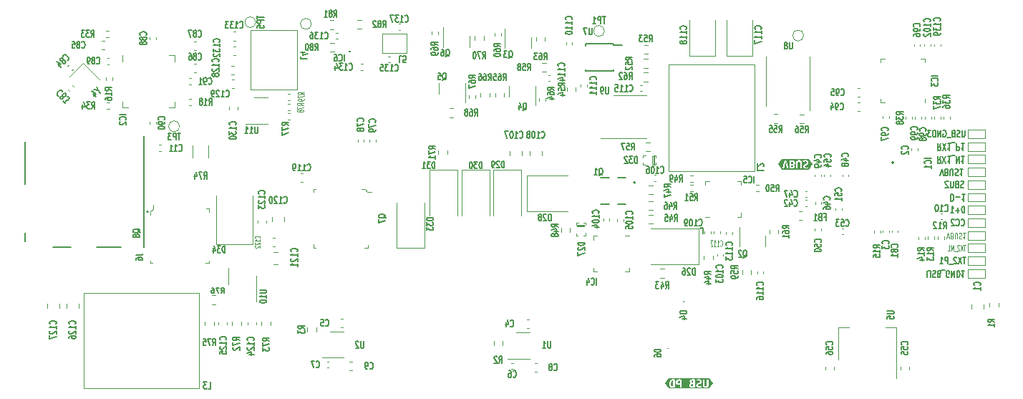
<source format=gbr>
G04 #@! TF.GenerationSoftware,KiCad,Pcbnew,(6.0.7)*
G04 #@! TF.CreationDate,2022-10-31T13:42:49+03:00*
G04 #@! TF.ProjectId,USB_HUB_ADAPTER,5553425f-4855-4425-9f41-444150544552,rev?*
G04 #@! TF.SameCoordinates,Original*
G04 #@! TF.FileFunction,Legend,Bot*
G04 #@! TF.FilePolarity,Positive*
%FSLAX46Y46*%
G04 Gerber Fmt 4.6, Leading zero omitted, Abs format (unit mm)*
G04 Created by KiCad (PCBNEW (6.0.7)) date 2022-10-31 13:42:49*
%MOMM*%
%LPD*%
G01*
G04 APERTURE LIST*
%ADD10C,0.150000*%
%ADD11C,0.100000*%
%ADD12C,0.125000*%
%ADD13C,0.120000*%
%ADD14C,0.127000*%
%ADD15C,0.200000*%
G04 APERTURE END LIST*
D10*
X177240000Y-99720000D02*
X177230000Y-99570000D01*
X177120000Y-99560000D02*
X177240000Y-99720000D01*
X177470000Y-99570000D02*
X177130000Y-99570000D01*
X177470000Y-100280000D02*
X177470000Y-99570000D01*
X199285714Y-88114285D02*
X199323809Y-88085714D01*
X199361904Y-88000000D01*
X199361904Y-87942857D01*
X199323809Y-87857142D01*
X199247619Y-87800000D01*
X199171428Y-87771428D01*
X199019047Y-87742857D01*
X198904761Y-87742857D01*
X198752380Y-87771428D01*
X198676190Y-87800000D01*
X198600000Y-87857142D01*
X198561904Y-87942857D01*
X198561904Y-88000000D01*
X198600000Y-88085714D01*
X198638095Y-88114285D01*
X199361904Y-88400000D02*
X199361904Y-88514285D01*
X199323809Y-88571428D01*
X199285714Y-88600000D01*
X199171428Y-88657142D01*
X199019047Y-88685714D01*
X198714285Y-88685714D01*
X198638095Y-88657142D01*
X198600000Y-88628571D01*
X198561904Y-88571428D01*
X198561904Y-88457142D01*
X198600000Y-88400000D01*
X198638095Y-88371428D01*
X198714285Y-88342857D01*
X198904761Y-88342857D01*
X198980952Y-88371428D01*
X199019047Y-88400000D01*
X199057142Y-88457142D01*
X199057142Y-88571428D01*
X199019047Y-88628571D01*
X198980952Y-88657142D01*
X198904761Y-88685714D01*
X198561904Y-88885714D02*
X198561904Y-89285714D01*
X199361904Y-89028571D01*
X192735714Y-113414285D02*
X192773809Y-113385714D01*
X192811904Y-113300000D01*
X192811904Y-113242857D01*
X192773809Y-113157142D01*
X192697619Y-113100000D01*
X192621428Y-113071428D01*
X192469047Y-113042857D01*
X192354761Y-113042857D01*
X192202380Y-113071428D01*
X192126190Y-113100000D01*
X192050000Y-113157142D01*
X192011904Y-113242857D01*
X192011904Y-113300000D01*
X192050000Y-113385714D01*
X192088095Y-113414285D01*
X192011904Y-113957142D02*
X192011904Y-113671428D01*
X192392857Y-113642857D01*
X192354761Y-113671428D01*
X192316666Y-113728571D01*
X192316666Y-113871428D01*
X192354761Y-113928571D01*
X192392857Y-113957142D01*
X192469047Y-113985714D01*
X192659523Y-113985714D01*
X192735714Y-113957142D01*
X192773809Y-113928571D01*
X192811904Y-113871428D01*
X192811904Y-113728571D01*
X192773809Y-113671428D01*
X192735714Y-113642857D01*
X192011904Y-114500000D02*
X192011904Y-114385714D01*
X192050000Y-114328571D01*
X192088095Y-114300000D01*
X192202380Y-114242857D01*
X192354761Y-114214285D01*
X192659523Y-114214285D01*
X192735714Y-114242857D01*
X192773809Y-114271428D01*
X192811904Y-114328571D01*
X192811904Y-114442857D01*
X192773809Y-114500000D01*
X192735714Y-114528571D01*
X192659523Y-114557142D01*
X192469047Y-114557142D01*
X192392857Y-114528571D01*
X192354761Y-114500000D01*
X192316666Y-114442857D01*
X192316666Y-114328571D01*
X192354761Y-114271428D01*
X192392857Y-114242857D01*
X192469047Y-114214285D01*
X118435714Y-93811904D02*
X118635714Y-93430952D01*
X118778571Y-93811904D02*
X118778571Y-93011904D01*
X118550000Y-93011904D01*
X118492857Y-93050000D01*
X118464285Y-93088095D01*
X118435714Y-93164285D01*
X118435714Y-93278571D01*
X118464285Y-93354761D01*
X118492857Y-93392857D01*
X118550000Y-93430952D01*
X118778571Y-93430952D01*
X118235714Y-93011904D02*
X117835714Y-93011904D01*
X118092857Y-93811904D01*
X117350000Y-93278571D02*
X117350000Y-93811904D01*
X117492857Y-92973809D02*
X117635714Y-93545238D01*
X117264285Y-93545238D01*
X133820714Y-74681904D02*
X134020714Y-74300952D01*
X134163571Y-74681904D02*
X134163571Y-73881904D01*
X133935000Y-73881904D01*
X133877857Y-73920000D01*
X133849285Y-73958095D01*
X133820714Y-74034285D01*
X133820714Y-74148571D01*
X133849285Y-74224761D01*
X133877857Y-74262857D01*
X133935000Y-74300952D01*
X134163571Y-74300952D01*
X133477857Y-74224761D02*
X133535000Y-74186666D01*
X133563571Y-74148571D01*
X133592142Y-74072380D01*
X133592142Y-74034285D01*
X133563571Y-73958095D01*
X133535000Y-73920000D01*
X133477857Y-73881904D01*
X133363571Y-73881904D01*
X133306428Y-73920000D01*
X133277857Y-73958095D01*
X133249285Y-74034285D01*
X133249285Y-74072380D01*
X133277857Y-74148571D01*
X133306428Y-74186666D01*
X133363571Y-74224761D01*
X133477857Y-74224761D01*
X133535000Y-74262857D01*
X133563571Y-74300952D01*
X133592142Y-74377142D01*
X133592142Y-74529523D01*
X133563571Y-74605714D01*
X133535000Y-74643809D01*
X133477857Y-74681904D01*
X133363571Y-74681904D01*
X133306428Y-74643809D01*
X133277857Y-74605714D01*
X133249285Y-74529523D01*
X133249285Y-74377142D01*
X133277857Y-74300952D01*
X133306428Y-74262857D01*
X133363571Y-74224761D01*
X132677857Y-74681904D02*
X133020714Y-74681904D01*
X132849285Y-74681904D02*
X132849285Y-73881904D01*
X132906428Y-73996190D01*
X132963571Y-74072380D01*
X133020714Y-74110476D01*
X184545714Y-106368571D02*
X184583809Y-106340000D01*
X184621904Y-106254285D01*
X184621904Y-106197142D01*
X184583809Y-106111428D01*
X184507619Y-106054285D01*
X184431428Y-106025714D01*
X184279047Y-105997142D01*
X184164761Y-105997142D01*
X184012380Y-106025714D01*
X183936190Y-106054285D01*
X183860000Y-106111428D01*
X183821904Y-106197142D01*
X183821904Y-106254285D01*
X183860000Y-106340000D01*
X183898095Y-106368571D01*
X184621904Y-106940000D02*
X184621904Y-106597142D01*
X184621904Y-106768571D02*
X183821904Y-106768571D01*
X183936190Y-106711428D01*
X184012380Y-106654285D01*
X184050476Y-106597142D01*
X184621904Y-107511428D02*
X184621904Y-107168571D01*
X184621904Y-107340000D02*
X183821904Y-107340000D01*
X183936190Y-107282857D01*
X184012380Y-107225714D01*
X184050476Y-107168571D01*
X183821904Y-108025714D02*
X183821904Y-107911428D01*
X183860000Y-107854285D01*
X183898095Y-107825714D01*
X184012380Y-107768571D01*
X184164761Y-107740000D01*
X184469523Y-107740000D01*
X184545714Y-107768571D01*
X184583809Y-107797142D01*
X184621904Y-107854285D01*
X184621904Y-107968571D01*
X184583809Y-108025714D01*
X184545714Y-108054285D01*
X184469523Y-108082857D01*
X184279047Y-108082857D01*
X184202857Y-108054285D01*
X184164761Y-108025714D01*
X184126666Y-107968571D01*
X184126666Y-107854285D01*
X184164761Y-107797142D01*
X184202857Y-107768571D01*
X184279047Y-107740000D01*
X126181904Y-112984285D02*
X125800952Y-112784285D01*
X126181904Y-112641428D02*
X125381904Y-112641428D01*
X125381904Y-112870000D01*
X125420000Y-112927142D01*
X125458095Y-112955714D01*
X125534285Y-112984285D01*
X125648571Y-112984285D01*
X125724761Y-112955714D01*
X125762857Y-112927142D01*
X125800952Y-112870000D01*
X125800952Y-112641428D01*
X125381904Y-113184285D02*
X125381904Y-113584285D01*
X126181904Y-113327142D01*
X125381904Y-113755714D02*
X125381904Y-114127142D01*
X125686666Y-113927142D01*
X125686666Y-114012857D01*
X125724761Y-114070000D01*
X125762857Y-114098571D01*
X125839047Y-114127142D01*
X126029523Y-114127142D01*
X126105714Y-114098571D01*
X126143809Y-114070000D01*
X126181904Y-114012857D01*
X126181904Y-113841428D01*
X126143809Y-113784285D01*
X126105714Y-113755714D01*
X180875714Y-101668571D02*
X180913809Y-101640000D01*
X180951904Y-101554285D01*
X180951904Y-101497142D01*
X180913809Y-101411428D01*
X180837619Y-101354285D01*
X180761428Y-101325714D01*
X180609047Y-101297142D01*
X180494761Y-101297142D01*
X180342380Y-101325714D01*
X180266190Y-101354285D01*
X180190000Y-101411428D01*
X180151904Y-101497142D01*
X180151904Y-101554285D01*
X180190000Y-101640000D01*
X180228095Y-101668571D01*
X180951904Y-102240000D02*
X180951904Y-101897142D01*
X180951904Y-102068571D02*
X180151904Y-102068571D01*
X180266190Y-102011428D01*
X180342380Y-101954285D01*
X180380476Y-101897142D01*
X180951904Y-102811428D02*
X180951904Y-102468571D01*
X180951904Y-102640000D02*
X180151904Y-102640000D01*
X180266190Y-102582857D01*
X180342380Y-102525714D01*
X180380476Y-102468571D01*
X180151904Y-103011428D02*
X180151904Y-103382857D01*
X180456666Y-103182857D01*
X180456666Y-103268571D01*
X180494761Y-103325714D01*
X180532857Y-103354285D01*
X180609047Y-103382857D01*
X180799523Y-103382857D01*
X180875714Y-103354285D01*
X180913809Y-103325714D01*
X180951904Y-103268571D01*
X180951904Y-103097142D01*
X180913809Y-103040000D01*
X180875714Y-103011428D01*
X113745714Y-86814285D02*
X113783809Y-86785714D01*
X113821904Y-86700000D01*
X113821904Y-86642857D01*
X113783809Y-86557142D01*
X113707619Y-86500000D01*
X113631428Y-86471428D01*
X113479047Y-86442857D01*
X113364761Y-86442857D01*
X113212380Y-86471428D01*
X113136190Y-86500000D01*
X113060000Y-86557142D01*
X113021904Y-86642857D01*
X113021904Y-86700000D01*
X113060000Y-86785714D01*
X113098095Y-86814285D01*
X113821904Y-87100000D02*
X113821904Y-87214285D01*
X113783809Y-87271428D01*
X113745714Y-87300000D01*
X113631428Y-87357142D01*
X113479047Y-87385714D01*
X113174285Y-87385714D01*
X113098095Y-87357142D01*
X113060000Y-87328571D01*
X113021904Y-87271428D01*
X113021904Y-87157142D01*
X113060000Y-87100000D01*
X113098095Y-87071428D01*
X113174285Y-87042857D01*
X113364761Y-87042857D01*
X113440952Y-87071428D01*
X113479047Y-87100000D01*
X113517142Y-87157142D01*
X113517142Y-87271428D01*
X113479047Y-87328571D01*
X113440952Y-87357142D01*
X113364761Y-87385714D01*
X113021904Y-87757142D02*
X113021904Y-87814285D01*
X113060000Y-87871428D01*
X113098095Y-87900000D01*
X113174285Y-87928571D01*
X113326666Y-87957142D01*
X113517142Y-87957142D01*
X113669523Y-87928571D01*
X113745714Y-87900000D01*
X113783809Y-87871428D01*
X113821904Y-87814285D01*
X113821904Y-87757142D01*
X113783809Y-87700000D01*
X113745714Y-87671428D01*
X113669523Y-87642857D01*
X113517142Y-87614285D01*
X113326666Y-87614285D01*
X113174285Y-87642857D01*
X113098095Y-87671428D01*
X113060000Y-87700000D01*
X113021904Y-87757142D01*
X105765714Y-80145714D02*
X105794285Y-80183809D01*
X105880000Y-80221904D01*
X105937142Y-80221904D01*
X106022857Y-80183809D01*
X106080000Y-80107619D01*
X106108571Y-80031428D01*
X106137142Y-79879047D01*
X106137142Y-79764761D01*
X106108571Y-79612380D01*
X106080000Y-79536190D01*
X106022857Y-79460000D01*
X105937142Y-79421904D01*
X105880000Y-79421904D01*
X105794285Y-79460000D01*
X105765714Y-79498095D01*
X105422857Y-79764761D02*
X105480000Y-79726666D01*
X105508571Y-79688571D01*
X105537142Y-79612380D01*
X105537142Y-79574285D01*
X105508571Y-79498095D01*
X105480000Y-79460000D01*
X105422857Y-79421904D01*
X105308571Y-79421904D01*
X105251428Y-79460000D01*
X105222857Y-79498095D01*
X105194285Y-79574285D01*
X105194285Y-79612380D01*
X105222857Y-79688571D01*
X105251428Y-79726666D01*
X105308571Y-79764761D01*
X105422857Y-79764761D01*
X105480000Y-79802857D01*
X105508571Y-79840952D01*
X105537142Y-79917142D01*
X105537142Y-80069523D01*
X105508571Y-80145714D01*
X105480000Y-80183809D01*
X105422857Y-80221904D01*
X105308571Y-80221904D01*
X105251428Y-80183809D01*
X105222857Y-80145714D01*
X105194285Y-80069523D01*
X105194285Y-79917142D01*
X105222857Y-79840952D01*
X105251428Y-79802857D01*
X105308571Y-79764761D01*
X104908571Y-80221904D02*
X104794285Y-80221904D01*
X104737142Y-80183809D01*
X104708571Y-80145714D01*
X104651428Y-80031428D01*
X104622857Y-79879047D01*
X104622857Y-79574285D01*
X104651428Y-79498095D01*
X104680000Y-79460000D01*
X104737142Y-79421904D01*
X104851428Y-79421904D01*
X104908571Y-79460000D01*
X104937142Y-79498095D01*
X104965714Y-79574285D01*
X104965714Y-79764761D01*
X104937142Y-79840952D01*
X104908571Y-79879047D01*
X104851428Y-79917142D01*
X104737142Y-79917142D01*
X104680000Y-79879047D01*
X104651428Y-79840952D01*
X104622857Y-79764761D01*
D11*
X125024285Y-100822380D02*
X125052857Y-100803333D01*
X125081428Y-100746190D01*
X125081428Y-100708095D01*
X125052857Y-100650952D01*
X124995714Y-100612857D01*
X124938571Y-100593809D01*
X124824285Y-100574761D01*
X124738571Y-100574761D01*
X124624285Y-100593809D01*
X124567142Y-100612857D01*
X124510000Y-100650952D01*
X124481428Y-100708095D01*
X124481428Y-100746190D01*
X124510000Y-100803333D01*
X124538571Y-100822380D01*
X125081428Y-101203333D02*
X125081428Y-100974761D01*
X125081428Y-101089047D02*
X124481428Y-101089047D01*
X124567142Y-101050952D01*
X124624285Y-101012857D01*
X124652857Y-100974761D01*
X124538571Y-101355714D02*
X124510000Y-101374761D01*
X124481428Y-101412857D01*
X124481428Y-101508095D01*
X124510000Y-101546190D01*
X124538571Y-101565238D01*
X124595714Y-101584285D01*
X124652857Y-101584285D01*
X124738571Y-101565238D01*
X125081428Y-101336666D01*
X125081428Y-101584285D01*
X124538571Y-101736666D02*
X124510000Y-101755714D01*
X124481428Y-101793809D01*
X124481428Y-101889047D01*
X124510000Y-101927142D01*
X124538571Y-101946190D01*
X124595714Y-101965238D01*
X124652857Y-101965238D01*
X124738571Y-101946190D01*
X125081428Y-101717619D01*
X125081428Y-101965238D01*
D10*
X110386904Y-102850000D02*
X110958333Y-102850000D01*
X111072619Y-102821428D01*
X111148809Y-102764285D01*
X111186904Y-102678571D01*
X111186904Y-102621428D01*
X110386904Y-103392857D02*
X110386904Y-103278571D01*
X110425000Y-103221428D01*
X110463095Y-103192857D01*
X110577380Y-103135714D01*
X110729761Y-103107142D01*
X111034523Y-103107142D01*
X111110714Y-103135714D01*
X111148809Y-103164285D01*
X111186904Y-103221428D01*
X111186904Y-103335714D01*
X111148809Y-103392857D01*
X111110714Y-103421428D01*
X111034523Y-103450000D01*
X110844047Y-103450000D01*
X110767857Y-103421428D01*
X110729761Y-103392857D01*
X110691666Y-103335714D01*
X110691666Y-103221428D01*
X110729761Y-103164285D01*
X110767857Y-103135714D01*
X110844047Y-103107142D01*
X161161904Y-82814285D02*
X160780952Y-82614285D01*
X161161904Y-82471428D02*
X160361904Y-82471428D01*
X160361904Y-82700000D01*
X160400000Y-82757142D01*
X160438095Y-82785714D01*
X160514285Y-82814285D01*
X160628571Y-82814285D01*
X160704761Y-82785714D01*
X160742857Y-82757142D01*
X160780952Y-82700000D01*
X160780952Y-82471428D01*
X160361904Y-83357142D02*
X160361904Y-83071428D01*
X160742857Y-83042857D01*
X160704761Y-83071428D01*
X160666666Y-83128571D01*
X160666666Y-83271428D01*
X160704761Y-83328571D01*
X160742857Y-83357142D01*
X160819047Y-83385714D01*
X161009523Y-83385714D01*
X161085714Y-83357142D01*
X161123809Y-83328571D01*
X161161904Y-83271428D01*
X161161904Y-83128571D01*
X161123809Y-83071428D01*
X161085714Y-83042857D01*
X160628571Y-83900000D02*
X161161904Y-83900000D01*
X160323809Y-83757142D02*
X160895238Y-83614285D01*
X160895238Y-83985714D01*
X131720000Y-116055714D02*
X131748571Y-116093809D01*
X131834285Y-116131904D01*
X131891428Y-116131904D01*
X131977142Y-116093809D01*
X132034285Y-116017619D01*
X132062857Y-115941428D01*
X132091428Y-115789047D01*
X132091428Y-115674761D01*
X132062857Y-115522380D01*
X132034285Y-115446190D01*
X131977142Y-115370000D01*
X131891428Y-115331904D01*
X131834285Y-115331904D01*
X131748571Y-115370000D01*
X131720000Y-115408095D01*
X131520000Y-115331904D02*
X131120000Y-115331904D01*
X131377142Y-116131904D01*
X183485714Y-94271904D02*
X183485714Y-93471904D01*
X182857142Y-94195714D02*
X182885714Y-94233809D01*
X182971428Y-94271904D01*
X183028571Y-94271904D01*
X183114285Y-94233809D01*
X183171428Y-94157619D01*
X183200000Y-94081428D01*
X183228571Y-93929047D01*
X183228571Y-93814761D01*
X183200000Y-93662380D01*
X183171428Y-93586190D01*
X183114285Y-93510000D01*
X183028571Y-93471904D01*
X182971428Y-93471904D01*
X182885714Y-93510000D01*
X182857142Y-93548095D01*
X182314285Y-93471904D02*
X182600000Y-93471904D01*
X182628571Y-93852857D01*
X182600000Y-93814761D01*
X182542857Y-93776666D01*
X182400000Y-93776666D01*
X182342857Y-93814761D01*
X182314285Y-93852857D01*
X182285714Y-93929047D01*
X182285714Y-94119523D01*
X182314285Y-94195714D01*
X182342857Y-94233809D01*
X182400000Y-94271904D01*
X182542857Y-94271904D01*
X182600000Y-94233809D01*
X182628571Y-94195714D01*
X111585714Y-76814285D02*
X111623809Y-76785714D01*
X111661904Y-76700000D01*
X111661904Y-76642857D01*
X111623809Y-76557142D01*
X111547619Y-76500000D01*
X111471428Y-76471428D01*
X111319047Y-76442857D01*
X111204761Y-76442857D01*
X111052380Y-76471428D01*
X110976190Y-76500000D01*
X110900000Y-76557142D01*
X110861904Y-76642857D01*
X110861904Y-76700000D01*
X110900000Y-76785714D01*
X110938095Y-76814285D01*
X111204761Y-77157142D02*
X111166666Y-77100000D01*
X111128571Y-77071428D01*
X111052380Y-77042857D01*
X111014285Y-77042857D01*
X110938095Y-77071428D01*
X110900000Y-77100000D01*
X110861904Y-77157142D01*
X110861904Y-77271428D01*
X110900000Y-77328571D01*
X110938095Y-77357142D01*
X111014285Y-77385714D01*
X111052380Y-77385714D01*
X111128571Y-77357142D01*
X111166666Y-77328571D01*
X111204761Y-77271428D01*
X111204761Y-77157142D01*
X111242857Y-77100000D01*
X111280952Y-77071428D01*
X111357142Y-77042857D01*
X111509523Y-77042857D01*
X111585714Y-77071428D01*
X111623809Y-77100000D01*
X111661904Y-77157142D01*
X111661904Y-77271428D01*
X111623809Y-77328571D01*
X111585714Y-77357142D01*
X111509523Y-77385714D01*
X111357142Y-77385714D01*
X111280952Y-77357142D01*
X111242857Y-77328571D01*
X111204761Y-77271428D01*
X111204761Y-77728571D02*
X111166666Y-77671428D01*
X111128571Y-77642857D01*
X111052380Y-77614285D01*
X111014285Y-77614285D01*
X110938095Y-77642857D01*
X110900000Y-77671428D01*
X110861904Y-77728571D01*
X110861904Y-77842857D01*
X110900000Y-77900000D01*
X110938095Y-77928571D01*
X111014285Y-77957142D01*
X111052380Y-77957142D01*
X111128571Y-77928571D01*
X111166666Y-77900000D01*
X111204761Y-77842857D01*
X111204761Y-77728571D01*
X111242857Y-77671428D01*
X111280952Y-77642857D01*
X111357142Y-77614285D01*
X111509523Y-77614285D01*
X111585714Y-77642857D01*
X111623809Y-77671428D01*
X111661904Y-77728571D01*
X111661904Y-77842857D01*
X111623809Y-77900000D01*
X111585714Y-77928571D01*
X111509523Y-77957142D01*
X111357142Y-77957142D01*
X111280952Y-77928571D01*
X111242857Y-77900000D01*
X111204761Y-77842857D01*
X201161904Y-86214285D02*
X200780952Y-86014285D01*
X201161904Y-85871428D02*
X200361904Y-85871428D01*
X200361904Y-86100000D01*
X200400000Y-86157142D01*
X200438095Y-86185714D01*
X200514285Y-86214285D01*
X200628571Y-86214285D01*
X200704761Y-86185714D01*
X200742857Y-86157142D01*
X200780952Y-86100000D01*
X200780952Y-85871428D01*
X200361904Y-86414285D02*
X200361904Y-86785714D01*
X200666666Y-86585714D01*
X200666666Y-86671428D01*
X200704761Y-86728571D01*
X200742857Y-86757142D01*
X200819047Y-86785714D01*
X201009523Y-86785714D01*
X201085714Y-86757142D01*
X201123809Y-86728571D01*
X201161904Y-86671428D01*
X201161904Y-86500000D01*
X201123809Y-86442857D01*
X201085714Y-86414285D01*
X200704761Y-87128571D02*
X200666666Y-87071428D01*
X200628571Y-87042857D01*
X200552380Y-87014285D01*
X200514285Y-87014285D01*
X200438095Y-87042857D01*
X200400000Y-87071428D01*
X200361904Y-87128571D01*
X200361904Y-87242857D01*
X200400000Y-87300000D01*
X200438095Y-87328571D01*
X200514285Y-87357142D01*
X200552380Y-87357142D01*
X200628571Y-87328571D01*
X200666666Y-87300000D01*
X200704761Y-87242857D01*
X200704761Y-87128571D01*
X200742857Y-87071428D01*
X200780952Y-87042857D01*
X200857142Y-87014285D01*
X201009523Y-87014285D01*
X201085714Y-87042857D01*
X201123809Y-87071428D01*
X201161904Y-87128571D01*
X201161904Y-87242857D01*
X201123809Y-87300000D01*
X201085714Y-87328571D01*
X201009523Y-87357142D01*
X200857142Y-87357142D01*
X200780952Y-87328571D01*
X200742857Y-87300000D01*
X200704761Y-87242857D01*
X145836904Y-90289285D02*
X145455952Y-90089285D01*
X145836904Y-89946428D02*
X145036904Y-89946428D01*
X145036904Y-90175000D01*
X145075000Y-90232142D01*
X145113095Y-90260714D01*
X145189285Y-90289285D01*
X145303571Y-90289285D01*
X145379761Y-90260714D01*
X145417857Y-90232142D01*
X145455952Y-90175000D01*
X145455952Y-89946428D01*
X145036904Y-90489285D02*
X145036904Y-90889285D01*
X145836904Y-90632142D01*
X145836904Y-91432142D02*
X145836904Y-91089285D01*
X145836904Y-91260714D02*
X145036904Y-91260714D01*
X145151190Y-91203571D01*
X145227380Y-91146428D01*
X145265476Y-91089285D01*
X139595714Y-75906904D02*
X139795714Y-75525952D01*
X139938571Y-75906904D02*
X139938571Y-75106904D01*
X139710000Y-75106904D01*
X139652857Y-75145000D01*
X139624285Y-75183095D01*
X139595714Y-75259285D01*
X139595714Y-75373571D01*
X139624285Y-75449761D01*
X139652857Y-75487857D01*
X139710000Y-75525952D01*
X139938571Y-75525952D01*
X139252857Y-75449761D02*
X139310000Y-75411666D01*
X139338571Y-75373571D01*
X139367142Y-75297380D01*
X139367142Y-75259285D01*
X139338571Y-75183095D01*
X139310000Y-75145000D01*
X139252857Y-75106904D01*
X139138571Y-75106904D01*
X139081428Y-75145000D01*
X139052857Y-75183095D01*
X139024285Y-75259285D01*
X139024285Y-75297380D01*
X139052857Y-75373571D01*
X139081428Y-75411666D01*
X139138571Y-75449761D01*
X139252857Y-75449761D01*
X139310000Y-75487857D01*
X139338571Y-75525952D01*
X139367142Y-75602142D01*
X139367142Y-75754523D01*
X139338571Y-75830714D01*
X139310000Y-75868809D01*
X139252857Y-75906904D01*
X139138571Y-75906904D01*
X139081428Y-75868809D01*
X139052857Y-75830714D01*
X139024285Y-75754523D01*
X139024285Y-75602142D01*
X139052857Y-75525952D01*
X139081428Y-75487857D01*
X139138571Y-75449761D01*
X138795714Y-75183095D02*
X138767142Y-75145000D01*
X138710000Y-75106904D01*
X138567142Y-75106904D01*
X138510000Y-75145000D01*
X138481428Y-75183095D01*
X138452857Y-75259285D01*
X138452857Y-75335476D01*
X138481428Y-75449761D01*
X138824285Y-75906904D01*
X138452857Y-75906904D01*
X193815714Y-95244285D02*
X193853809Y-95215714D01*
X193891904Y-95130000D01*
X193891904Y-95072857D01*
X193853809Y-94987142D01*
X193777619Y-94930000D01*
X193701428Y-94901428D01*
X193549047Y-94872857D01*
X193434761Y-94872857D01*
X193282380Y-94901428D01*
X193206190Y-94930000D01*
X193130000Y-94987142D01*
X193091904Y-95072857D01*
X193091904Y-95130000D01*
X193130000Y-95215714D01*
X193168095Y-95244285D01*
X193091904Y-95787142D02*
X193091904Y-95501428D01*
X193472857Y-95472857D01*
X193434761Y-95501428D01*
X193396666Y-95558571D01*
X193396666Y-95701428D01*
X193434761Y-95758571D01*
X193472857Y-95787142D01*
X193549047Y-95815714D01*
X193739523Y-95815714D01*
X193815714Y-95787142D01*
X193853809Y-95758571D01*
X193891904Y-95701428D01*
X193891904Y-95558571D01*
X193853809Y-95501428D01*
X193815714Y-95472857D01*
X193891904Y-96387142D02*
X193891904Y-96044285D01*
X193891904Y-96215714D02*
X193091904Y-96215714D01*
X193206190Y-96158571D01*
X193282380Y-96101428D01*
X193320476Y-96044285D01*
X158660714Y-79736904D02*
X158860714Y-79355952D01*
X159003571Y-79736904D02*
X159003571Y-78936904D01*
X158775000Y-78936904D01*
X158717857Y-78975000D01*
X158689285Y-79013095D01*
X158660714Y-79089285D01*
X158660714Y-79203571D01*
X158689285Y-79279761D01*
X158717857Y-79317857D01*
X158775000Y-79355952D01*
X159003571Y-79355952D01*
X158146428Y-78936904D02*
X158260714Y-78936904D01*
X158317857Y-78975000D01*
X158346428Y-79013095D01*
X158403571Y-79127380D01*
X158432142Y-79279761D01*
X158432142Y-79584523D01*
X158403571Y-79660714D01*
X158375000Y-79698809D01*
X158317857Y-79736904D01*
X158203571Y-79736904D01*
X158146428Y-79698809D01*
X158117857Y-79660714D01*
X158089285Y-79584523D01*
X158089285Y-79394047D01*
X158117857Y-79317857D01*
X158146428Y-79279761D01*
X158203571Y-79241666D01*
X158317857Y-79241666D01*
X158375000Y-79279761D01*
X158403571Y-79317857D01*
X158432142Y-79394047D01*
X157889285Y-78936904D02*
X157517857Y-78936904D01*
X157717857Y-79241666D01*
X157632142Y-79241666D01*
X157575000Y-79279761D01*
X157546428Y-79317857D01*
X157517857Y-79394047D01*
X157517857Y-79584523D01*
X157546428Y-79660714D01*
X157575000Y-79698809D01*
X157632142Y-79736904D01*
X157803571Y-79736904D01*
X157860714Y-79698809D01*
X157889285Y-79660714D01*
X159498571Y-98751904D02*
X159498571Y-97951904D01*
X159355714Y-97951904D01*
X159270000Y-97990000D01*
X159212857Y-98066190D01*
X159184285Y-98142380D01*
X159155714Y-98294761D01*
X159155714Y-98409047D01*
X159184285Y-98561428D01*
X159212857Y-98637619D01*
X159270000Y-98713809D01*
X159355714Y-98751904D01*
X159498571Y-98751904D01*
X158927142Y-98028095D02*
X158898571Y-97990000D01*
X158841428Y-97951904D01*
X158698571Y-97951904D01*
X158641428Y-97990000D01*
X158612857Y-98028095D01*
X158584285Y-98104285D01*
X158584285Y-98180476D01*
X158612857Y-98294761D01*
X158955714Y-98751904D01*
X158584285Y-98751904D01*
X158241428Y-98294761D02*
X158298571Y-98256666D01*
X158327142Y-98218571D01*
X158355714Y-98142380D01*
X158355714Y-98104285D01*
X158327142Y-98028095D01*
X158298571Y-97990000D01*
X158241428Y-97951904D01*
X158127142Y-97951904D01*
X158070000Y-97990000D01*
X158041428Y-98028095D01*
X158012857Y-98104285D01*
X158012857Y-98142380D01*
X158041428Y-98218571D01*
X158070000Y-98256666D01*
X158127142Y-98294761D01*
X158241428Y-98294761D01*
X158298571Y-98332857D01*
X158327142Y-98370952D01*
X158355714Y-98447142D01*
X158355714Y-98599523D01*
X158327142Y-98675714D01*
X158298571Y-98713809D01*
X158241428Y-98751904D01*
X158127142Y-98751904D01*
X158070000Y-98713809D01*
X158041428Y-98675714D01*
X158012857Y-98599523D01*
X158012857Y-98447142D01*
X158041428Y-98370952D01*
X158070000Y-98332857D01*
X158127142Y-98294761D01*
X153835714Y-82161904D02*
X154035714Y-81780952D01*
X154178571Y-82161904D02*
X154178571Y-81361904D01*
X153950000Y-81361904D01*
X153892857Y-81400000D01*
X153864285Y-81438095D01*
X153835714Y-81514285D01*
X153835714Y-81628571D01*
X153864285Y-81704761D01*
X153892857Y-81742857D01*
X153950000Y-81780952D01*
X154178571Y-81780952D01*
X153321428Y-81361904D02*
X153435714Y-81361904D01*
X153492857Y-81400000D01*
X153521428Y-81438095D01*
X153578571Y-81552380D01*
X153607142Y-81704761D01*
X153607142Y-82009523D01*
X153578571Y-82085714D01*
X153550000Y-82123809D01*
X153492857Y-82161904D01*
X153378571Y-82161904D01*
X153321428Y-82123809D01*
X153292857Y-82085714D01*
X153264285Y-82009523D01*
X153264285Y-81819047D01*
X153292857Y-81742857D01*
X153321428Y-81704761D01*
X153378571Y-81666666D01*
X153492857Y-81666666D01*
X153550000Y-81704761D01*
X153578571Y-81742857D01*
X153607142Y-81819047D01*
X152721428Y-81361904D02*
X153007142Y-81361904D01*
X153035714Y-81742857D01*
X153007142Y-81704761D01*
X152950000Y-81666666D01*
X152807142Y-81666666D01*
X152750000Y-81704761D01*
X152721428Y-81742857D01*
X152692857Y-81819047D01*
X152692857Y-82009523D01*
X152721428Y-82085714D01*
X152750000Y-82123809D01*
X152807142Y-82161904D01*
X152950000Y-82161904D01*
X153007142Y-82123809D01*
X153035714Y-82085714D01*
X121041428Y-84035714D02*
X121070000Y-84073809D01*
X121155714Y-84111904D01*
X121212857Y-84111904D01*
X121298571Y-84073809D01*
X121355714Y-83997619D01*
X121384285Y-83921428D01*
X121412857Y-83769047D01*
X121412857Y-83654761D01*
X121384285Y-83502380D01*
X121355714Y-83426190D01*
X121298571Y-83350000D01*
X121212857Y-83311904D01*
X121155714Y-83311904D01*
X121070000Y-83350000D01*
X121041428Y-83388095D01*
X120470000Y-84111904D02*
X120812857Y-84111904D01*
X120641428Y-84111904D02*
X120641428Y-83311904D01*
X120698571Y-83426190D01*
X120755714Y-83502380D01*
X120812857Y-83540476D01*
X120241428Y-83388095D02*
X120212857Y-83350000D01*
X120155714Y-83311904D01*
X120012857Y-83311904D01*
X119955714Y-83350000D01*
X119927142Y-83388095D01*
X119898571Y-83464285D01*
X119898571Y-83540476D01*
X119927142Y-83654761D01*
X120270000Y-84111904D01*
X119898571Y-84111904D01*
X119612857Y-84111904D02*
X119498571Y-84111904D01*
X119441428Y-84073809D01*
X119412857Y-84035714D01*
X119355714Y-83921428D01*
X119327142Y-83769047D01*
X119327142Y-83464285D01*
X119355714Y-83388095D01*
X119384285Y-83350000D01*
X119441428Y-83311904D01*
X119555714Y-83311904D01*
X119612857Y-83350000D01*
X119641428Y-83388095D01*
X119670000Y-83464285D01*
X119670000Y-83654761D01*
X119641428Y-83730952D01*
X119612857Y-83769047D01*
X119555714Y-83807142D01*
X119441428Y-83807142D01*
X119384285Y-83769047D01*
X119355714Y-83730952D01*
X119327142Y-83654761D01*
X169060714Y-98003571D02*
X169098809Y-97975000D01*
X169136904Y-97889285D01*
X169136904Y-97832142D01*
X169098809Y-97746428D01*
X169022619Y-97689285D01*
X168946428Y-97660714D01*
X168794047Y-97632142D01*
X168679761Y-97632142D01*
X168527380Y-97660714D01*
X168451190Y-97689285D01*
X168375000Y-97746428D01*
X168336904Y-97832142D01*
X168336904Y-97889285D01*
X168375000Y-97975000D01*
X168413095Y-98003571D01*
X169136904Y-98575000D02*
X169136904Y-98232142D01*
X169136904Y-98403571D02*
X168336904Y-98403571D01*
X168451190Y-98346428D01*
X168527380Y-98289285D01*
X168565476Y-98232142D01*
X168336904Y-98946428D02*
X168336904Y-99003571D01*
X168375000Y-99060714D01*
X168413095Y-99089285D01*
X168489285Y-99117857D01*
X168641666Y-99146428D01*
X168832142Y-99146428D01*
X168984523Y-99117857D01*
X169060714Y-99089285D01*
X169098809Y-99060714D01*
X169136904Y-99003571D01*
X169136904Y-98946428D01*
X169098809Y-98889285D01*
X169060714Y-98860714D01*
X168984523Y-98832142D01*
X168832142Y-98803571D01*
X168641666Y-98803571D01*
X168489285Y-98832142D01*
X168413095Y-98860714D01*
X168375000Y-98889285D01*
X168336904Y-98946428D01*
X168336904Y-99689285D02*
X168336904Y-99403571D01*
X168717857Y-99375000D01*
X168679761Y-99403571D01*
X168641666Y-99460714D01*
X168641666Y-99603571D01*
X168679761Y-99660714D01*
X168717857Y-99689285D01*
X168794047Y-99717857D01*
X168984523Y-99717857D01*
X169060714Y-99689285D01*
X169098809Y-99660714D01*
X169136904Y-99603571D01*
X169136904Y-99460714D01*
X169098809Y-99403571D01*
X169060714Y-99375000D01*
X156157142Y-85738095D02*
X156214285Y-85700000D01*
X156271428Y-85623809D01*
X156357142Y-85509523D01*
X156414285Y-85471428D01*
X156471428Y-85471428D01*
X156442857Y-85661904D02*
X156500000Y-85623809D01*
X156557142Y-85547619D01*
X156585714Y-85395238D01*
X156585714Y-85128571D01*
X156557142Y-84976190D01*
X156500000Y-84900000D01*
X156442857Y-84861904D01*
X156328571Y-84861904D01*
X156271428Y-84900000D01*
X156214285Y-84976190D01*
X156185714Y-85128571D01*
X156185714Y-85395238D01*
X156214285Y-85547619D01*
X156271428Y-85623809D01*
X156328571Y-85661904D01*
X156442857Y-85661904D01*
X155671428Y-85128571D02*
X155671428Y-85661904D01*
X155814285Y-84823809D02*
X155957142Y-85395238D01*
X155585714Y-85395238D01*
X165917142Y-74641904D02*
X165574285Y-74641904D01*
X165745714Y-75441904D02*
X165745714Y-74641904D01*
X165374285Y-75441904D02*
X165374285Y-74641904D01*
X165145714Y-74641904D01*
X165088571Y-74680000D01*
X165060000Y-74718095D01*
X165031428Y-74794285D01*
X165031428Y-74908571D01*
X165060000Y-74984761D01*
X165088571Y-75022857D01*
X165145714Y-75060952D01*
X165374285Y-75060952D01*
X164460000Y-75441904D02*
X164802857Y-75441904D01*
X164631428Y-75441904D02*
X164631428Y-74641904D01*
X164688571Y-74756190D01*
X164745714Y-74832380D01*
X164802857Y-74870476D01*
X145758571Y-92591904D02*
X145758571Y-91791904D01*
X145615714Y-91791904D01*
X145530000Y-91830000D01*
X145472857Y-91906190D01*
X145444285Y-91982380D01*
X145415714Y-92134761D01*
X145415714Y-92249047D01*
X145444285Y-92401428D01*
X145472857Y-92477619D01*
X145530000Y-92553809D01*
X145615714Y-92591904D01*
X145758571Y-92591904D01*
X145215714Y-91791904D02*
X144844285Y-91791904D01*
X145044285Y-92096666D01*
X144958571Y-92096666D01*
X144901428Y-92134761D01*
X144872857Y-92172857D01*
X144844285Y-92249047D01*
X144844285Y-92439523D01*
X144872857Y-92515714D01*
X144901428Y-92553809D01*
X144958571Y-92591904D01*
X145130000Y-92591904D01*
X145187142Y-92553809D01*
X145215714Y-92515714D01*
X144272857Y-92591904D02*
X144615714Y-92591904D01*
X144444285Y-92591904D02*
X144444285Y-91791904D01*
X144501428Y-91906190D01*
X144558571Y-91982380D01*
X144615714Y-92020476D01*
X159850000Y-116385714D02*
X159878571Y-116423809D01*
X159964285Y-116461904D01*
X160021428Y-116461904D01*
X160107142Y-116423809D01*
X160164285Y-116347619D01*
X160192857Y-116271428D01*
X160221428Y-116119047D01*
X160221428Y-116004761D01*
X160192857Y-115852380D01*
X160164285Y-115776190D01*
X160107142Y-115700000D01*
X160021428Y-115661904D01*
X159964285Y-115661904D01*
X159878571Y-115700000D01*
X159850000Y-115738095D01*
X159507142Y-116004761D02*
X159564285Y-115966666D01*
X159592857Y-115928571D01*
X159621428Y-115852380D01*
X159621428Y-115814285D01*
X159592857Y-115738095D01*
X159564285Y-115700000D01*
X159507142Y-115661904D01*
X159392857Y-115661904D01*
X159335714Y-115700000D01*
X159307142Y-115738095D01*
X159278571Y-115814285D01*
X159278571Y-115852380D01*
X159307142Y-115928571D01*
X159335714Y-115966666D01*
X159392857Y-116004761D01*
X159507142Y-116004761D01*
X159564285Y-116042857D01*
X159592857Y-116080952D01*
X159621428Y-116157142D01*
X159621428Y-116309523D01*
X159592857Y-116385714D01*
X159564285Y-116423809D01*
X159507142Y-116461904D01*
X159392857Y-116461904D01*
X159335714Y-116423809D01*
X159307142Y-116385714D01*
X159278571Y-116309523D01*
X159278571Y-116157142D01*
X159307142Y-116080952D01*
X159335714Y-116042857D01*
X159392857Y-116004761D01*
X208557142Y-103061904D02*
X208214285Y-103061904D01*
X208385714Y-103861904D02*
X208385714Y-103061904D01*
X208071428Y-103061904D02*
X207671428Y-103861904D01*
X207671428Y-103061904D02*
X208071428Y-103861904D01*
X207471428Y-103138095D02*
X207442857Y-103100000D01*
X207385714Y-103061904D01*
X207242857Y-103061904D01*
X207185714Y-103100000D01*
X207157142Y-103138095D01*
X207128571Y-103214285D01*
X207128571Y-103290476D01*
X207157142Y-103404761D01*
X207500000Y-103861904D01*
X207128571Y-103861904D01*
X207014285Y-103938095D02*
X206557142Y-103938095D01*
X206414285Y-103861904D02*
X206414285Y-103061904D01*
X206185714Y-103061904D01*
X206128571Y-103100000D01*
X206100000Y-103138095D01*
X206071428Y-103214285D01*
X206071428Y-103328571D01*
X206100000Y-103404761D01*
X206128571Y-103442857D01*
X206185714Y-103480952D01*
X206414285Y-103480952D01*
X205500000Y-103861904D02*
X205842857Y-103861904D01*
X205671428Y-103861904D02*
X205671428Y-103061904D01*
X205728571Y-103176190D01*
X205785714Y-103252380D01*
X205842857Y-103290476D01*
X120135714Y-79978571D02*
X120173809Y-79950000D01*
X120211904Y-79864285D01*
X120211904Y-79807142D01*
X120173809Y-79721428D01*
X120097619Y-79664285D01*
X120021428Y-79635714D01*
X119869047Y-79607142D01*
X119754761Y-79607142D01*
X119602380Y-79635714D01*
X119526190Y-79664285D01*
X119450000Y-79721428D01*
X119411904Y-79807142D01*
X119411904Y-79864285D01*
X119450000Y-79950000D01*
X119488095Y-79978571D01*
X120211904Y-80550000D02*
X120211904Y-80207142D01*
X120211904Y-80378571D02*
X119411904Y-80378571D01*
X119526190Y-80321428D01*
X119602380Y-80264285D01*
X119640476Y-80207142D01*
X119488095Y-80778571D02*
X119450000Y-80807142D01*
X119411904Y-80864285D01*
X119411904Y-81007142D01*
X119450000Y-81064285D01*
X119488095Y-81092857D01*
X119564285Y-81121428D01*
X119640476Y-81121428D01*
X119754761Y-81092857D01*
X120211904Y-80750000D01*
X120211904Y-81121428D01*
X119754761Y-81464285D02*
X119716666Y-81407142D01*
X119678571Y-81378571D01*
X119602380Y-81350000D01*
X119564285Y-81350000D01*
X119488095Y-81378571D01*
X119450000Y-81407142D01*
X119411904Y-81464285D01*
X119411904Y-81578571D01*
X119450000Y-81635714D01*
X119488095Y-81664285D01*
X119564285Y-81692857D01*
X119602380Y-81692857D01*
X119678571Y-81664285D01*
X119716666Y-81635714D01*
X119754761Y-81578571D01*
X119754761Y-81464285D01*
X119792857Y-81407142D01*
X119830952Y-81378571D01*
X119907142Y-81350000D01*
X120059523Y-81350000D01*
X120135714Y-81378571D01*
X120173809Y-81407142D01*
X120211904Y-81464285D01*
X120211904Y-81578571D01*
X120173809Y-81635714D01*
X120135714Y-81664285D01*
X120059523Y-81692857D01*
X119907142Y-81692857D01*
X119830952Y-81664285D01*
X119792857Y-81635714D01*
X119754761Y-81578571D01*
X210210714Y-106400000D02*
X210248809Y-106371428D01*
X210286904Y-106285714D01*
X210286904Y-106228571D01*
X210248809Y-106142857D01*
X210172619Y-106085714D01*
X210096428Y-106057142D01*
X209944047Y-106028571D01*
X209829761Y-106028571D01*
X209677380Y-106057142D01*
X209601190Y-106085714D01*
X209525000Y-106142857D01*
X209486904Y-106228571D01*
X209486904Y-106285714D01*
X209525000Y-106371428D01*
X209563095Y-106400000D01*
X210286904Y-106971428D02*
X210286904Y-106628571D01*
X210286904Y-106800000D02*
X209486904Y-106800000D01*
X209601190Y-106742857D01*
X209677380Y-106685714D01*
X209715476Y-106628571D01*
X110913095Y-100192857D02*
X110875000Y-100135714D01*
X110798809Y-100078571D01*
X110684523Y-99992857D01*
X110646428Y-99935714D01*
X110646428Y-99878571D01*
X110836904Y-99907142D02*
X110798809Y-99850000D01*
X110722619Y-99792857D01*
X110570238Y-99764285D01*
X110303571Y-99764285D01*
X110151190Y-99792857D01*
X110075000Y-99850000D01*
X110036904Y-99907142D01*
X110036904Y-100021428D01*
X110075000Y-100078571D01*
X110151190Y-100135714D01*
X110303571Y-100164285D01*
X110570238Y-100164285D01*
X110722619Y-100135714D01*
X110798809Y-100078571D01*
X110836904Y-100021428D01*
X110836904Y-99907142D01*
X110379761Y-100507142D02*
X110341666Y-100450000D01*
X110303571Y-100421428D01*
X110227380Y-100392857D01*
X110189285Y-100392857D01*
X110113095Y-100421428D01*
X110075000Y-100450000D01*
X110036904Y-100507142D01*
X110036904Y-100621428D01*
X110075000Y-100678571D01*
X110113095Y-100707142D01*
X110189285Y-100735714D01*
X110227380Y-100735714D01*
X110303571Y-100707142D01*
X110341666Y-100678571D01*
X110379761Y-100621428D01*
X110379761Y-100507142D01*
X110417857Y-100450000D01*
X110455952Y-100421428D01*
X110532142Y-100392857D01*
X110684523Y-100392857D01*
X110760714Y-100421428D01*
X110798809Y-100450000D01*
X110836904Y-100507142D01*
X110836904Y-100621428D01*
X110798809Y-100678571D01*
X110760714Y-100707142D01*
X110684523Y-100735714D01*
X110532142Y-100735714D01*
X110455952Y-100707142D01*
X110417857Y-100678571D01*
X110379761Y-100621428D01*
X120953571Y-102536904D02*
X120953571Y-101736904D01*
X120810714Y-101736904D01*
X120725000Y-101775000D01*
X120667857Y-101851190D01*
X120639285Y-101927380D01*
X120610714Y-102079761D01*
X120610714Y-102194047D01*
X120639285Y-102346428D01*
X120667857Y-102422619D01*
X120725000Y-102498809D01*
X120810714Y-102536904D01*
X120953571Y-102536904D01*
X120410714Y-101736904D02*
X120039285Y-101736904D01*
X120239285Y-102041666D01*
X120153571Y-102041666D01*
X120096428Y-102079761D01*
X120067857Y-102117857D01*
X120039285Y-102194047D01*
X120039285Y-102384523D01*
X120067857Y-102460714D01*
X120096428Y-102498809D01*
X120153571Y-102536904D01*
X120325000Y-102536904D01*
X120382142Y-102498809D01*
X120410714Y-102460714D01*
X119525000Y-102003571D02*
X119525000Y-102536904D01*
X119667857Y-101698809D02*
X119810714Y-102270238D01*
X119439285Y-102270238D01*
X155796428Y-88910714D02*
X155825000Y-88948809D01*
X155910714Y-88986904D01*
X155967857Y-88986904D01*
X156053571Y-88948809D01*
X156110714Y-88872619D01*
X156139285Y-88796428D01*
X156167857Y-88644047D01*
X156167857Y-88529761D01*
X156139285Y-88377380D01*
X156110714Y-88301190D01*
X156053571Y-88225000D01*
X155967857Y-88186904D01*
X155910714Y-88186904D01*
X155825000Y-88225000D01*
X155796428Y-88263095D01*
X155225000Y-88986904D02*
X155567857Y-88986904D01*
X155396428Y-88986904D02*
X155396428Y-88186904D01*
X155453571Y-88301190D01*
X155510714Y-88377380D01*
X155567857Y-88415476D01*
X154853571Y-88186904D02*
X154796428Y-88186904D01*
X154739285Y-88225000D01*
X154710714Y-88263095D01*
X154682142Y-88339285D01*
X154653571Y-88491666D01*
X154653571Y-88682142D01*
X154682142Y-88834523D01*
X154710714Y-88910714D01*
X154739285Y-88948809D01*
X154796428Y-88986904D01*
X154853571Y-88986904D01*
X154910714Y-88948809D01*
X154939285Y-88910714D01*
X154967857Y-88834523D01*
X154996428Y-88682142D01*
X154996428Y-88491666D01*
X154967857Y-88339285D01*
X154939285Y-88263095D01*
X154910714Y-88225000D01*
X154853571Y-88186904D01*
X154453571Y-88186904D02*
X154053571Y-88186904D01*
X154310714Y-88986904D01*
X115677142Y-88421904D02*
X115334285Y-88421904D01*
X115505714Y-89221904D02*
X115505714Y-88421904D01*
X115134285Y-89221904D02*
X115134285Y-88421904D01*
X114905714Y-88421904D01*
X114848571Y-88460000D01*
X114820000Y-88498095D01*
X114791428Y-88574285D01*
X114791428Y-88688571D01*
X114820000Y-88764761D01*
X114848571Y-88802857D01*
X114905714Y-88840952D01*
X115134285Y-88840952D01*
X114591428Y-88421904D02*
X114220000Y-88421904D01*
X114420000Y-88726666D01*
X114334285Y-88726666D01*
X114277142Y-88764761D01*
X114248571Y-88802857D01*
X114220000Y-88879047D01*
X114220000Y-89069523D01*
X114248571Y-89145714D01*
X114277142Y-89183809D01*
X114334285Y-89221904D01*
X114505714Y-89221904D01*
X114562857Y-89183809D01*
X114591428Y-89145714D01*
X141031428Y-81005714D02*
X141060000Y-81043809D01*
X141145714Y-81081904D01*
X141202857Y-81081904D01*
X141288571Y-81043809D01*
X141345714Y-80967619D01*
X141374285Y-80891428D01*
X141402857Y-80739047D01*
X141402857Y-80624761D01*
X141374285Y-80472380D01*
X141345714Y-80396190D01*
X141288571Y-80320000D01*
X141202857Y-80281904D01*
X141145714Y-80281904D01*
X141060000Y-80320000D01*
X141031428Y-80358095D01*
X140460000Y-81081904D02*
X140802857Y-81081904D01*
X140631428Y-81081904D02*
X140631428Y-80281904D01*
X140688571Y-80396190D01*
X140745714Y-80472380D01*
X140802857Y-80510476D01*
X140260000Y-80281904D02*
X139888571Y-80281904D01*
X140088571Y-80586666D01*
X140002857Y-80586666D01*
X139945714Y-80624761D01*
X139917142Y-80662857D01*
X139888571Y-80739047D01*
X139888571Y-80929523D01*
X139917142Y-81005714D01*
X139945714Y-81043809D01*
X140002857Y-81081904D01*
X140174285Y-81081904D01*
X140231428Y-81043809D01*
X140260000Y-81005714D01*
X139345714Y-80281904D02*
X139631428Y-80281904D01*
X139660000Y-80662857D01*
X139631428Y-80624761D01*
X139574285Y-80586666D01*
X139431428Y-80586666D01*
X139374285Y-80624761D01*
X139345714Y-80662857D01*
X139317142Y-80739047D01*
X139317142Y-80929523D01*
X139345714Y-81005714D01*
X139374285Y-81043809D01*
X139431428Y-81081904D01*
X139574285Y-81081904D01*
X139631428Y-81043809D01*
X139660000Y-81005714D01*
X165157142Y-93428095D02*
X165214285Y-93390000D01*
X165271428Y-93313809D01*
X165357142Y-93199523D01*
X165414285Y-93161428D01*
X165471428Y-93161428D01*
X165442857Y-93351904D02*
X165500000Y-93313809D01*
X165557142Y-93237619D01*
X165585714Y-93085238D01*
X165585714Y-92818571D01*
X165557142Y-92666190D01*
X165500000Y-92590000D01*
X165442857Y-92551904D01*
X165328571Y-92551904D01*
X165271428Y-92590000D01*
X165214285Y-92666190D01*
X165185714Y-92818571D01*
X165185714Y-93085238D01*
X165214285Y-93237619D01*
X165271428Y-93313809D01*
X165328571Y-93351904D01*
X165442857Y-93351904D01*
X164614285Y-93351904D02*
X164957142Y-93351904D01*
X164785714Y-93351904D02*
X164785714Y-92551904D01*
X164842857Y-92666190D01*
X164900000Y-92742380D01*
X164957142Y-92780476D01*
X103210714Y-110978571D02*
X103248809Y-110950000D01*
X103286904Y-110864285D01*
X103286904Y-110807142D01*
X103248809Y-110721428D01*
X103172619Y-110664285D01*
X103096428Y-110635714D01*
X102944047Y-110607142D01*
X102829761Y-110607142D01*
X102677380Y-110635714D01*
X102601190Y-110664285D01*
X102525000Y-110721428D01*
X102486904Y-110807142D01*
X102486904Y-110864285D01*
X102525000Y-110950000D01*
X102563095Y-110978571D01*
X103286904Y-111550000D02*
X103286904Y-111207142D01*
X103286904Y-111378571D02*
X102486904Y-111378571D01*
X102601190Y-111321428D01*
X102677380Y-111264285D01*
X102715476Y-111207142D01*
X102563095Y-111778571D02*
X102525000Y-111807142D01*
X102486904Y-111864285D01*
X102486904Y-112007142D01*
X102525000Y-112064285D01*
X102563095Y-112092857D01*
X102639285Y-112121428D01*
X102715476Y-112121428D01*
X102829761Y-112092857D01*
X103286904Y-111750000D01*
X103286904Y-112121428D01*
X102486904Y-112635714D02*
X102486904Y-112521428D01*
X102525000Y-112464285D01*
X102563095Y-112435714D01*
X102677380Y-112378571D01*
X102829761Y-112350000D01*
X103134523Y-112350000D01*
X103210714Y-112378571D01*
X103248809Y-112407142D01*
X103286904Y-112464285D01*
X103286904Y-112578571D01*
X103248809Y-112635714D01*
X103210714Y-112664285D01*
X103134523Y-112692857D01*
X102944047Y-112692857D01*
X102867857Y-112664285D01*
X102829761Y-112635714D01*
X102791666Y-112578571D01*
X102791666Y-112464285D01*
X102829761Y-112407142D01*
X102867857Y-112378571D01*
X102944047Y-112350000D01*
X206085714Y-97585714D02*
X206114285Y-97623809D01*
X206200000Y-97661904D01*
X206257142Y-97661904D01*
X206342857Y-97623809D01*
X206400000Y-97547619D01*
X206428571Y-97471428D01*
X206457142Y-97319047D01*
X206457142Y-97204761D01*
X206428571Y-97052380D01*
X206400000Y-96976190D01*
X206342857Y-96900000D01*
X206257142Y-96861904D01*
X206200000Y-96861904D01*
X206114285Y-96900000D01*
X206085714Y-96938095D01*
X205514285Y-97661904D02*
X205857142Y-97661904D01*
X205685714Y-97661904D02*
X205685714Y-96861904D01*
X205742857Y-96976190D01*
X205800000Y-97052380D01*
X205857142Y-97090476D01*
X205142857Y-96861904D02*
X205085714Y-96861904D01*
X205028571Y-96900000D01*
X205000000Y-96938095D01*
X204971428Y-97014285D01*
X204942857Y-97166666D01*
X204942857Y-97357142D01*
X204971428Y-97509523D01*
X205000000Y-97585714D01*
X205028571Y-97623809D01*
X205085714Y-97661904D01*
X205142857Y-97661904D01*
X205200000Y-97623809D01*
X205228571Y-97585714D01*
X205257142Y-97509523D01*
X205285714Y-97357142D01*
X205285714Y-97166666D01*
X205257142Y-97014285D01*
X205228571Y-96938095D01*
X205200000Y-96900000D01*
X205142857Y-96861904D01*
X171085714Y-77611904D02*
X171285714Y-77230952D01*
X171428571Y-77611904D02*
X171428571Y-76811904D01*
X171200000Y-76811904D01*
X171142857Y-76850000D01*
X171114285Y-76888095D01*
X171085714Y-76964285D01*
X171085714Y-77078571D01*
X171114285Y-77154761D01*
X171142857Y-77192857D01*
X171200000Y-77230952D01*
X171428571Y-77230952D01*
X170542857Y-76811904D02*
X170828571Y-76811904D01*
X170857142Y-77192857D01*
X170828571Y-77154761D01*
X170771428Y-77116666D01*
X170628571Y-77116666D01*
X170571428Y-77154761D01*
X170542857Y-77192857D01*
X170514285Y-77269047D01*
X170514285Y-77459523D01*
X170542857Y-77535714D01*
X170571428Y-77573809D01*
X170628571Y-77611904D01*
X170771428Y-77611904D01*
X170828571Y-77573809D01*
X170857142Y-77535714D01*
X170314285Y-76811904D02*
X169942857Y-76811904D01*
X170142857Y-77116666D01*
X170057142Y-77116666D01*
X170000000Y-77154761D01*
X169971428Y-77192857D01*
X169942857Y-77269047D01*
X169942857Y-77459523D01*
X169971428Y-77535714D01*
X170000000Y-77573809D01*
X170057142Y-77611904D01*
X170228571Y-77611904D01*
X170285714Y-77573809D01*
X170314285Y-77535714D01*
X202785714Y-88014285D02*
X202823809Y-87985714D01*
X202861904Y-87900000D01*
X202861904Y-87842857D01*
X202823809Y-87757142D01*
X202747619Y-87700000D01*
X202671428Y-87671428D01*
X202519047Y-87642857D01*
X202404761Y-87642857D01*
X202252380Y-87671428D01*
X202176190Y-87700000D01*
X202100000Y-87757142D01*
X202061904Y-87842857D01*
X202061904Y-87900000D01*
X202100000Y-87985714D01*
X202138095Y-88014285D01*
X202861904Y-88300000D02*
X202861904Y-88414285D01*
X202823809Y-88471428D01*
X202785714Y-88500000D01*
X202671428Y-88557142D01*
X202519047Y-88585714D01*
X202214285Y-88585714D01*
X202138095Y-88557142D01*
X202100000Y-88528571D01*
X202061904Y-88471428D01*
X202061904Y-88357142D01*
X202100000Y-88300000D01*
X202138095Y-88271428D01*
X202214285Y-88242857D01*
X202404761Y-88242857D01*
X202480952Y-88271428D01*
X202519047Y-88300000D01*
X202557142Y-88357142D01*
X202557142Y-88471428D01*
X202519047Y-88528571D01*
X202480952Y-88557142D01*
X202404761Y-88585714D01*
X202861904Y-88871428D02*
X202861904Y-88985714D01*
X202823809Y-89042857D01*
X202785714Y-89071428D01*
X202671428Y-89128571D01*
X202519047Y-89157142D01*
X202214285Y-89157142D01*
X202138095Y-89128571D01*
X202100000Y-89100000D01*
X202061904Y-89042857D01*
X202061904Y-88928571D01*
X202100000Y-88871428D01*
X202138095Y-88842857D01*
X202214285Y-88814285D01*
X202404761Y-88814285D01*
X202480952Y-88842857D01*
X202519047Y-88871428D01*
X202557142Y-88928571D01*
X202557142Y-89042857D01*
X202519047Y-89100000D01*
X202480952Y-89128571D01*
X202404761Y-89157142D01*
X161035714Y-80488571D02*
X161073809Y-80460000D01*
X161111904Y-80374285D01*
X161111904Y-80317142D01*
X161073809Y-80231428D01*
X160997619Y-80174285D01*
X160921428Y-80145714D01*
X160769047Y-80117142D01*
X160654761Y-80117142D01*
X160502380Y-80145714D01*
X160426190Y-80174285D01*
X160350000Y-80231428D01*
X160311904Y-80317142D01*
X160311904Y-80374285D01*
X160350000Y-80460000D01*
X160388095Y-80488571D01*
X161111904Y-81060000D02*
X161111904Y-80717142D01*
X161111904Y-80888571D02*
X160311904Y-80888571D01*
X160426190Y-80831428D01*
X160502380Y-80774285D01*
X160540476Y-80717142D01*
X161111904Y-81631428D02*
X161111904Y-81288571D01*
X161111904Y-81460000D02*
X160311904Y-81460000D01*
X160426190Y-81402857D01*
X160502380Y-81345714D01*
X160540476Y-81288571D01*
X160578571Y-82145714D02*
X161111904Y-82145714D01*
X160273809Y-82002857D02*
X160845238Y-81860000D01*
X160845238Y-82231428D01*
X150561904Y-81914285D02*
X150180952Y-81714285D01*
X150561904Y-81571428D02*
X149761904Y-81571428D01*
X149761904Y-81800000D01*
X149800000Y-81857142D01*
X149838095Y-81885714D01*
X149914285Y-81914285D01*
X150028571Y-81914285D01*
X150104761Y-81885714D01*
X150142857Y-81857142D01*
X150180952Y-81800000D01*
X150180952Y-81571428D01*
X149761904Y-82428571D02*
X149761904Y-82314285D01*
X149800000Y-82257142D01*
X149838095Y-82228571D01*
X149952380Y-82171428D01*
X150104761Y-82142857D01*
X150409523Y-82142857D01*
X150485714Y-82171428D01*
X150523809Y-82200000D01*
X150561904Y-82257142D01*
X150561904Y-82371428D01*
X150523809Y-82428571D01*
X150485714Y-82457142D01*
X150409523Y-82485714D01*
X150219047Y-82485714D01*
X150142857Y-82457142D01*
X150104761Y-82428571D01*
X150066666Y-82371428D01*
X150066666Y-82257142D01*
X150104761Y-82200000D01*
X150142857Y-82171428D01*
X150219047Y-82142857D01*
X149761904Y-82685714D02*
X149761904Y-83085714D01*
X150561904Y-82828571D01*
X135045714Y-79906904D02*
X135045714Y-79106904D01*
X134417142Y-79830714D02*
X134445714Y-79868809D01*
X134531428Y-79906904D01*
X134588571Y-79906904D01*
X134674285Y-79868809D01*
X134731428Y-79792619D01*
X134760000Y-79716428D01*
X134788571Y-79564047D01*
X134788571Y-79449761D01*
X134760000Y-79297380D01*
X134731428Y-79221190D01*
X134674285Y-79145000D01*
X134588571Y-79106904D01*
X134531428Y-79106904D01*
X134445714Y-79145000D01*
X134417142Y-79183095D01*
X133902857Y-79106904D02*
X134017142Y-79106904D01*
X134074285Y-79145000D01*
X134102857Y-79183095D01*
X134160000Y-79297380D01*
X134188571Y-79449761D01*
X134188571Y-79754523D01*
X134160000Y-79830714D01*
X134131428Y-79868809D01*
X134074285Y-79906904D01*
X133960000Y-79906904D01*
X133902857Y-79868809D01*
X133874285Y-79830714D01*
X133845714Y-79754523D01*
X133845714Y-79564047D01*
X133874285Y-79487857D01*
X133902857Y-79449761D01*
X133960000Y-79411666D01*
X134074285Y-79411666D01*
X134131428Y-79449761D01*
X134160000Y-79487857D01*
X134188571Y-79564047D01*
X124812857Y-87651904D02*
X124812857Y-88299523D01*
X124784285Y-88375714D01*
X124755714Y-88413809D01*
X124698571Y-88451904D01*
X124584285Y-88451904D01*
X124527142Y-88413809D01*
X124498571Y-88375714D01*
X124470000Y-88299523D01*
X124470000Y-87651904D01*
X123870000Y-88451904D02*
X124212857Y-88451904D01*
X124041428Y-88451904D02*
X124041428Y-87651904D01*
X124098571Y-87766190D01*
X124155714Y-87842380D01*
X124212857Y-87880476D01*
X123298571Y-88451904D02*
X123641428Y-88451904D01*
X123470000Y-88451904D02*
X123470000Y-87651904D01*
X123527142Y-87766190D01*
X123584285Y-87842380D01*
X123641428Y-87880476D01*
X153958571Y-92511904D02*
X153958571Y-91711904D01*
X153815714Y-91711904D01*
X153730000Y-91750000D01*
X153672857Y-91826190D01*
X153644285Y-91902380D01*
X153615714Y-92054761D01*
X153615714Y-92169047D01*
X153644285Y-92321428D01*
X153672857Y-92397619D01*
X153730000Y-92473809D01*
X153815714Y-92511904D01*
X153958571Y-92511904D01*
X153387142Y-91788095D02*
X153358571Y-91750000D01*
X153301428Y-91711904D01*
X153158571Y-91711904D01*
X153101428Y-91750000D01*
X153072857Y-91788095D01*
X153044285Y-91864285D01*
X153044285Y-91940476D01*
X153072857Y-92054761D01*
X153415714Y-92511904D01*
X153044285Y-92511904D01*
X152758571Y-92511904D02*
X152644285Y-92511904D01*
X152587142Y-92473809D01*
X152558571Y-92435714D01*
X152501428Y-92321428D01*
X152472857Y-92169047D01*
X152472857Y-91864285D01*
X152501428Y-91788095D01*
X152530000Y-91750000D01*
X152587142Y-91711904D01*
X152701428Y-91711904D01*
X152758571Y-91750000D01*
X152787142Y-91788095D01*
X152815714Y-91864285D01*
X152815714Y-92054761D01*
X152787142Y-92130952D01*
X152758571Y-92169047D01*
X152701428Y-92207142D01*
X152587142Y-92207142D01*
X152530000Y-92169047D01*
X152501428Y-92130952D01*
X152472857Y-92054761D01*
X176518571Y-105161904D02*
X176518571Y-104361904D01*
X176375714Y-104361904D01*
X176290000Y-104400000D01*
X176232857Y-104476190D01*
X176204285Y-104552380D01*
X176175714Y-104704761D01*
X176175714Y-104819047D01*
X176204285Y-104971428D01*
X176232857Y-105047619D01*
X176290000Y-105123809D01*
X176375714Y-105161904D01*
X176518571Y-105161904D01*
X175947142Y-104438095D02*
X175918571Y-104400000D01*
X175861428Y-104361904D01*
X175718571Y-104361904D01*
X175661428Y-104400000D01*
X175632857Y-104438095D01*
X175604285Y-104514285D01*
X175604285Y-104590476D01*
X175632857Y-104704761D01*
X175975714Y-105161904D01*
X175604285Y-105161904D01*
X175090000Y-104361904D02*
X175204285Y-104361904D01*
X175261428Y-104400000D01*
X175290000Y-104438095D01*
X175347142Y-104552380D01*
X175375714Y-104704761D01*
X175375714Y-105009523D01*
X175347142Y-105085714D01*
X175318571Y-105123809D01*
X175261428Y-105161904D01*
X175147142Y-105161904D01*
X175090000Y-105123809D01*
X175061428Y-105085714D01*
X175032857Y-105009523D01*
X175032857Y-104819047D01*
X175061428Y-104742857D01*
X175090000Y-104704761D01*
X175147142Y-104666666D01*
X175261428Y-104666666D01*
X175318571Y-104704761D01*
X175347142Y-104742857D01*
X175375714Y-104819047D01*
X128461904Y-87464285D02*
X128080952Y-87264285D01*
X128461904Y-87121428D02*
X127661904Y-87121428D01*
X127661904Y-87350000D01*
X127700000Y-87407142D01*
X127738095Y-87435714D01*
X127814285Y-87464285D01*
X127928571Y-87464285D01*
X128004761Y-87435714D01*
X128042857Y-87407142D01*
X128080952Y-87350000D01*
X128080952Y-87121428D01*
X127661904Y-87664285D02*
X127661904Y-88064285D01*
X128461904Y-87807142D01*
X127661904Y-88235714D02*
X127661904Y-88635714D01*
X128461904Y-88378571D01*
X168710714Y-82036904D02*
X168910714Y-81655952D01*
X169053571Y-82036904D02*
X169053571Y-81236904D01*
X168825000Y-81236904D01*
X168767857Y-81275000D01*
X168739285Y-81313095D01*
X168710714Y-81389285D01*
X168710714Y-81503571D01*
X168739285Y-81579761D01*
X168767857Y-81617857D01*
X168825000Y-81655952D01*
X169053571Y-81655952D01*
X168196428Y-81236904D02*
X168310714Y-81236904D01*
X168367857Y-81275000D01*
X168396428Y-81313095D01*
X168453571Y-81427380D01*
X168482142Y-81579761D01*
X168482142Y-81884523D01*
X168453571Y-81960714D01*
X168425000Y-81998809D01*
X168367857Y-82036904D01*
X168253571Y-82036904D01*
X168196428Y-81998809D01*
X168167857Y-81960714D01*
X168139285Y-81884523D01*
X168139285Y-81694047D01*
X168167857Y-81617857D01*
X168196428Y-81579761D01*
X168253571Y-81541666D01*
X168367857Y-81541666D01*
X168425000Y-81579761D01*
X168453571Y-81617857D01*
X168482142Y-81694047D01*
X167910714Y-81313095D02*
X167882142Y-81275000D01*
X167825000Y-81236904D01*
X167682142Y-81236904D01*
X167625000Y-81275000D01*
X167596428Y-81313095D01*
X167567857Y-81389285D01*
X167567857Y-81465476D01*
X167596428Y-81579761D01*
X167939285Y-82036904D01*
X167567857Y-82036904D01*
X186095714Y-95301904D02*
X186295714Y-94920952D01*
X186438571Y-95301904D02*
X186438571Y-94501904D01*
X186210000Y-94501904D01*
X186152857Y-94540000D01*
X186124285Y-94578095D01*
X186095714Y-94654285D01*
X186095714Y-94768571D01*
X186124285Y-94844761D01*
X186152857Y-94882857D01*
X186210000Y-94920952D01*
X186438571Y-94920952D01*
X185552857Y-94501904D02*
X185838571Y-94501904D01*
X185867142Y-94882857D01*
X185838571Y-94844761D01*
X185781428Y-94806666D01*
X185638571Y-94806666D01*
X185581428Y-94844761D01*
X185552857Y-94882857D01*
X185524285Y-94959047D01*
X185524285Y-95149523D01*
X185552857Y-95225714D01*
X185581428Y-95263809D01*
X185638571Y-95301904D01*
X185781428Y-95301904D01*
X185838571Y-95263809D01*
X185867142Y-95225714D01*
X185152857Y-94501904D02*
X185095714Y-94501904D01*
X185038571Y-94540000D01*
X185010000Y-94578095D01*
X184981428Y-94654285D01*
X184952857Y-94806666D01*
X184952857Y-94997142D01*
X184981428Y-95149523D01*
X185010000Y-95225714D01*
X185038571Y-95263809D01*
X185095714Y-95301904D01*
X185152857Y-95301904D01*
X185210000Y-95263809D01*
X185238571Y-95225714D01*
X185267142Y-95149523D01*
X185295714Y-94997142D01*
X185295714Y-94806666D01*
X185267142Y-94654285D01*
X185238571Y-94578095D01*
X185210000Y-94540000D01*
X185152857Y-94501904D01*
X164885714Y-106336904D02*
X164885714Y-105536904D01*
X164257142Y-106260714D02*
X164285714Y-106298809D01*
X164371428Y-106336904D01*
X164428571Y-106336904D01*
X164514285Y-106298809D01*
X164571428Y-106222619D01*
X164600000Y-106146428D01*
X164628571Y-105994047D01*
X164628571Y-105879761D01*
X164600000Y-105727380D01*
X164571428Y-105651190D01*
X164514285Y-105575000D01*
X164428571Y-105536904D01*
X164371428Y-105536904D01*
X164285714Y-105575000D01*
X164257142Y-105613095D01*
X163742857Y-105803571D02*
X163742857Y-106336904D01*
X163885714Y-105498809D02*
X164028571Y-106070238D01*
X163657142Y-106070238D01*
X115495714Y-90460714D02*
X115524285Y-90498809D01*
X115610000Y-90536904D01*
X115667142Y-90536904D01*
X115752857Y-90498809D01*
X115810000Y-90422619D01*
X115838571Y-90346428D01*
X115867142Y-90194047D01*
X115867142Y-90079761D01*
X115838571Y-89927380D01*
X115810000Y-89851190D01*
X115752857Y-89775000D01*
X115667142Y-89736904D01*
X115610000Y-89736904D01*
X115524285Y-89775000D01*
X115495714Y-89813095D01*
X114924285Y-90536904D02*
X115267142Y-90536904D01*
X115095714Y-90536904D02*
X115095714Y-89736904D01*
X115152857Y-89851190D01*
X115210000Y-89927380D01*
X115267142Y-89965476D01*
X114352857Y-90536904D02*
X114695714Y-90536904D01*
X114524285Y-90536904D02*
X114524285Y-89736904D01*
X114581428Y-89851190D01*
X114638571Y-89927380D01*
X114695714Y-89965476D01*
X192510714Y-91259285D02*
X192548809Y-91230714D01*
X192586904Y-91145000D01*
X192586904Y-91087857D01*
X192548809Y-91002142D01*
X192472619Y-90945000D01*
X192396428Y-90916428D01*
X192244047Y-90887857D01*
X192129761Y-90887857D01*
X191977380Y-90916428D01*
X191901190Y-90945000D01*
X191825000Y-91002142D01*
X191786904Y-91087857D01*
X191786904Y-91145000D01*
X191825000Y-91230714D01*
X191863095Y-91259285D01*
X191786904Y-91802142D02*
X191786904Y-91516428D01*
X192167857Y-91487857D01*
X192129761Y-91516428D01*
X192091666Y-91573571D01*
X192091666Y-91716428D01*
X192129761Y-91773571D01*
X192167857Y-91802142D01*
X192244047Y-91830714D01*
X192434523Y-91830714D01*
X192510714Y-91802142D01*
X192548809Y-91773571D01*
X192586904Y-91716428D01*
X192586904Y-91573571D01*
X192548809Y-91516428D01*
X192510714Y-91487857D01*
X192053571Y-92345000D02*
X192586904Y-92345000D01*
X191748809Y-92202142D02*
X192320238Y-92059285D01*
X192320238Y-92430714D01*
X172511904Y-113957142D02*
X171711904Y-113957142D01*
X171711904Y-114100000D01*
X171750000Y-114185714D01*
X171826190Y-114242857D01*
X171902380Y-114271428D01*
X172054761Y-114300000D01*
X172169047Y-114300000D01*
X172321428Y-114271428D01*
X172397619Y-114242857D01*
X172473809Y-114185714D01*
X172511904Y-114100000D01*
X172511904Y-113957142D01*
X171711904Y-114814285D02*
X171711904Y-114700000D01*
X171750000Y-114642857D01*
X171788095Y-114614285D01*
X171902380Y-114557142D01*
X172054761Y-114528571D01*
X172359523Y-114528571D01*
X172435714Y-114557142D01*
X172473809Y-114585714D01*
X172511904Y-114642857D01*
X172511904Y-114757142D01*
X172473809Y-114814285D01*
X172435714Y-114842857D01*
X172359523Y-114871428D01*
X172169047Y-114871428D01*
X172092857Y-114842857D01*
X172054761Y-114814285D01*
X172016666Y-114757142D01*
X172016666Y-114642857D01*
X172054761Y-114585714D01*
X172092857Y-114557142D01*
X172169047Y-114528571D01*
X166307142Y-82941904D02*
X166307142Y-83589523D01*
X166278571Y-83665714D01*
X166250000Y-83703809D01*
X166192857Y-83741904D01*
X166078571Y-83741904D01*
X166021428Y-83703809D01*
X165992857Y-83665714D01*
X165964285Y-83589523D01*
X165964285Y-82941904D01*
X165650000Y-83741904D02*
X165535714Y-83741904D01*
X165478571Y-83703809D01*
X165450000Y-83665714D01*
X165392857Y-83551428D01*
X165364285Y-83399047D01*
X165364285Y-83094285D01*
X165392857Y-83018095D01*
X165421428Y-82980000D01*
X165478571Y-82941904D01*
X165592857Y-82941904D01*
X165650000Y-82980000D01*
X165678571Y-83018095D01*
X165707142Y-83094285D01*
X165707142Y-83284761D01*
X165678571Y-83360952D01*
X165650000Y-83399047D01*
X165592857Y-83437142D01*
X165478571Y-83437142D01*
X165421428Y-83399047D01*
X165392857Y-83360952D01*
X165364285Y-83284761D01*
X189560714Y-88361904D02*
X189760714Y-87980952D01*
X189903571Y-88361904D02*
X189903571Y-87561904D01*
X189675000Y-87561904D01*
X189617857Y-87600000D01*
X189589285Y-87638095D01*
X189560714Y-87714285D01*
X189560714Y-87828571D01*
X189589285Y-87904761D01*
X189617857Y-87942857D01*
X189675000Y-87980952D01*
X189903571Y-87980952D01*
X189017857Y-87561904D02*
X189303571Y-87561904D01*
X189332142Y-87942857D01*
X189303571Y-87904761D01*
X189246428Y-87866666D01*
X189103571Y-87866666D01*
X189046428Y-87904761D01*
X189017857Y-87942857D01*
X188989285Y-88019047D01*
X188989285Y-88209523D01*
X189017857Y-88285714D01*
X189046428Y-88323809D01*
X189103571Y-88361904D01*
X189246428Y-88361904D01*
X189303571Y-88323809D01*
X189332142Y-88285714D01*
X188475000Y-87561904D02*
X188589285Y-87561904D01*
X188646428Y-87600000D01*
X188675000Y-87638095D01*
X188732142Y-87752380D01*
X188760714Y-87904761D01*
X188760714Y-88209523D01*
X188732142Y-88285714D01*
X188703571Y-88323809D01*
X188646428Y-88361904D01*
X188532142Y-88361904D01*
X188475000Y-88323809D01*
X188446428Y-88285714D01*
X188417857Y-88209523D01*
X188417857Y-88019047D01*
X188446428Y-87942857D01*
X188475000Y-87904761D01*
X188532142Y-87866666D01*
X188646428Y-87866666D01*
X188703571Y-87904761D01*
X188732142Y-87942857D01*
X188760714Y-88019047D01*
X163461904Y-101346428D02*
X162661904Y-101346428D01*
X162661904Y-101489285D01*
X162700000Y-101575000D01*
X162776190Y-101632142D01*
X162852380Y-101660714D01*
X163004761Y-101689285D01*
X163119047Y-101689285D01*
X163271428Y-101660714D01*
X163347619Y-101632142D01*
X163423809Y-101575000D01*
X163461904Y-101489285D01*
X163461904Y-101346428D01*
X162738095Y-101917857D02*
X162700000Y-101946428D01*
X162661904Y-102003571D01*
X162661904Y-102146428D01*
X162700000Y-102203571D01*
X162738095Y-102232142D01*
X162814285Y-102260714D01*
X162890476Y-102260714D01*
X163004761Y-102232142D01*
X163461904Y-101889285D01*
X163461904Y-102260714D01*
X162661904Y-102460714D02*
X162661904Y-102860714D01*
X163461904Y-102603571D01*
X141835000Y-79258095D02*
X141549285Y-79258095D01*
X141549285Y-80058095D01*
X142320714Y-80058095D02*
X142035000Y-80058095D01*
X142006428Y-79677142D01*
X142035000Y-79715238D01*
X142092142Y-79753333D01*
X142235000Y-79753333D01*
X142292142Y-79715238D01*
X142320714Y-79677142D01*
X142349285Y-79600952D01*
X142349285Y-79410476D01*
X142320714Y-79334285D01*
X142292142Y-79296190D01*
X142235000Y-79258095D01*
X142092142Y-79258095D01*
X142035000Y-79296190D01*
X142006428Y-79334285D01*
X174085714Y-98811904D02*
X174285714Y-98430952D01*
X174428571Y-98811904D02*
X174428571Y-98011904D01*
X174200000Y-98011904D01*
X174142857Y-98050000D01*
X174114285Y-98088095D01*
X174085714Y-98164285D01*
X174085714Y-98278571D01*
X174114285Y-98354761D01*
X174142857Y-98392857D01*
X174200000Y-98430952D01*
X174428571Y-98430952D01*
X173571428Y-98278571D02*
X173571428Y-98811904D01*
X173714285Y-97973809D02*
X173857142Y-98545238D01*
X173485714Y-98545238D01*
X172971428Y-98011904D02*
X173257142Y-98011904D01*
X173285714Y-98392857D01*
X173257142Y-98354761D01*
X173200000Y-98316666D01*
X173057142Y-98316666D01*
X173000000Y-98354761D01*
X172971428Y-98392857D01*
X172942857Y-98469047D01*
X172942857Y-98659523D01*
X172971428Y-98735714D01*
X173000000Y-98773809D01*
X173057142Y-98811904D01*
X173200000Y-98811904D01*
X173257142Y-98773809D01*
X173285714Y-98735714D01*
X119055714Y-85091904D02*
X119255714Y-84710952D01*
X119398571Y-85091904D02*
X119398571Y-84291904D01*
X119170000Y-84291904D01*
X119112857Y-84330000D01*
X119084285Y-84368095D01*
X119055714Y-84444285D01*
X119055714Y-84558571D01*
X119084285Y-84634761D01*
X119112857Y-84672857D01*
X119170000Y-84710952D01*
X119398571Y-84710952D01*
X118484285Y-85091904D02*
X118827142Y-85091904D01*
X118655714Y-85091904D02*
X118655714Y-84291904D01*
X118712857Y-84406190D01*
X118770000Y-84482380D01*
X118827142Y-84520476D01*
X118141428Y-84634761D02*
X118198571Y-84596666D01*
X118227142Y-84558571D01*
X118255714Y-84482380D01*
X118255714Y-84444285D01*
X118227142Y-84368095D01*
X118198571Y-84330000D01*
X118141428Y-84291904D01*
X118027142Y-84291904D01*
X117970000Y-84330000D01*
X117941428Y-84368095D01*
X117912857Y-84444285D01*
X117912857Y-84482380D01*
X117941428Y-84558571D01*
X117970000Y-84596666D01*
X118027142Y-84634761D01*
X118141428Y-84634761D01*
X118198571Y-84672857D01*
X118227142Y-84710952D01*
X118255714Y-84787142D01*
X118255714Y-84939523D01*
X118227142Y-85015714D01*
X118198571Y-85053809D01*
X118141428Y-85091904D01*
X118027142Y-85091904D01*
X117970000Y-85053809D01*
X117941428Y-85015714D01*
X117912857Y-84939523D01*
X117912857Y-84787142D01*
X117941428Y-84710952D01*
X117970000Y-84672857D01*
X118027142Y-84634761D01*
X119485714Y-113486904D02*
X119685714Y-113105952D01*
X119828571Y-113486904D02*
X119828571Y-112686904D01*
X119600000Y-112686904D01*
X119542857Y-112725000D01*
X119514285Y-112763095D01*
X119485714Y-112839285D01*
X119485714Y-112953571D01*
X119514285Y-113029761D01*
X119542857Y-113067857D01*
X119600000Y-113105952D01*
X119828571Y-113105952D01*
X119285714Y-112686904D02*
X118885714Y-112686904D01*
X119142857Y-113486904D01*
X118371428Y-112686904D02*
X118657142Y-112686904D01*
X118685714Y-113067857D01*
X118657142Y-113029761D01*
X118600000Y-112991666D01*
X118457142Y-112991666D01*
X118400000Y-113029761D01*
X118371428Y-113067857D01*
X118342857Y-113144047D01*
X118342857Y-113334523D01*
X118371428Y-113410714D01*
X118400000Y-113448809D01*
X118457142Y-113486904D01*
X118600000Y-113486904D01*
X118657142Y-113448809D01*
X118685714Y-113410714D01*
X146657142Y-82150595D02*
X146714285Y-82112500D01*
X146771428Y-82036309D01*
X146857142Y-81922023D01*
X146914285Y-81883928D01*
X146971428Y-81883928D01*
X146942857Y-82074404D02*
X147000000Y-82036309D01*
X147057142Y-81960119D01*
X147085714Y-81807738D01*
X147085714Y-81541071D01*
X147057142Y-81388690D01*
X147000000Y-81312500D01*
X146942857Y-81274404D01*
X146828571Y-81274404D01*
X146771428Y-81312500D01*
X146714285Y-81388690D01*
X146685714Y-81541071D01*
X146685714Y-81807738D01*
X146714285Y-81960119D01*
X146771428Y-82036309D01*
X146828571Y-82074404D01*
X146942857Y-82074404D01*
X146142857Y-81274404D02*
X146428571Y-81274404D01*
X146457142Y-81655357D01*
X146428571Y-81617261D01*
X146371428Y-81579166D01*
X146228571Y-81579166D01*
X146171428Y-81617261D01*
X146142857Y-81655357D01*
X146114285Y-81731547D01*
X146114285Y-81922023D01*
X146142857Y-81998214D01*
X146171428Y-82036309D01*
X146228571Y-82074404D01*
X146371428Y-82074404D01*
X146428571Y-82036309D01*
X146457142Y-81998214D01*
X101729289Y-83525228D02*
X101736023Y-83478087D01*
X101702351Y-83390541D01*
X101661945Y-83350135D01*
X101574399Y-83316463D01*
X101480118Y-83329932D01*
X101406040Y-83363603D01*
X101278087Y-83451150D01*
X101197275Y-83531962D01*
X101109729Y-83659915D01*
X101076057Y-83733993D01*
X101062588Y-83828274D01*
X101096260Y-83915820D01*
X101136666Y-83956226D01*
X101224213Y-83989898D01*
X101271353Y-83983164D01*
X101702351Y-84037038D02*
X101635008Y-84023570D01*
X101587867Y-84030304D01*
X101513790Y-84063976D01*
X101486852Y-84090913D01*
X101453180Y-84164991D01*
X101446446Y-84212132D01*
X101459915Y-84279475D01*
X101540727Y-84360287D01*
X101608071Y-84373756D01*
X101655211Y-84367022D01*
X101729289Y-84333350D01*
X101756226Y-84306412D01*
X101789898Y-84232335D01*
X101796632Y-84185194D01*
X101783164Y-84117851D01*
X101702351Y-84037038D01*
X101688883Y-83969695D01*
X101695617Y-83922554D01*
X101729289Y-83848477D01*
X101837038Y-83740727D01*
X101911116Y-83707055D01*
X101958257Y-83700321D01*
X102025600Y-83713790D01*
X102106412Y-83794602D01*
X102119881Y-83861945D01*
X102113147Y-83909086D01*
X102079475Y-83983164D01*
X101971725Y-84090913D01*
X101897648Y-84124585D01*
X101850507Y-84131319D01*
X101783164Y-84117851D01*
X101762961Y-84582521D02*
X102025600Y-84845160D01*
X102099678Y-84488240D01*
X102160287Y-84548849D01*
X102227631Y-84562318D01*
X102274771Y-84555583D01*
X102348849Y-84521912D01*
X102483536Y-84387225D01*
X102517208Y-84313147D01*
X102523942Y-84266006D01*
X102510473Y-84198663D01*
X102389255Y-84077445D01*
X102321912Y-84063976D01*
X102274771Y-84070710D01*
X201685714Y-90300000D02*
X201723809Y-90271428D01*
X201761904Y-90185714D01*
X201761904Y-90128571D01*
X201723809Y-90042857D01*
X201647619Y-89985714D01*
X201571428Y-89957142D01*
X201419047Y-89928571D01*
X201304761Y-89928571D01*
X201152380Y-89957142D01*
X201076190Y-89985714D01*
X201000000Y-90042857D01*
X200961904Y-90128571D01*
X200961904Y-90185714D01*
X201000000Y-90271428D01*
X201038095Y-90300000D01*
X201038095Y-90528571D02*
X201000000Y-90557142D01*
X200961904Y-90614285D01*
X200961904Y-90757142D01*
X201000000Y-90814285D01*
X201038095Y-90842857D01*
X201114285Y-90871428D01*
X201190476Y-90871428D01*
X201304761Y-90842857D01*
X201761904Y-90500000D01*
X201761904Y-90871428D01*
X203085714Y-75814285D02*
X203123809Y-75785714D01*
X203161904Y-75700000D01*
X203161904Y-75642857D01*
X203123809Y-75557142D01*
X203047619Y-75500000D01*
X202971428Y-75471428D01*
X202819047Y-75442857D01*
X202704761Y-75442857D01*
X202552380Y-75471428D01*
X202476190Y-75500000D01*
X202400000Y-75557142D01*
X202361904Y-75642857D01*
X202361904Y-75700000D01*
X202400000Y-75785714D01*
X202438095Y-75814285D01*
X203161904Y-76100000D02*
X203161904Y-76214285D01*
X203123809Y-76271428D01*
X203085714Y-76300000D01*
X202971428Y-76357142D01*
X202819047Y-76385714D01*
X202514285Y-76385714D01*
X202438095Y-76357142D01*
X202400000Y-76328571D01*
X202361904Y-76271428D01*
X202361904Y-76157142D01*
X202400000Y-76100000D01*
X202438095Y-76071428D01*
X202514285Y-76042857D01*
X202704761Y-76042857D01*
X202780952Y-76071428D01*
X202819047Y-76100000D01*
X202857142Y-76157142D01*
X202857142Y-76271428D01*
X202819047Y-76328571D01*
X202780952Y-76357142D01*
X202704761Y-76385714D01*
X202361904Y-76900000D02*
X202361904Y-76785714D01*
X202400000Y-76728571D01*
X202438095Y-76700000D01*
X202552380Y-76642857D01*
X202704761Y-76614285D01*
X203009523Y-76614285D01*
X203085714Y-76642857D01*
X203123809Y-76671428D01*
X203161904Y-76728571D01*
X203161904Y-76842857D01*
X203123809Y-76900000D01*
X203085714Y-76928571D01*
X203009523Y-76957142D01*
X202819047Y-76957142D01*
X202742857Y-76928571D01*
X202704761Y-76900000D01*
X202666666Y-76842857D01*
X202666666Y-76728571D01*
X202704761Y-76671428D01*
X202742857Y-76642857D01*
X202819047Y-76614285D01*
X137327142Y-112981904D02*
X137327142Y-113629523D01*
X137298571Y-113705714D01*
X137270000Y-113743809D01*
X137212857Y-113781904D01*
X137098571Y-113781904D01*
X137041428Y-113743809D01*
X137012857Y-113705714D01*
X136984285Y-113629523D01*
X136984285Y-112981904D01*
X136727142Y-113058095D02*
X136698571Y-113020000D01*
X136641428Y-112981904D01*
X136498571Y-112981904D01*
X136441428Y-113020000D01*
X136412857Y-113058095D01*
X136384285Y-113134285D01*
X136384285Y-113210476D01*
X136412857Y-113324761D01*
X136755714Y-113781904D01*
X136384285Y-113781904D01*
D11*
X130276666Y-83822857D02*
X129943333Y-83689523D01*
X130276666Y-83594285D02*
X129576666Y-83594285D01*
X129576666Y-83746666D01*
X129610000Y-83784761D01*
X129643333Y-83803809D01*
X129710000Y-83822857D01*
X129810000Y-83822857D01*
X129876666Y-83803809D01*
X129910000Y-83784761D01*
X129943333Y-83746666D01*
X129943333Y-83594285D01*
X129576666Y-83956190D02*
X129576666Y-84222857D01*
X130276666Y-84051428D01*
X130276666Y-84394285D02*
X130276666Y-84470476D01*
X130243333Y-84508571D01*
X130210000Y-84527619D01*
X130110000Y-84565714D01*
X129976666Y-84584761D01*
X129710000Y-84584761D01*
X129643333Y-84565714D01*
X129610000Y-84546666D01*
X129576666Y-84508571D01*
X129576666Y-84432380D01*
X129610000Y-84394285D01*
X129643333Y-84375238D01*
X129710000Y-84356190D01*
X129876666Y-84356190D01*
X129943333Y-84375238D01*
X129976666Y-84394285D01*
X130010000Y-84432380D01*
X130010000Y-84508571D01*
X129976666Y-84546666D01*
X129943333Y-84565714D01*
X129876666Y-84584761D01*
D10*
X204736904Y-102289285D02*
X204355952Y-102089285D01*
X204736904Y-101946428D02*
X203936904Y-101946428D01*
X203936904Y-102175000D01*
X203975000Y-102232142D01*
X204013095Y-102260714D01*
X204089285Y-102289285D01*
X204203571Y-102289285D01*
X204279761Y-102260714D01*
X204317857Y-102232142D01*
X204355952Y-102175000D01*
X204355952Y-101946428D01*
X204736904Y-102860714D02*
X204736904Y-102517857D01*
X204736904Y-102689285D02*
X203936904Y-102689285D01*
X204051190Y-102632142D01*
X204127380Y-102575000D01*
X204165476Y-102517857D01*
X203936904Y-103060714D02*
X203936904Y-103432142D01*
X204241666Y-103232142D01*
X204241666Y-103317857D01*
X204279761Y-103375000D01*
X204317857Y-103403571D01*
X204394047Y-103432142D01*
X204584523Y-103432142D01*
X204660714Y-103403571D01*
X204698809Y-103375000D01*
X204736904Y-103317857D01*
X204736904Y-103146428D01*
X204698809Y-103089285D01*
X204660714Y-103060714D01*
X152085714Y-82161904D02*
X152285714Y-81780952D01*
X152428571Y-82161904D02*
X152428571Y-81361904D01*
X152200000Y-81361904D01*
X152142857Y-81400000D01*
X152114285Y-81438095D01*
X152085714Y-81514285D01*
X152085714Y-81628571D01*
X152114285Y-81704761D01*
X152142857Y-81742857D01*
X152200000Y-81780952D01*
X152428571Y-81780952D01*
X151571428Y-81361904D02*
X151685714Y-81361904D01*
X151742857Y-81400000D01*
X151771428Y-81438095D01*
X151828571Y-81552380D01*
X151857142Y-81704761D01*
X151857142Y-82009523D01*
X151828571Y-82085714D01*
X151800000Y-82123809D01*
X151742857Y-82161904D01*
X151628571Y-82161904D01*
X151571428Y-82123809D01*
X151542857Y-82085714D01*
X151514285Y-82009523D01*
X151514285Y-81819047D01*
X151542857Y-81742857D01*
X151571428Y-81704761D01*
X151628571Y-81666666D01*
X151742857Y-81666666D01*
X151800000Y-81704761D01*
X151828571Y-81742857D01*
X151857142Y-81819047D01*
X151000000Y-81361904D02*
X151114285Y-81361904D01*
X151171428Y-81400000D01*
X151200000Y-81438095D01*
X151257142Y-81552380D01*
X151285714Y-81704761D01*
X151285714Y-82009523D01*
X151257142Y-82085714D01*
X151228571Y-82123809D01*
X151171428Y-82161904D01*
X151057142Y-82161904D01*
X151000000Y-82123809D01*
X150971428Y-82085714D01*
X150942857Y-82009523D01*
X150942857Y-81819047D01*
X150971428Y-81742857D01*
X151000000Y-81704761D01*
X151057142Y-81666666D01*
X151171428Y-81666666D01*
X151228571Y-81704761D01*
X151257142Y-81742857D01*
X151285714Y-81819047D01*
X122696428Y-75935714D02*
X122725000Y-75973809D01*
X122810714Y-76011904D01*
X122867857Y-76011904D01*
X122953571Y-75973809D01*
X123010714Y-75897619D01*
X123039285Y-75821428D01*
X123067857Y-75669047D01*
X123067857Y-75554761D01*
X123039285Y-75402380D01*
X123010714Y-75326190D01*
X122953571Y-75250000D01*
X122867857Y-75211904D01*
X122810714Y-75211904D01*
X122725000Y-75250000D01*
X122696428Y-75288095D01*
X122125000Y-76011904D02*
X122467857Y-76011904D01*
X122296428Y-76011904D02*
X122296428Y-75211904D01*
X122353571Y-75326190D01*
X122410714Y-75402380D01*
X122467857Y-75440476D01*
X121925000Y-75211904D02*
X121553571Y-75211904D01*
X121753571Y-75516666D01*
X121667857Y-75516666D01*
X121610714Y-75554761D01*
X121582142Y-75592857D01*
X121553571Y-75669047D01*
X121553571Y-75859523D01*
X121582142Y-75935714D01*
X121610714Y-75973809D01*
X121667857Y-76011904D01*
X121839285Y-76011904D01*
X121896428Y-75973809D01*
X121925000Y-75935714D01*
X121353571Y-75211904D02*
X120982142Y-75211904D01*
X121182142Y-75516666D01*
X121096428Y-75516666D01*
X121039285Y-75554761D01*
X121010714Y-75592857D01*
X120982142Y-75669047D01*
X120982142Y-75859523D01*
X121010714Y-75935714D01*
X121039285Y-75973809D01*
X121096428Y-76011904D01*
X121267857Y-76011904D01*
X121325000Y-75973809D01*
X121353571Y-75935714D01*
D11*
X179507619Y-101700000D02*
X179526666Y-101733333D01*
X179583809Y-101766666D01*
X179621904Y-101766666D01*
X179679047Y-101733333D01*
X179717142Y-101666666D01*
X179736190Y-101600000D01*
X179755238Y-101466666D01*
X179755238Y-101366666D01*
X179736190Y-101233333D01*
X179717142Y-101166666D01*
X179679047Y-101100000D01*
X179621904Y-101066666D01*
X179583809Y-101066666D01*
X179526666Y-101100000D01*
X179507619Y-101133333D01*
X179126666Y-101766666D02*
X179355238Y-101766666D01*
X179240952Y-101766666D02*
X179240952Y-101066666D01*
X179279047Y-101166666D01*
X179317142Y-101233333D01*
X179355238Y-101266666D01*
X178745714Y-101766666D02*
X178974285Y-101766666D01*
X178860000Y-101766666D02*
X178860000Y-101066666D01*
X178898095Y-101166666D01*
X178936190Y-101233333D01*
X178974285Y-101266666D01*
X178593333Y-101133333D02*
X178574285Y-101100000D01*
X178536190Y-101066666D01*
X178440952Y-101066666D01*
X178402857Y-101100000D01*
X178383809Y-101133333D01*
X178364761Y-101200000D01*
X178364761Y-101266666D01*
X178383809Y-101366666D01*
X178612380Y-101766666D01*
X178364761Y-101766666D01*
D10*
X131595714Y-78606904D02*
X131795714Y-78225952D01*
X131938571Y-78606904D02*
X131938571Y-77806904D01*
X131710000Y-77806904D01*
X131652857Y-77845000D01*
X131624285Y-77883095D01*
X131595714Y-77959285D01*
X131595714Y-78073571D01*
X131624285Y-78149761D01*
X131652857Y-78187857D01*
X131710000Y-78225952D01*
X131938571Y-78225952D01*
X131252857Y-78149761D02*
X131310000Y-78111666D01*
X131338571Y-78073571D01*
X131367142Y-77997380D01*
X131367142Y-77959285D01*
X131338571Y-77883095D01*
X131310000Y-77845000D01*
X131252857Y-77806904D01*
X131138571Y-77806904D01*
X131081428Y-77845000D01*
X131052857Y-77883095D01*
X131024285Y-77959285D01*
X131024285Y-77997380D01*
X131052857Y-78073571D01*
X131081428Y-78111666D01*
X131138571Y-78149761D01*
X131252857Y-78149761D01*
X131310000Y-78187857D01*
X131338571Y-78225952D01*
X131367142Y-78302142D01*
X131367142Y-78454523D01*
X131338571Y-78530714D01*
X131310000Y-78568809D01*
X131252857Y-78606904D01*
X131138571Y-78606904D01*
X131081428Y-78568809D01*
X131052857Y-78530714D01*
X131024285Y-78454523D01*
X131024285Y-78302142D01*
X131052857Y-78225952D01*
X131081428Y-78187857D01*
X131138571Y-78149761D01*
X130652857Y-77806904D02*
X130595714Y-77806904D01*
X130538571Y-77845000D01*
X130510000Y-77883095D01*
X130481428Y-77959285D01*
X130452857Y-78111666D01*
X130452857Y-78302142D01*
X130481428Y-78454523D01*
X130510000Y-78530714D01*
X130538571Y-78568809D01*
X130595714Y-78606904D01*
X130652857Y-78606904D01*
X130710000Y-78568809D01*
X130738571Y-78530714D01*
X130767142Y-78454523D01*
X130795714Y-78302142D01*
X130795714Y-78111666D01*
X130767142Y-77959285D01*
X130738571Y-77883095D01*
X130710000Y-77845000D01*
X130652857Y-77806904D01*
X117785714Y-79685714D02*
X117814285Y-79723809D01*
X117900000Y-79761904D01*
X117957142Y-79761904D01*
X118042857Y-79723809D01*
X118100000Y-79647619D01*
X118128571Y-79571428D01*
X118157142Y-79419047D01*
X118157142Y-79304761D01*
X118128571Y-79152380D01*
X118100000Y-79076190D01*
X118042857Y-79000000D01*
X117957142Y-78961904D01*
X117900000Y-78961904D01*
X117814285Y-79000000D01*
X117785714Y-79038095D01*
X117442857Y-79304761D02*
X117500000Y-79266666D01*
X117528571Y-79228571D01*
X117557142Y-79152380D01*
X117557142Y-79114285D01*
X117528571Y-79038095D01*
X117500000Y-79000000D01*
X117442857Y-78961904D01*
X117328571Y-78961904D01*
X117271428Y-79000000D01*
X117242857Y-79038095D01*
X117214285Y-79114285D01*
X117214285Y-79152380D01*
X117242857Y-79228571D01*
X117271428Y-79266666D01*
X117328571Y-79304761D01*
X117442857Y-79304761D01*
X117500000Y-79342857D01*
X117528571Y-79380952D01*
X117557142Y-79457142D01*
X117557142Y-79609523D01*
X117528571Y-79685714D01*
X117500000Y-79723809D01*
X117442857Y-79761904D01*
X117328571Y-79761904D01*
X117271428Y-79723809D01*
X117242857Y-79685714D01*
X117214285Y-79609523D01*
X117214285Y-79457142D01*
X117242857Y-79380952D01*
X117271428Y-79342857D01*
X117328571Y-79304761D01*
X116700000Y-78961904D02*
X116814285Y-78961904D01*
X116871428Y-79000000D01*
X116900000Y-79038095D01*
X116957142Y-79152380D01*
X116985714Y-79304761D01*
X116985714Y-79609523D01*
X116957142Y-79685714D01*
X116928571Y-79723809D01*
X116871428Y-79761904D01*
X116757142Y-79761904D01*
X116700000Y-79723809D01*
X116671428Y-79685714D01*
X116642857Y-79609523D01*
X116642857Y-79419047D01*
X116671428Y-79342857D01*
X116700000Y-79304761D01*
X116757142Y-79266666D01*
X116871428Y-79266666D01*
X116928571Y-79304761D01*
X116957142Y-79342857D01*
X116985714Y-79419047D01*
X174685714Y-94161904D02*
X174885714Y-93780952D01*
X175028571Y-94161904D02*
X175028571Y-93361904D01*
X174800000Y-93361904D01*
X174742857Y-93400000D01*
X174714285Y-93438095D01*
X174685714Y-93514285D01*
X174685714Y-93628571D01*
X174714285Y-93704761D01*
X174742857Y-93742857D01*
X174800000Y-93780952D01*
X175028571Y-93780952D01*
X174171428Y-93628571D02*
X174171428Y-94161904D01*
X174314285Y-93323809D02*
X174457142Y-93895238D01*
X174085714Y-93895238D01*
X173828571Y-94161904D02*
X173714285Y-94161904D01*
X173657142Y-94123809D01*
X173628571Y-94085714D01*
X173571428Y-93971428D01*
X173542857Y-93819047D01*
X173542857Y-93514285D01*
X173571428Y-93438095D01*
X173600000Y-93400000D01*
X173657142Y-93361904D01*
X173771428Y-93361904D01*
X173828571Y-93400000D01*
X173857142Y-93438095D01*
X173885714Y-93514285D01*
X173885714Y-93704761D01*
X173857142Y-93780952D01*
X173828571Y-93819047D01*
X173771428Y-93857142D01*
X173657142Y-93857142D01*
X173600000Y-93819047D01*
X173571428Y-93780952D01*
X173542857Y-93704761D01*
X146136904Y-78039285D02*
X145755952Y-77839285D01*
X146136904Y-77696428D02*
X145336904Y-77696428D01*
X145336904Y-77925000D01*
X145375000Y-77982142D01*
X145413095Y-78010714D01*
X145489285Y-78039285D01*
X145603571Y-78039285D01*
X145679761Y-78010714D01*
X145717857Y-77982142D01*
X145755952Y-77925000D01*
X145755952Y-77696428D01*
X145336904Y-78553571D02*
X145336904Y-78439285D01*
X145375000Y-78382142D01*
X145413095Y-78353571D01*
X145527380Y-78296428D01*
X145679761Y-78267857D01*
X145984523Y-78267857D01*
X146060714Y-78296428D01*
X146098809Y-78325000D01*
X146136904Y-78382142D01*
X146136904Y-78496428D01*
X146098809Y-78553571D01*
X146060714Y-78582142D01*
X145984523Y-78610714D01*
X145794047Y-78610714D01*
X145717857Y-78582142D01*
X145679761Y-78553571D01*
X145641666Y-78496428D01*
X145641666Y-78382142D01*
X145679761Y-78325000D01*
X145717857Y-78296428D01*
X145794047Y-78267857D01*
X146136904Y-78896428D02*
X146136904Y-79010714D01*
X146098809Y-79067857D01*
X146060714Y-79096428D01*
X145946428Y-79153571D01*
X145794047Y-79182142D01*
X145489285Y-79182142D01*
X145413095Y-79153571D01*
X145375000Y-79125000D01*
X145336904Y-79067857D01*
X145336904Y-78953571D01*
X145375000Y-78896428D01*
X145413095Y-78867857D01*
X145489285Y-78839285D01*
X145679761Y-78839285D01*
X145755952Y-78867857D01*
X145794047Y-78896428D01*
X145832142Y-78953571D01*
X145832142Y-79067857D01*
X145794047Y-79125000D01*
X145755952Y-79153571D01*
X145679761Y-79182142D01*
X205485714Y-75128571D02*
X205523809Y-75100000D01*
X205561904Y-75014285D01*
X205561904Y-74957142D01*
X205523809Y-74871428D01*
X205447619Y-74814285D01*
X205371428Y-74785714D01*
X205219047Y-74757142D01*
X205104761Y-74757142D01*
X204952380Y-74785714D01*
X204876190Y-74814285D01*
X204800000Y-74871428D01*
X204761904Y-74957142D01*
X204761904Y-75014285D01*
X204800000Y-75100000D01*
X204838095Y-75128571D01*
X205561904Y-75700000D02*
X205561904Y-75357142D01*
X205561904Y-75528571D02*
X204761904Y-75528571D01*
X204876190Y-75471428D01*
X204952380Y-75414285D01*
X204990476Y-75357142D01*
X204761904Y-75900000D02*
X204761904Y-76271428D01*
X205066666Y-76071428D01*
X205066666Y-76157142D01*
X205104761Y-76214285D01*
X205142857Y-76242857D01*
X205219047Y-76271428D01*
X205409523Y-76271428D01*
X205485714Y-76242857D01*
X205523809Y-76214285D01*
X205561904Y-76157142D01*
X205561904Y-75985714D01*
X205523809Y-75928571D01*
X205485714Y-75900000D01*
X205561904Y-76557142D02*
X205561904Y-76671428D01*
X205523809Y-76728571D01*
X205485714Y-76757142D01*
X205371428Y-76814285D01*
X205219047Y-76842857D01*
X204914285Y-76842857D01*
X204838095Y-76814285D01*
X204800000Y-76785714D01*
X204761904Y-76728571D01*
X204761904Y-76614285D01*
X204800000Y-76557142D01*
X204838095Y-76528571D01*
X204914285Y-76500000D01*
X205104761Y-76500000D01*
X205180952Y-76528571D01*
X205219047Y-76557142D01*
X205257142Y-76614285D01*
X205257142Y-76728571D01*
X205219047Y-76785714D01*
X205180952Y-76814285D01*
X205104761Y-76842857D01*
X179735714Y-104338571D02*
X179773809Y-104310000D01*
X179811904Y-104224285D01*
X179811904Y-104167142D01*
X179773809Y-104081428D01*
X179697619Y-104024285D01*
X179621428Y-103995714D01*
X179469047Y-103967142D01*
X179354761Y-103967142D01*
X179202380Y-103995714D01*
X179126190Y-104024285D01*
X179050000Y-104081428D01*
X179011904Y-104167142D01*
X179011904Y-104224285D01*
X179050000Y-104310000D01*
X179088095Y-104338571D01*
X179811904Y-104910000D02*
X179811904Y-104567142D01*
X179811904Y-104738571D02*
X179011904Y-104738571D01*
X179126190Y-104681428D01*
X179202380Y-104624285D01*
X179240476Y-104567142D01*
X179011904Y-105281428D02*
X179011904Y-105338571D01*
X179050000Y-105395714D01*
X179088095Y-105424285D01*
X179164285Y-105452857D01*
X179316666Y-105481428D01*
X179507142Y-105481428D01*
X179659523Y-105452857D01*
X179735714Y-105424285D01*
X179773809Y-105395714D01*
X179811904Y-105338571D01*
X179811904Y-105281428D01*
X179773809Y-105224285D01*
X179735714Y-105195714D01*
X179659523Y-105167142D01*
X179507142Y-105138571D01*
X179316666Y-105138571D01*
X179164285Y-105167142D01*
X179088095Y-105195714D01*
X179050000Y-105224285D01*
X179011904Y-105281428D01*
X179011904Y-105681428D02*
X179011904Y-106052857D01*
X179316666Y-105852857D01*
X179316666Y-105938571D01*
X179354761Y-105995714D01*
X179392857Y-106024285D01*
X179469047Y-106052857D01*
X179659523Y-106052857D01*
X179735714Y-106024285D01*
X179773809Y-105995714D01*
X179811904Y-105938571D01*
X179811904Y-105767142D01*
X179773809Y-105710000D01*
X179735714Y-105681428D01*
X205885714Y-99686904D02*
X206085714Y-99305952D01*
X206228571Y-99686904D02*
X206228571Y-98886904D01*
X206000000Y-98886904D01*
X205942857Y-98925000D01*
X205914285Y-98963095D01*
X205885714Y-99039285D01*
X205885714Y-99153571D01*
X205914285Y-99229761D01*
X205942857Y-99267857D01*
X206000000Y-99305952D01*
X206228571Y-99305952D01*
X205314285Y-99686904D02*
X205657142Y-99686904D01*
X205485714Y-99686904D02*
X205485714Y-98886904D01*
X205542857Y-99001190D01*
X205600000Y-99077380D01*
X205657142Y-99115476D01*
X205085714Y-98963095D02*
X205057142Y-98925000D01*
X205000000Y-98886904D01*
X204857142Y-98886904D01*
X204800000Y-98925000D01*
X204771428Y-98963095D01*
X204742857Y-99039285D01*
X204742857Y-99115476D01*
X204771428Y-99229761D01*
X205114285Y-99686904D01*
X204742857Y-99686904D01*
X121035714Y-112828571D02*
X121073809Y-112800000D01*
X121111904Y-112714285D01*
X121111904Y-112657142D01*
X121073809Y-112571428D01*
X120997619Y-112514285D01*
X120921428Y-112485714D01*
X120769047Y-112457142D01*
X120654761Y-112457142D01*
X120502380Y-112485714D01*
X120426190Y-112514285D01*
X120350000Y-112571428D01*
X120311904Y-112657142D01*
X120311904Y-112714285D01*
X120350000Y-112800000D01*
X120388095Y-112828571D01*
X121111904Y-113400000D02*
X121111904Y-113057142D01*
X121111904Y-113228571D02*
X120311904Y-113228571D01*
X120426190Y-113171428D01*
X120502380Y-113114285D01*
X120540476Y-113057142D01*
X120388095Y-113628571D02*
X120350000Y-113657142D01*
X120311904Y-113714285D01*
X120311904Y-113857142D01*
X120350000Y-113914285D01*
X120388095Y-113942857D01*
X120464285Y-113971428D01*
X120540476Y-113971428D01*
X120654761Y-113942857D01*
X121111904Y-113600000D01*
X121111904Y-113971428D01*
X120311904Y-114514285D02*
X120311904Y-114228571D01*
X120692857Y-114200000D01*
X120654761Y-114228571D01*
X120616666Y-114285714D01*
X120616666Y-114428571D01*
X120654761Y-114485714D01*
X120692857Y-114514285D01*
X120769047Y-114542857D01*
X120959523Y-114542857D01*
X121035714Y-114514285D01*
X121073809Y-114485714D01*
X121111904Y-114428571D01*
X121111904Y-114285714D01*
X121073809Y-114228571D01*
X121035714Y-114200000D01*
X117785714Y-76985714D02*
X117814285Y-77023809D01*
X117900000Y-77061904D01*
X117957142Y-77061904D01*
X118042857Y-77023809D01*
X118100000Y-76947619D01*
X118128571Y-76871428D01*
X118157142Y-76719047D01*
X118157142Y-76604761D01*
X118128571Y-76452380D01*
X118100000Y-76376190D01*
X118042857Y-76300000D01*
X117957142Y-76261904D01*
X117900000Y-76261904D01*
X117814285Y-76300000D01*
X117785714Y-76338095D01*
X117442857Y-76604761D02*
X117500000Y-76566666D01*
X117528571Y-76528571D01*
X117557142Y-76452380D01*
X117557142Y-76414285D01*
X117528571Y-76338095D01*
X117500000Y-76300000D01*
X117442857Y-76261904D01*
X117328571Y-76261904D01*
X117271428Y-76300000D01*
X117242857Y-76338095D01*
X117214285Y-76414285D01*
X117214285Y-76452380D01*
X117242857Y-76528571D01*
X117271428Y-76566666D01*
X117328571Y-76604761D01*
X117442857Y-76604761D01*
X117500000Y-76642857D01*
X117528571Y-76680952D01*
X117557142Y-76757142D01*
X117557142Y-76909523D01*
X117528571Y-76985714D01*
X117500000Y-77023809D01*
X117442857Y-77061904D01*
X117328571Y-77061904D01*
X117271428Y-77023809D01*
X117242857Y-76985714D01*
X117214285Y-76909523D01*
X117214285Y-76757142D01*
X117242857Y-76680952D01*
X117271428Y-76642857D01*
X117328571Y-76604761D01*
X117014285Y-76261904D02*
X116614285Y-76261904D01*
X116871428Y-77061904D01*
D11*
X208522619Y-101616666D02*
X208294047Y-101616666D01*
X208408333Y-102316666D02*
X208408333Y-101616666D01*
X208198809Y-101616666D02*
X207932142Y-102316666D01*
X207932142Y-101616666D02*
X208198809Y-102316666D01*
X207798809Y-101683333D02*
X207779761Y-101650000D01*
X207741666Y-101616666D01*
X207646428Y-101616666D01*
X207608333Y-101650000D01*
X207589285Y-101683333D01*
X207570238Y-101750000D01*
X207570238Y-101816666D01*
X207589285Y-101916666D01*
X207817857Y-102316666D01*
X207570238Y-102316666D01*
X207494047Y-102383333D02*
X207189285Y-102383333D01*
X207094047Y-102316666D02*
X207094047Y-101616666D01*
X206865476Y-102316666D01*
X206865476Y-101616666D01*
X206465476Y-102316666D02*
X206694047Y-102316666D01*
X206579761Y-102316666D02*
X206579761Y-101616666D01*
X206617857Y-101716666D01*
X206655952Y-101783333D01*
X206694047Y-101816666D01*
D10*
X122661904Y-112914285D02*
X122280952Y-112714285D01*
X122661904Y-112571428D02*
X121861904Y-112571428D01*
X121861904Y-112800000D01*
X121900000Y-112857142D01*
X121938095Y-112885714D01*
X122014285Y-112914285D01*
X122128571Y-112914285D01*
X122204761Y-112885714D01*
X122242857Y-112857142D01*
X122280952Y-112800000D01*
X122280952Y-112571428D01*
X121861904Y-113114285D02*
X121861904Y-113514285D01*
X122661904Y-113257142D01*
X121938095Y-113714285D02*
X121900000Y-113742857D01*
X121861904Y-113800000D01*
X121861904Y-113942857D01*
X121900000Y-114000000D01*
X121938095Y-114028571D01*
X122014285Y-114057142D01*
X122090476Y-114057142D01*
X122204761Y-114028571D01*
X122661904Y-113685714D01*
X122661904Y-114057142D01*
X208414285Y-97861904D02*
X208414285Y-97061904D01*
X208271428Y-97061904D01*
X208185714Y-97100000D01*
X208128571Y-97176190D01*
X208100000Y-97252380D01*
X208071428Y-97404761D01*
X208071428Y-97519047D01*
X208100000Y-97671428D01*
X208128571Y-97747619D01*
X208185714Y-97823809D01*
X208271428Y-97861904D01*
X208414285Y-97861904D01*
X207814285Y-97557142D02*
X207357142Y-97557142D01*
X207585714Y-97861904D02*
X207585714Y-97252380D01*
X206757142Y-97861904D02*
X207100000Y-97861904D01*
X206928571Y-97861904D02*
X206928571Y-97061904D01*
X206985714Y-97176190D01*
X207042857Y-97252380D01*
X207100000Y-97290476D01*
X158371428Y-88910714D02*
X158400000Y-88948809D01*
X158485714Y-88986904D01*
X158542857Y-88986904D01*
X158628571Y-88948809D01*
X158685714Y-88872619D01*
X158714285Y-88796428D01*
X158742857Y-88644047D01*
X158742857Y-88529761D01*
X158714285Y-88377380D01*
X158685714Y-88301190D01*
X158628571Y-88225000D01*
X158542857Y-88186904D01*
X158485714Y-88186904D01*
X158400000Y-88225000D01*
X158371428Y-88263095D01*
X157800000Y-88986904D02*
X158142857Y-88986904D01*
X157971428Y-88986904D02*
X157971428Y-88186904D01*
X158028571Y-88301190D01*
X158085714Y-88377380D01*
X158142857Y-88415476D01*
X157428571Y-88186904D02*
X157371428Y-88186904D01*
X157314285Y-88225000D01*
X157285714Y-88263095D01*
X157257142Y-88339285D01*
X157228571Y-88491666D01*
X157228571Y-88682142D01*
X157257142Y-88834523D01*
X157285714Y-88910714D01*
X157314285Y-88948809D01*
X157371428Y-88986904D01*
X157428571Y-88986904D01*
X157485714Y-88948809D01*
X157514285Y-88910714D01*
X157542857Y-88834523D01*
X157571428Y-88682142D01*
X157571428Y-88491666D01*
X157542857Y-88339285D01*
X157514285Y-88263095D01*
X157485714Y-88225000D01*
X157428571Y-88186904D01*
X156885714Y-88529761D02*
X156942857Y-88491666D01*
X156971428Y-88453571D01*
X157000000Y-88377380D01*
X157000000Y-88339285D01*
X156971428Y-88263095D01*
X156942857Y-88225000D01*
X156885714Y-88186904D01*
X156771428Y-88186904D01*
X156714285Y-88225000D01*
X156685714Y-88263095D01*
X156657142Y-88339285D01*
X156657142Y-88377380D01*
X156685714Y-88453571D01*
X156714285Y-88491666D01*
X156771428Y-88529761D01*
X156885714Y-88529761D01*
X156942857Y-88567857D01*
X156971428Y-88605952D01*
X157000000Y-88682142D01*
X157000000Y-88834523D01*
X156971428Y-88910714D01*
X156942857Y-88948809D01*
X156885714Y-88986904D01*
X156771428Y-88986904D01*
X156714285Y-88948809D01*
X156685714Y-88910714D01*
X156657142Y-88834523D01*
X156657142Y-88682142D01*
X156685714Y-88605952D01*
X156714285Y-88567857D01*
X156771428Y-88529761D01*
X129858095Y-79330000D02*
X129858095Y-79615714D01*
X130658095Y-79615714D01*
X130391428Y-78872857D02*
X129858095Y-78872857D01*
X130696190Y-79015714D02*
X130124761Y-79158571D01*
X130124761Y-78787142D01*
X120255714Y-77648571D02*
X120293809Y-77620000D01*
X120331904Y-77534285D01*
X120331904Y-77477142D01*
X120293809Y-77391428D01*
X120217619Y-77334285D01*
X120141428Y-77305714D01*
X119989047Y-77277142D01*
X119874761Y-77277142D01*
X119722380Y-77305714D01*
X119646190Y-77334285D01*
X119570000Y-77391428D01*
X119531904Y-77477142D01*
X119531904Y-77534285D01*
X119570000Y-77620000D01*
X119608095Y-77648571D01*
X120331904Y-78220000D02*
X120331904Y-77877142D01*
X120331904Y-78048571D02*
X119531904Y-78048571D01*
X119646190Y-77991428D01*
X119722380Y-77934285D01*
X119760476Y-77877142D01*
X119531904Y-78420000D02*
X119531904Y-78791428D01*
X119836666Y-78591428D01*
X119836666Y-78677142D01*
X119874761Y-78734285D01*
X119912857Y-78762857D01*
X119989047Y-78791428D01*
X120179523Y-78791428D01*
X120255714Y-78762857D01*
X120293809Y-78734285D01*
X120331904Y-78677142D01*
X120331904Y-78505714D01*
X120293809Y-78448571D01*
X120255714Y-78420000D01*
X119608095Y-79020000D02*
X119570000Y-79048571D01*
X119531904Y-79105714D01*
X119531904Y-79248571D01*
X119570000Y-79305714D01*
X119608095Y-79334285D01*
X119684285Y-79362857D01*
X119760476Y-79362857D01*
X119874761Y-79334285D01*
X120331904Y-78991428D01*
X120331904Y-79362857D01*
X107561904Y-83389285D02*
X107180952Y-83189285D01*
X107561904Y-83046428D02*
X106761904Y-83046428D01*
X106761904Y-83275000D01*
X106800000Y-83332142D01*
X106838095Y-83360714D01*
X106914285Y-83389285D01*
X107028571Y-83389285D01*
X107104761Y-83360714D01*
X107142857Y-83332142D01*
X107180952Y-83275000D01*
X107180952Y-83046428D01*
X107561904Y-83960714D02*
X107561904Y-83617857D01*
X107561904Y-83789285D02*
X106761904Y-83789285D01*
X106876190Y-83732142D01*
X106952380Y-83675000D01*
X106990476Y-83617857D01*
X106761904Y-84475000D02*
X106761904Y-84360714D01*
X106800000Y-84303571D01*
X106838095Y-84275000D01*
X106952380Y-84217857D01*
X107104761Y-84189285D01*
X107409523Y-84189285D01*
X107485714Y-84217857D01*
X107523809Y-84246428D01*
X107561904Y-84303571D01*
X107561904Y-84417857D01*
X107523809Y-84475000D01*
X107485714Y-84503571D01*
X107409523Y-84532142D01*
X107219047Y-84532142D01*
X107142857Y-84503571D01*
X107104761Y-84475000D01*
X107066666Y-84417857D01*
X107066666Y-84303571D01*
X107104761Y-84246428D01*
X107142857Y-84217857D01*
X107219047Y-84189285D01*
X175546904Y-109457142D02*
X174746904Y-109457142D01*
X174746904Y-109600000D01*
X174785000Y-109685714D01*
X174861190Y-109742857D01*
X174937380Y-109771428D01*
X175089761Y-109800000D01*
X175204047Y-109800000D01*
X175356428Y-109771428D01*
X175432619Y-109742857D01*
X175508809Y-109685714D01*
X175546904Y-109600000D01*
X175546904Y-109457142D01*
X175013571Y-110314285D02*
X175546904Y-110314285D01*
X174708809Y-110171428D02*
X175280238Y-110028571D01*
X175280238Y-110400000D01*
X208000000Y-99285714D02*
X208028571Y-99323809D01*
X208114285Y-99361904D01*
X208171428Y-99361904D01*
X208257142Y-99323809D01*
X208314285Y-99247619D01*
X208342857Y-99171428D01*
X208371428Y-99019047D01*
X208371428Y-98904761D01*
X208342857Y-98752380D01*
X208314285Y-98676190D01*
X208257142Y-98600000D01*
X208171428Y-98561904D01*
X208114285Y-98561904D01*
X208028571Y-98600000D01*
X208000000Y-98638095D01*
X207400000Y-99285714D02*
X207428571Y-99323809D01*
X207514285Y-99361904D01*
X207571428Y-99361904D01*
X207657142Y-99323809D01*
X207714285Y-99247619D01*
X207742857Y-99171428D01*
X207771428Y-99019047D01*
X207771428Y-98904761D01*
X207742857Y-98752380D01*
X207714285Y-98676190D01*
X207657142Y-98600000D01*
X207571428Y-98561904D01*
X207514285Y-98561904D01*
X207428571Y-98600000D01*
X207400000Y-98638095D01*
X207171428Y-98638095D02*
X207142857Y-98600000D01*
X207085714Y-98561904D01*
X206942857Y-98561904D01*
X206885714Y-98600000D01*
X206857142Y-98638095D01*
X206828571Y-98714285D01*
X206828571Y-98790476D01*
X206857142Y-98904761D01*
X207200000Y-99361904D01*
X206828571Y-99361904D01*
X193785714Y-83885714D02*
X193814285Y-83923809D01*
X193900000Y-83961904D01*
X193957142Y-83961904D01*
X194042857Y-83923809D01*
X194100000Y-83847619D01*
X194128571Y-83771428D01*
X194157142Y-83619047D01*
X194157142Y-83504761D01*
X194128571Y-83352380D01*
X194100000Y-83276190D01*
X194042857Y-83200000D01*
X193957142Y-83161904D01*
X193900000Y-83161904D01*
X193814285Y-83200000D01*
X193785714Y-83238095D01*
X193500000Y-83961904D02*
X193385714Y-83961904D01*
X193328571Y-83923809D01*
X193300000Y-83885714D01*
X193242857Y-83771428D01*
X193214285Y-83619047D01*
X193214285Y-83314285D01*
X193242857Y-83238095D01*
X193271428Y-83200000D01*
X193328571Y-83161904D01*
X193442857Y-83161904D01*
X193500000Y-83200000D01*
X193528571Y-83238095D01*
X193557142Y-83314285D01*
X193557142Y-83504761D01*
X193528571Y-83580952D01*
X193500000Y-83619047D01*
X193442857Y-83657142D01*
X193328571Y-83657142D01*
X193271428Y-83619047D01*
X193242857Y-83580952D01*
X193214285Y-83504761D01*
X192671428Y-83161904D02*
X192957142Y-83161904D01*
X192985714Y-83542857D01*
X192957142Y-83504761D01*
X192900000Y-83466666D01*
X192757142Y-83466666D01*
X192700000Y-83504761D01*
X192671428Y-83542857D01*
X192642857Y-83619047D01*
X192642857Y-83809523D01*
X192671428Y-83885714D01*
X192700000Y-83923809D01*
X192757142Y-83961904D01*
X192900000Y-83961904D01*
X192957142Y-83923809D01*
X192985714Y-83885714D01*
X154482142Y-79563095D02*
X154539285Y-79525000D01*
X154596428Y-79448809D01*
X154682142Y-79334523D01*
X154739285Y-79296428D01*
X154796428Y-79296428D01*
X154767857Y-79486904D02*
X154825000Y-79448809D01*
X154882142Y-79372619D01*
X154910714Y-79220238D01*
X154910714Y-78953571D01*
X154882142Y-78801190D01*
X154825000Y-78725000D01*
X154767857Y-78686904D01*
X154653571Y-78686904D01*
X154596428Y-78725000D01*
X154539285Y-78801190D01*
X154510714Y-78953571D01*
X154510714Y-79220238D01*
X154539285Y-79372619D01*
X154596428Y-79448809D01*
X154653571Y-79486904D01*
X154767857Y-79486904D01*
X154310714Y-78686904D02*
X153939285Y-78686904D01*
X154139285Y-78991666D01*
X154053571Y-78991666D01*
X153996428Y-79029761D01*
X153967857Y-79067857D01*
X153939285Y-79144047D01*
X153939285Y-79334523D01*
X153967857Y-79410714D01*
X153996428Y-79448809D01*
X154053571Y-79486904D01*
X154225000Y-79486904D01*
X154282142Y-79448809D01*
X154310714Y-79410714D01*
X191800000Y-98302857D02*
X192000000Y-98302857D01*
X192000000Y-98721904D02*
X192000000Y-97921904D01*
X191714285Y-97921904D01*
X191285714Y-98302857D02*
X191200000Y-98340952D01*
X191171428Y-98379047D01*
X191142857Y-98455238D01*
X191142857Y-98569523D01*
X191171428Y-98645714D01*
X191200000Y-98683809D01*
X191257142Y-98721904D01*
X191485714Y-98721904D01*
X191485714Y-97921904D01*
X191285714Y-97921904D01*
X191228571Y-97960000D01*
X191200000Y-97998095D01*
X191171428Y-98074285D01*
X191171428Y-98150476D01*
X191200000Y-98226666D01*
X191228571Y-98264761D01*
X191285714Y-98302857D01*
X191485714Y-98302857D01*
X190571428Y-98721904D02*
X190914285Y-98721904D01*
X190742857Y-98721904D02*
X190742857Y-97921904D01*
X190800000Y-98036190D01*
X190857142Y-98112380D01*
X190914285Y-98150476D01*
X168771428Y-83410714D02*
X168800000Y-83448809D01*
X168885714Y-83486904D01*
X168942857Y-83486904D01*
X169028571Y-83448809D01*
X169085714Y-83372619D01*
X169114285Y-83296428D01*
X169142857Y-83144047D01*
X169142857Y-83029761D01*
X169114285Y-82877380D01*
X169085714Y-82801190D01*
X169028571Y-82725000D01*
X168942857Y-82686904D01*
X168885714Y-82686904D01*
X168800000Y-82725000D01*
X168771428Y-82763095D01*
X168200000Y-83486904D02*
X168542857Y-83486904D01*
X168371428Y-83486904D02*
X168371428Y-82686904D01*
X168428571Y-82801190D01*
X168485714Y-82877380D01*
X168542857Y-82915476D01*
X167628571Y-83486904D02*
X167971428Y-83486904D01*
X167800000Y-83486904D02*
X167800000Y-82686904D01*
X167857142Y-82801190D01*
X167914285Y-82877380D01*
X167971428Y-82915476D01*
X167085714Y-82686904D02*
X167371428Y-82686904D01*
X167400000Y-83067857D01*
X167371428Y-83029761D01*
X167314285Y-82991666D01*
X167171428Y-82991666D01*
X167114285Y-83029761D01*
X167085714Y-83067857D01*
X167057142Y-83144047D01*
X167057142Y-83334523D01*
X167085714Y-83410714D01*
X167114285Y-83448809D01*
X167171428Y-83486904D01*
X167314285Y-83486904D01*
X167371428Y-83448809D01*
X167400000Y-83410714D01*
X193685714Y-85585714D02*
X193714285Y-85623809D01*
X193800000Y-85661904D01*
X193857142Y-85661904D01*
X193942857Y-85623809D01*
X194000000Y-85547619D01*
X194028571Y-85471428D01*
X194057142Y-85319047D01*
X194057142Y-85204761D01*
X194028571Y-85052380D01*
X194000000Y-84976190D01*
X193942857Y-84900000D01*
X193857142Y-84861904D01*
X193800000Y-84861904D01*
X193714285Y-84900000D01*
X193685714Y-84938095D01*
X193400000Y-85661904D02*
X193285714Y-85661904D01*
X193228571Y-85623809D01*
X193200000Y-85585714D01*
X193142857Y-85471428D01*
X193114285Y-85319047D01*
X193114285Y-85014285D01*
X193142857Y-84938095D01*
X193171428Y-84900000D01*
X193228571Y-84861904D01*
X193342857Y-84861904D01*
X193400000Y-84900000D01*
X193428571Y-84938095D01*
X193457142Y-85014285D01*
X193457142Y-85204761D01*
X193428571Y-85280952D01*
X193400000Y-85319047D01*
X193342857Y-85357142D01*
X193228571Y-85357142D01*
X193171428Y-85319047D01*
X193142857Y-85280952D01*
X193114285Y-85204761D01*
X192600000Y-85128571D02*
X192600000Y-85661904D01*
X192742857Y-84823809D02*
X192885714Y-85395238D01*
X192514285Y-85395238D01*
X187671904Y-99669285D02*
X187290952Y-99469285D01*
X187671904Y-99326428D02*
X186871904Y-99326428D01*
X186871904Y-99555000D01*
X186910000Y-99612142D01*
X186948095Y-99640714D01*
X187024285Y-99669285D01*
X187138571Y-99669285D01*
X187214761Y-99640714D01*
X187252857Y-99612142D01*
X187290952Y-99555000D01*
X187290952Y-99326428D01*
X186871904Y-100183571D02*
X186871904Y-100069285D01*
X186910000Y-100012142D01*
X186948095Y-99983571D01*
X187062380Y-99926428D01*
X187214761Y-99897857D01*
X187519523Y-99897857D01*
X187595714Y-99926428D01*
X187633809Y-99955000D01*
X187671904Y-100012142D01*
X187671904Y-100126428D01*
X187633809Y-100183571D01*
X187595714Y-100212142D01*
X187519523Y-100240714D01*
X187329047Y-100240714D01*
X187252857Y-100212142D01*
X187214761Y-100183571D01*
X187176666Y-100126428D01*
X187176666Y-100012142D01*
X187214761Y-99955000D01*
X187252857Y-99926428D01*
X187329047Y-99897857D01*
X187671904Y-100812142D02*
X187671904Y-100469285D01*
X187671904Y-100640714D02*
X186871904Y-100640714D01*
X186986190Y-100583571D01*
X187062380Y-100526428D01*
X187100476Y-100469285D01*
X200435714Y-101889285D02*
X200473809Y-101860714D01*
X200511904Y-101775000D01*
X200511904Y-101717857D01*
X200473809Y-101632142D01*
X200397619Y-101575000D01*
X200321428Y-101546428D01*
X200169047Y-101517857D01*
X200054761Y-101517857D01*
X199902380Y-101546428D01*
X199826190Y-101575000D01*
X199750000Y-101632142D01*
X199711904Y-101717857D01*
X199711904Y-101775000D01*
X199750000Y-101860714D01*
X199788095Y-101889285D01*
X200054761Y-102232142D02*
X200016666Y-102175000D01*
X199978571Y-102146428D01*
X199902380Y-102117857D01*
X199864285Y-102117857D01*
X199788095Y-102146428D01*
X199750000Y-102175000D01*
X199711904Y-102232142D01*
X199711904Y-102346428D01*
X199750000Y-102403571D01*
X199788095Y-102432142D01*
X199864285Y-102460714D01*
X199902380Y-102460714D01*
X199978571Y-102432142D01*
X200016666Y-102403571D01*
X200054761Y-102346428D01*
X200054761Y-102232142D01*
X200092857Y-102175000D01*
X200130952Y-102146428D01*
X200207142Y-102117857D01*
X200359523Y-102117857D01*
X200435714Y-102146428D01*
X200473809Y-102175000D01*
X200511904Y-102232142D01*
X200511904Y-102346428D01*
X200473809Y-102403571D01*
X200435714Y-102432142D01*
X200359523Y-102460714D01*
X200207142Y-102460714D01*
X200130952Y-102432142D01*
X200092857Y-102403571D01*
X200054761Y-102346428D01*
X200511904Y-103032142D02*
X200511904Y-102689285D01*
X200511904Y-102860714D02*
X199711904Y-102860714D01*
X199826190Y-102803571D01*
X199902380Y-102746428D01*
X199940476Y-102689285D01*
X164820714Y-82103571D02*
X164858809Y-82075000D01*
X164896904Y-81989285D01*
X164896904Y-81932142D01*
X164858809Y-81846428D01*
X164782619Y-81789285D01*
X164706428Y-81760714D01*
X164554047Y-81732142D01*
X164439761Y-81732142D01*
X164287380Y-81760714D01*
X164211190Y-81789285D01*
X164135000Y-81846428D01*
X164096904Y-81932142D01*
X164096904Y-81989285D01*
X164135000Y-82075000D01*
X164173095Y-82103571D01*
X164896904Y-82675000D02*
X164896904Y-82332142D01*
X164896904Y-82503571D02*
X164096904Y-82503571D01*
X164211190Y-82446428D01*
X164287380Y-82389285D01*
X164325476Y-82332142D01*
X164896904Y-83246428D02*
X164896904Y-82903571D01*
X164896904Y-83075000D02*
X164096904Y-83075000D01*
X164211190Y-83017857D01*
X164287380Y-82960714D01*
X164325476Y-82903571D01*
X164896904Y-83817857D02*
X164896904Y-83475000D01*
X164896904Y-83646428D02*
X164096904Y-83646428D01*
X164211190Y-83589285D01*
X164287380Y-83532142D01*
X164325476Y-83475000D01*
X151410714Y-79586904D02*
X151610714Y-79205952D01*
X151753571Y-79586904D02*
X151753571Y-78786904D01*
X151525000Y-78786904D01*
X151467857Y-78825000D01*
X151439285Y-78863095D01*
X151410714Y-78939285D01*
X151410714Y-79053571D01*
X151439285Y-79129761D01*
X151467857Y-79167857D01*
X151525000Y-79205952D01*
X151753571Y-79205952D01*
X151210714Y-78786904D02*
X150810714Y-78786904D01*
X151067857Y-79586904D01*
X150467857Y-78786904D02*
X150410714Y-78786904D01*
X150353571Y-78825000D01*
X150325000Y-78863095D01*
X150296428Y-78939285D01*
X150267857Y-79091666D01*
X150267857Y-79282142D01*
X150296428Y-79434523D01*
X150325000Y-79510714D01*
X150353571Y-79548809D01*
X150410714Y-79586904D01*
X150467857Y-79586904D01*
X150525000Y-79548809D01*
X150553571Y-79510714D01*
X150582142Y-79434523D01*
X150610714Y-79282142D01*
X150610714Y-79091666D01*
X150582142Y-78939285D01*
X150553571Y-78863095D01*
X150525000Y-78825000D01*
X150467857Y-78786904D01*
X182217142Y-103115595D02*
X182274285Y-103077500D01*
X182331428Y-103001309D01*
X182417142Y-102887023D01*
X182474285Y-102848928D01*
X182531428Y-102848928D01*
X182502857Y-103039404D02*
X182560000Y-103001309D01*
X182617142Y-102925119D01*
X182645714Y-102772738D01*
X182645714Y-102506071D01*
X182617142Y-102353690D01*
X182560000Y-102277500D01*
X182502857Y-102239404D01*
X182388571Y-102239404D01*
X182331428Y-102277500D01*
X182274285Y-102353690D01*
X182245714Y-102506071D01*
X182245714Y-102772738D01*
X182274285Y-102925119D01*
X182331428Y-103001309D01*
X182388571Y-103039404D01*
X182502857Y-103039404D01*
X182017142Y-102315595D02*
X181988571Y-102277500D01*
X181931428Y-102239404D01*
X181788571Y-102239404D01*
X181731428Y-102277500D01*
X181702857Y-102315595D01*
X181674285Y-102391785D01*
X181674285Y-102467976D01*
X181702857Y-102582261D01*
X182045714Y-103039404D01*
X181674285Y-103039404D01*
X103995714Y-78285714D02*
X104024285Y-78323809D01*
X104110000Y-78361904D01*
X104167142Y-78361904D01*
X104252857Y-78323809D01*
X104310000Y-78247619D01*
X104338571Y-78171428D01*
X104367142Y-78019047D01*
X104367142Y-77904761D01*
X104338571Y-77752380D01*
X104310000Y-77676190D01*
X104252857Y-77600000D01*
X104167142Y-77561904D01*
X104110000Y-77561904D01*
X104024285Y-77600000D01*
X103995714Y-77638095D01*
X103652857Y-77904761D02*
X103710000Y-77866666D01*
X103738571Y-77828571D01*
X103767142Y-77752380D01*
X103767142Y-77714285D01*
X103738571Y-77638095D01*
X103710000Y-77600000D01*
X103652857Y-77561904D01*
X103538571Y-77561904D01*
X103481428Y-77600000D01*
X103452857Y-77638095D01*
X103424285Y-77714285D01*
X103424285Y-77752380D01*
X103452857Y-77828571D01*
X103481428Y-77866666D01*
X103538571Y-77904761D01*
X103652857Y-77904761D01*
X103710000Y-77942857D01*
X103738571Y-77980952D01*
X103767142Y-78057142D01*
X103767142Y-78209523D01*
X103738571Y-78285714D01*
X103710000Y-78323809D01*
X103652857Y-78361904D01*
X103538571Y-78361904D01*
X103481428Y-78323809D01*
X103452857Y-78285714D01*
X103424285Y-78209523D01*
X103424285Y-78057142D01*
X103452857Y-77980952D01*
X103481428Y-77942857D01*
X103538571Y-77904761D01*
X102881428Y-77561904D02*
X103167142Y-77561904D01*
X103195714Y-77942857D01*
X103167142Y-77904761D01*
X103110000Y-77866666D01*
X102967142Y-77866666D01*
X102910000Y-77904761D01*
X102881428Y-77942857D01*
X102852857Y-78019047D01*
X102852857Y-78209523D01*
X102881428Y-78285714D01*
X102910000Y-78323809D01*
X102967142Y-78361904D01*
X103110000Y-78361904D01*
X103167142Y-78323809D01*
X103195714Y-78285714D01*
X169010714Y-90386904D02*
X169210714Y-90005952D01*
X169353571Y-90386904D02*
X169353571Y-89586904D01*
X169125000Y-89586904D01*
X169067857Y-89625000D01*
X169039285Y-89663095D01*
X169010714Y-89739285D01*
X169010714Y-89853571D01*
X169039285Y-89929761D01*
X169067857Y-89967857D01*
X169125000Y-90005952D01*
X169353571Y-90005952D01*
X168467857Y-89586904D02*
X168753571Y-89586904D01*
X168782142Y-89967857D01*
X168753571Y-89929761D01*
X168696428Y-89891666D01*
X168553571Y-89891666D01*
X168496428Y-89929761D01*
X168467857Y-89967857D01*
X168439285Y-90044047D01*
X168439285Y-90234523D01*
X168467857Y-90310714D01*
X168496428Y-90348809D01*
X168553571Y-90386904D01*
X168696428Y-90386904D01*
X168753571Y-90348809D01*
X168782142Y-90310714D01*
X168239285Y-89586904D02*
X167839285Y-89586904D01*
X168096428Y-90386904D01*
X130671428Y-92785714D02*
X130700000Y-92823809D01*
X130785714Y-92861904D01*
X130842857Y-92861904D01*
X130928571Y-92823809D01*
X130985714Y-92747619D01*
X131014285Y-92671428D01*
X131042857Y-92519047D01*
X131042857Y-92404761D01*
X131014285Y-92252380D01*
X130985714Y-92176190D01*
X130928571Y-92100000D01*
X130842857Y-92061904D01*
X130785714Y-92061904D01*
X130700000Y-92100000D01*
X130671428Y-92138095D01*
X130100000Y-92861904D02*
X130442857Y-92861904D01*
X130271428Y-92861904D02*
X130271428Y-92061904D01*
X130328571Y-92176190D01*
X130385714Y-92252380D01*
X130442857Y-92290476D01*
X129528571Y-92861904D02*
X129871428Y-92861904D01*
X129700000Y-92861904D02*
X129700000Y-92061904D01*
X129757142Y-92176190D01*
X129814285Y-92252380D01*
X129871428Y-92290476D01*
X129242857Y-92861904D02*
X129128571Y-92861904D01*
X129071428Y-92823809D01*
X129042857Y-92785714D01*
X128985714Y-92671428D01*
X128957142Y-92519047D01*
X128957142Y-92214285D01*
X128985714Y-92138095D01*
X129014285Y-92100000D01*
X129071428Y-92061904D01*
X129185714Y-92061904D01*
X129242857Y-92100000D01*
X129271428Y-92138095D01*
X129300000Y-92214285D01*
X129300000Y-92404761D01*
X129271428Y-92480952D01*
X129242857Y-92519047D01*
X129185714Y-92557142D01*
X129071428Y-92557142D01*
X129014285Y-92519047D01*
X128985714Y-92480952D01*
X128957142Y-92404761D01*
X109261904Y-86214285D02*
X108461904Y-86214285D01*
X109185714Y-86842857D02*
X109223809Y-86814285D01*
X109261904Y-86728571D01*
X109261904Y-86671428D01*
X109223809Y-86585714D01*
X109147619Y-86528571D01*
X109071428Y-86500000D01*
X108919047Y-86471428D01*
X108804761Y-86471428D01*
X108652380Y-86500000D01*
X108576190Y-86528571D01*
X108500000Y-86585714D01*
X108461904Y-86671428D01*
X108461904Y-86728571D01*
X108500000Y-86814285D01*
X108538095Y-86842857D01*
X108538095Y-87071428D02*
X108500000Y-87100000D01*
X108461904Y-87157142D01*
X108461904Y-87300000D01*
X108500000Y-87357142D01*
X108538095Y-87385714D01*
X108614285Y-87414285D01*
X108690476Y-87414285D01*
X108804761Y-87385714D01*
X109261904Y-87042857D01*
X109261904Y-87414285D01*
X161935714Y-75003571D02*
X161973809Y-74975000D01*
X162011904Y-74889285D01*
X162011904Y-74832142D01*
X161973809Y-74746428D01*
X161897619Y-74689285D01*
X161821428Y-74660714D01*
X161669047Y-74632142D01*
X161554761Y-74632142D01*
X161402380Y-74660714D01*
X161326190Y-74689285D01*
X161250000Y-74746428D01*
X161211904Y-74832142D01*
X161211904Y-74889285D01*
X161250000Y-74975000D01*
X161288095Y-75003571D01*
X162011904Y-75575000D02*
X162011904Y-75232142D01*
X162011904Y-75403571D02*
X161211904Y-75403571D01*
X161326190Y-75346428D01*
X161402380Y-75289285D01*
X161440476Y-75232142D01*
X162011904Y-76146428D02*
X162011904Y-75803571D01*
X162011904Y-75975000D02*
X161211904Y-75975000D01*
X161326190Y-75917857D01*
X161402380Y-75860714D01*
X161440476Y-75803571D01*
X161211904Y-76517857D02*
X161211904Y-76575000D01*
X161250000Y-76632142D01*
X161288095Y-76660714D01*
X161364285Y-76689285D01*
X161516666Y-76717857D01*
X161707142Y-76717857D01*
X161859523Y-76689285D01*
X161935714Y-76660714D01*
X161973809Y-76632142D01*
X162011904Y-76575000D01*
X162011904Y-76517857D01*
X161973809Y-76460714D01*
X161935714Y-76432142D01*
X161859523Y-76403571D01*
X161707142Y-76375000D01*
X161516666Y-76375000D01*
X161364285Y-76403571D01*
X161288095Y-76432142D01*
X161250000Y-76460714D01*
X161211904Y-76517857D01*
X154700000Y-111235714D02*
X154728571Y-111273809D01*
X154814285Y-111311904D01*
X154871428Y-111311904D01*
X154957142Y-111273809D01*
X155014285Y-111197619D01*
X155042857Y-111121428D01*
X155071428Y-110969047D01*
X155071428Y-110854761D01*
X155042857Y-110702380D01*
X155014285Y-110626190D01*
X154957142Y-110550000D01*
X154871428Y-110511904D01*
X154814285Y-110511904D01*
X154728571Y-110550000D01*
X154700000Y-110588095D01*
X154185714Y-110778571D02*
X154185714Y-111311904D01*
X154328571Y-110473809D02*
X154471428Y-111045238D01*
X154100000Y-111045238D01*
X122185714Y-87428571D02*
X122223809Y-87400000D01*
X122261904Y-87314285D01*
X122261904Y-87257142D01*
X122223809Y-87171428D01*
X122147619Y-87114285D01*
X122071428Y-87085714D01*
X121919047Y-87057142D01*
X121804761Y-87057142D01*
X121652380Y-87085714D01*
X121576190Y-87114285D01*
X121500000Y-87171428D01*
X121461904Y-87257142D01*
X121461904Y-87314285D01*
X121500000Y-87400000D01*
X121538095Y-87428571D01*
X122261904Y-88000000D02*
X122261904Y-87657142D01*
X122261904Y-87828571D02*
X121461904Y-87828571D01*
X121576190Y-87771428D01*
X121652380Y-87714285D01*
X121690476Y-87657142D01*
X121461904Y-88200000D02*
X121461904Y-88571428D01*
X121766666Y-88371428D01*
X121766666Y-88457142D01*
X121804761Y-88514285D01*
X121842857Y-88542857D01*
X121919047Y-88571428D01*
X122109523Y-88571428D01*
X122185714Y-88542857D01*
X122223809Y-88514285D01*
X122261904Y-88457142D01*
X122261904Y-88285714D01*
X122223809Y-88228571D01*
X122185714Y-88200000D01*
X121461904Y-88942857D02*
X121461904Y-89000000D01*
X121500000Y-89057142D01*
X121538095Y-89085714D01*
X121614285Y-89114285D01*
X121766666Y-89142857D01*
X121957142Y-89142857D01*
X122109523Y-89114285D01*
X122185714Y-89085714D01*
X122223809Y-89057142D01*
X122261904Y-89000000D01*
X122261904Y-88942857D01*
X122223809Y-88885714D01*
X122185714Y-88857142D01*
X122109523Y-88828571D01*
X121957142Y-88800000D01*
X121766666Y-88800000D01*
X121614285Y-88828571D01*
X121538095Y-88857142D01*
X121500000Y-88885714D01*
X121461904Y-88942857D01*
X194345714Y-99345714D02*
X194374285Y-99383809D01*
X194460000Y-99421904D01*
X194517142Y-99421904D01*
X194602857Y-99383809D01*
X194660000Y-99307619D01*
X194688571Y-99231428D01*
X194717142Y-99079047D01*
X194717142Y-98964761D01*
X194688571Y-98812380D01*
X194660000Y-98736190D01*
X194602857Y-98660000D01*
X194517142Y-98621904D01*
X194460000Y-98621904D01*
X194374285Y-98660000D01*
X194345714Y-98698095D01*
X193802857Y-98621904D02*
X194088571Y-98621904D01*
X194117142Y-99002857D01*
X194088571Y-98964761D01*
X194031428Y-98926666D01*
X193888571Y-98926666D01*
X193831428Y-98964761D01*
X193802857Y-99002857D01*
X193774285Y-99079047D01*
X193774285Y-99269523D01*
X193802857Y-99345714D01*
X193831428Y-99383809D01*
X193888571Y-99421904D01*
X194031428Y-99421904D01*
X194088571Y-99383809D01*
X194117142Y-99345714D01*
X193574285Y-98621904D02*
X193202857Y-98621904D01*
X193402857Y-98926666D01*
X193317142Y-98926666D01*
X193260000Y-98964761D01*
X193231428Y-99002857D01*
X193202857Y-99079047D01*
X193202857Y-99269523D01*
X193231428Y-99345714D01*
X193260000Y-99383809D01*
X193317142Y-99421904D01*
X193488571Y-99421904D01*
X193545714Y-99383809D01*
X193574285Y-99345714D01*
D11*
X130196666Y-85132857D02*
X129863333Y-84999523D01*
X130196666Y-84904285D02*
X129496666Y-84904285D01*
X129496666Y-85056666D01*
X129530000Y-85094761D01*
X129563333Y-85113809D01*
X129630000Y-85132857D01*
X129730000Y-85132857D01*
X129796666Y-85113809D01*
X129830000Y-85094761D01*
X129863333Y-85056666D01*
X129863333Y-84904285D01*
X129496666Y-85266190D02*
X129496666Y-85532857D01*
X130196666Y-85361428D01*
X129796666Y-85742380D02*
X129763333Y-85704285D01*
X129730000Y-85685238D01*
X129663333Y-85666190D01*
X129630000Y-85666190D01*
X129563333Y-85685238D01*
X129530000Y-85704285D01*
X129496666Y-85742380D01*
X129496666Y-85818571D01*
X129530000Y-85856666D01*
X129563333Y-85875714D01*
X129630000Y-85894761D01*
X129663333Y-85894761D01*
X129730000Y-85875714D01*
X129763333Y-85856666D01*
X129796666Y-85818571D01*
X129796666Y-85742380D01*
X129830000Y-85704285D01*
X129863333Y-85685238D01*
X129930000Y-85666190D01*
X130063333Y-85666190D01*
X130130000Y-85685238D01*
X130163333Y-85704285D01*
X130196666Y-85742380D01*
X130196666Y-85818571D01*
X130163333Y-85856666D01*
X130130000Y-85875714D01*
X130063333Y-85894761D01*
X129930000Y-85894761D01*
X129863333Y-85875714D01*
X129830000Y-85856666D01*
X129796666Y-85818571D01*
D10*
X124736904Y-74542857D02*
X124736904Y-74885714D01*
X125536904Y-74714285D02*
X124736904Y-74714285D01*
X125536904Y-75085714D02*
X124736904Y-75085714D01*
X124736904Y-75314285D01*
X124775000Y-75371428D01*
X124813095Y-75400000D01*
X124889285Y-75428571D01*
X125003571Y-75428571D01*
X125079761Y-75400000D01*
X125117857Y-75371428D01*
X125155952Y-75314285D01*
X125155952Y-75085714D01*
X124736904Y-75971428D02*
X124736904Y-75685714D01*
X125117857Y-75657142D01*
X125079761Y-75685714D01*
X125041666Y-75742857D01*
X125041666Y-75885714D01*
X125079761Y-75942857D01*
X125117857Y-75971428D01*
X125194047Y-76000000D01*
X125384523Y-76000000D01*
X125460714Y-75971428D01*
X125498809Y-75942857D01*
X125536904Y-75885714D01*
X125536904Y-75742857D01*
X125498809Y-75685714D01*
X125460714Y-75657142D01*
X100910714Y-110978571D02*
X100948809Y-110950000D01*
X100986904Y-110864285D01*
X100986904Y-110807142D01*
X100948809Y-110721428D01*
X100872619Y-110664285D01*
X100796428Y-110635714D01*
X100644047Y-110607142D01*
X100529761Y-110607142D01*
X100377380Y-110635714D01*
X100301190Y-110664285D01*
X100225000Y-110721428D01*
X100186904Y-110807142D01*
X100186904Y-110864285D01*
X100225000Y-110950000D01*
X100263095Y-110978571D01*
X100986904Y-111550000D02*
X100986904Y-111207142D01*
X100986904Y-111378571D02*
X100186904Y-111378571D01*
X100301190Y-111321428D01*
X100377380Y-111264285D01*
X100415476Y-111207142D01*
X100263095Y-111778571D02*
X100225000Y-111807142D01*
X100186904Y-111864285D01*
X100186904Y-112007142D01*
X100225000Y-112064285D01*
X100263095Y-112092857D01*
X100339285Y-112121428D01*
X100415476Y-112121428D01*
X100529761Y-112092857D01*
X100986904Y-111750000D01*
X100986904Y-112121428D01*
X100186904Y-112321428D02*
X100186904Y-112721428D01*
X100986904Y-112464285D01*
X138070000Y-116205714D02*
X138098571Y-116243809D01*
X138184285Y-116281904D01*
X138241428Y-116281904D01*
X138327142Y-116243809D01*
X138384285Y-116167619D01*
X138412857Y-116091428D01*
X138441428Y-115939047D01*
X138441428Y-115824761D01*
X138412857Y-115672380D01*
X138384285Y-115596190D01*
X138327142Y-115520000D01*
X138241428Y-115481904D01*
X138184285Y-115481904D01*
X138098571Y-115520000D01*
X138070000Y-115558095D01*
X137784285Y-116281904D02*
X137670000Y-116281904D01*
X137612857Y-116243809D01*
X137584285Y-116205714D01*
X137527142Y-116091428D01*
X137498571Y-115939047D01*
X137498571Y-115634285D01*
X137527142Y-115558095D01*
X137555714Y-115520000D01*
X137612857Y-115481904D01*
X137727142Y-115481904D01*
X137784285Y-115520000D01*
X137812857Y-115558095D01*
X137841428Y-115634285D01*
X137841428Y-115824761D01*
X137812857Y-115900952D01*
X137784285Y-115939047D01*
X137727142Y-115977142D01*
X137612857Y-115977142D01*
X137555714Y-115939047D01*
X137527142Y-115900952D01*
X137498571Y-115824761D01*
X151328571Y-92586904D02*
X151328571Y-91786904D01*
X151185714Y-91786904D01*
X151100000Y-91825000D01*
X151042857Y-91901190D01*
X151014285Y-91977380D01*
X150985714Y-92129761D01*
X150985714Y-92244047D01*
X151014285Y-92396428D01*
X151042857Y-92472619D01*
X151100000Y-92548809D01*
X151185714Y-92586904D01*
X151328571Y-92586904D01*
X150785714Y-91786904D02*
X150414285Y-91786904D01*
X150614285Y-92091666D01*
X150528571Y-92091666D01*
X150471428Y-92129761D01*
X150442857Y-92167857D01*
X150414285Y-92244047D01*
X150414285Y-92434523D01*
X150442857Y-92510714D01*
X150471428Y-92548809D01*
X150528571Y-92586904D01*
X150700000Y-92586904D01*
X150757142Y-92548809D01*
X150785714Y-92510714D01*
X150042857Y-91786904D02*
X149985714Y-91786904D01*
X149928571Y-91825000D01*
X149900000Y-91863095D01*
X149871428Y-91939285D01*
X149842857Y-92091666D01*
X149842857Y-92282142D01*
X149871428Y-92434523D01*
X149900000Y-92510714D01*
X149928571Y-92548809D01*
X149985714Y-92586904D01*
X150042857Y-92586904D01*
X150100000Y-92548809D01*
X150128571Y-92510714D01*
X150157142Y-92434523D01*
X150185714Y-92282142D01*
X150185714Y-92091666D01*
X150157142Y-91939285D01*
X150128571Y-91863095D01*
X150100000Y-91825000D01*
X150042857Y-91786904D01*
X169678571Y-91961904D02*
X169678571Y-91161904D01*
X169535714Y-91161904D01*
X169450000Y-91200000D01*
X169392857Y-91276190D01*
X169364285Y-91352380D01*
X169335714Y-91504761D01*
X169335714Y-91619047D01*
X169364285Y-91771428D01*
X169392857Y-91847619D01*
X169450000Y-91923809D01*
X169535714Y-91961904D01*
X169678571Y-91961904D01*
X169135714Y-91161904D02*
X168764285Y-91161904D01*
X168964285Y-91466666D01*
X168878571Y-91466666D01*
X168821428Y-91504761D01*
X168792857Y-91542857D01*
X168764285Y-91619047D01*
X168764285Y-91809523D01*
X168792857Y-91885714D01*
X168821428Y-91923809D01*
X168878571Y-91961904D01*
X169050000Y-91961904D01*
X169107142Y-91923809D01*
X169135714Y-91885714D01*
X168535714Y-91238095D02*
X168507142Y-91200000D01*
X168450000Y-91161904D01*
X168307142Y-91161904D01*
X168250000Y-91200000D01*
X168221428Y-91238095D01*
X168192857Y-91314285D01*
X168192857Y-91390476D01*
X168221428Y-91504761D01*
X168564285Y-91961904D01*
X168192857Y-91961904D01*
X150435714Y-86361904D02*
X150635714Y-85980952D01*
X150778571Y-86361904D02*
X150778571Y-85561904D01*
X150550000Y-85561904D01*
X150492857Y-85600000D01*
X150464285Y-85638095D01*
X150435714Y-85714285D01*
X150435714Y-85828571D01*
X150464285Y-85904761D01*
X150492857Y-85942857D01*
X150550000Y-85980952D01*
X150778571Y-85980952D01*
X149921428Y-85561904D02*
X150035714Y-85561904D01*
X150092857Y-85600000D01*
X150121428Y-85638095D01*
X150178571Y-85752380D01*
X150207142Y-85904761D01*
X150207142Y-86209523D01*
X150178571Y-86285714D01*
X150150000Y-86323809D01*
X150092857Y-86361904D01*
X149978571Y-86361904D01*
X149921428Y-86323809D01*
X149892857Y-86285714D01*
X149864285Y-86209523D01*
X149864285Y-86019047D01*
X149892857Y-85942857D01*
X149921428Y-85904761D01*
X149978571Y-85866666D01*
X150092857Y-85866666D01*
X150150000Y-85904761D01*
X150178571Y-85942857D01*
X150207142Y-86019047D01*
X149521428Y-85904761D02*
X149578571Y-85866666D01*
X149607142Y-85828571D01*
X149635714Y-85752380D01*
X149635714Y-85714285D01*
X149607142Y-85638095D01*
X149578571Y-85600000D01*
X149521428Y-85561904D01*
X149407142Y-85561904D01*
X149350000Y-85600000D01*
X149321428Y-85638095D01*
X149292857Y-85714285D01*
X149292857Y-85752380D01*
X149321428Y-85828571D01*
X149350000Y-85866666D01*
X149407142Y-85904761D01*
X149521428Y-85904761D01*
X149578571Y-85942857D01*
X149607142Y-85980952D01*
X149635714Y-86057142D01*
X149635714Y-86209523D01*
X149607142Y-86285714D01*
X149578571Y-86323809D01*
X149521428Y-86361904D01*
X149407142Y-86361904D01*
X149350000Y-86323809D01*
X149321428Y-86285714D01*
X149292857Y-86209523D01*
X149292857Y-86057142D01*
X149321428Y-85980952D01*
X149350000Y-85942857D01*
X149407142Y-85904761D01*
X125036904Y-106957142D02*
X125684523Y-106957142D01*
X125760714Y-106985714D01*
X125798809Y-107014285D01*
X125836904Y-107071428D01*
X125836904Y-107185714D01*
X125798809Y-107242857D01*
X125760714Y-107271428D01*
X125684523Y-107300000D01*
X125036904Y-107300000D01*
X125836904Y-107900000D02*
X125836904Y-107557142D01*
X125836904Y-107728571D02*
X125036904Y-107728571D01*
X125151190Y-107671428D01*
X125227380Y-107614285D01*
X125265476Y-107557142D01*
X125036904Y-108271428D02*
X125036904Y-108328571D01*
X125075000Y-108385714D01*
X125113095Y-108414285D01*
X125189285Y-108442857D01*
X125341666Y-108471428D01*
X125532142Y-108471428D01*
X125684523Y-108442857D01*
X125760714Y-108414285D01*
X125798809Y-108385714D01*
X125836904Y-108328571D01*
X125836904Y-108271428D01*
X125798809Y-108214285D01*
X125760714Y-108185714D01*
X125684523Y-108157142D01*
X125532142Y-108128571D01*
X125341666Y-108128571D01*
X125189285Y-108157142D01*
X125113095Y-108185714D01*
X125075000Y-108214285D01*
X125036904Y-108271428D01*
X199261904Y-109442857D02*
X199909523Y-109442857D01*
X199985714Y-109471428D01*
X200023809Y-109500000D01*
X200061904Y-109557142D01*
X200061904Y-109671428D01*
X200023809Y-109728571D01*
X199985714Y-109757142D01*
X199909523Y-109785714D01*
X199261904Y-109785714D01*
X199261904Y-110357142D02*
X199261904Y-110071428D01*
X199642857Y-110042857D01*
X199604761Y-110071428D01*
X199566666Y-110128571D01*
X199566666Y-110271428D01*
X199604761Y-110328571D01*
X199642857Y-110357142D01*
X199719047Y-110385714D01*
X199909523Y-110385714D01*
X199985714Y-110357142D01*
X200023809Y-110328571D01*
X200061904Y-110271428D01*
X200061904Y-110128571D01*
X200023809Y-110071428D01*
X199985714Y-110042857D01*
X204014285Y-105438095D02*
X204014285Y-104790476D01*
X204042857Y-104714285D01*
X204071428Y-104676190D01*
X204128571Y-104638095D01*
X204242857Y-104638095D01*
X204300000Y-104676190D01*
X204328571Y-104714285D01*
X204357142Y-104790476D01*
X204357142Y-105438095D01*
X204614285Y-104676190D02*
X204700000Y-104638095D01*
X204842857Y-104638095D01*
X204900000Y-104676190D01*
X204928571Y-104714285D01*
X204957142Y-104790476D01*
X204957142Y-104866666D01*
X204928571Y-104942857D01*
X204900000Y-104980952D01*
X204842857Y-105019047D01*
X204728571Y-105057142D01*
X204671428Y-105095238D01*
X204642857Y-105133333D01*
X204614285Y-105209523D01*
X204614285Y-105285714D01*
X204642857Y-105361904D01*
X204671428Y-105400000D01*
X204728571Y-105438095D01*
X204871428Y-105438095D01*
X204957142Y-105400000D01*
X205414285Y-105057142D02*
X205500000Y-105019047D01*
X205528571Y-104980952D01*
X205557142Y-104904761D01*
X205557142Y-104790476D01*
X205528571Y-104714285D01*
X205500000Y-104676190D01*
X205442857Y-104638095D01*
X205214285Y-104638095D01*
X205214285Y-105438095D01*
X205414285Y-105438095D01*
X205471428Y-105400000D01*
X205500000Y-105361904D01*
X205528571Y-105285714D01*
X205528571Y-105209523D01*
X205500000Y-105133333D01*
X205471428Y-105095238D01*
X205414285Y-105057142D01*
X205214285Y-105057142D01*
X205671428Y-104561904D02*
X206128571Y-104561904D01*
X206585714Y-105400000D02*
X206528571Y-105438095D01*
X206442857Y-105438095D01*
X206357142Y-105400000D01*
X206300000Y-105323809D01*
X206271428Y-105247619D01*
X206242857Y-105095238D01*
X206242857Y-104980952D01*
X206271428Y-104828571D01*
X206300000Y-104752380D01*
X206357142Y-104676190D01*
X206442857Y-104638095D01*
X206500000Y-104638095D01*
X206585714Y-104676190D01*
X206614285Y-104714285D01*
X206614285Y-104980952D01*
X206500000Y-104980952D01*
X206871428Y-104638095D02*
X206871428Y-105438095D01*
X207214285Y-104638095D01*
X207214285Y-105438095D01*
X207500000Y-104638095D02*
X207500000Y-105438095D01*
X207642857Y-105438095D01*
X207728571Y-105400000D01*
X207785714Y-105323809D01*
X207814285Y-105247619D01*
X207842857Y-105095238D01*
X207842857Y-104980952D01*
X207814285Y-104828571D01*
X207785714Y-104752380D01*
X207728571Y-104676190D01*
X207642857Y-104638095D01*
X207500000Y-104638095D01*
X208414285Y-104638095D02*
X208071428Y-104638095D01*
X208242857Y-104638095D02*
X208242857Y-105438095D01*
X208185714Y-105323809D01*
X208128571Y-105247619D01*
X208071428Y-105209523D01*
X137285714Y-87014285D02*
X137323809Y-86985714D01*
X137361904Y-86900000D01*
X137361904Y-86842857D01*
X137323809Y-86757142D01*
X137247619Y-86700000D01*
X137171428Y-86671428D01*
X137019047Y-86642857D01*
X136904761Y-86642857D01*
X136752380Y-86671428D01*
X136676190Y-86700000D01*
X136600000Y-86757142D01*
X136561904Y-86842857D01*
X136561904Y-86900000D01*
X136600000Y-86985714D01*
X136638095Y-87014285D01*
X136561904Y-87214285D02*
X136561904Y-87614285D01*
X137361904Y-87357142D01*
X136904761Y-87928571D02*
X136866666Y-87871428D01*
X136828571Y-87842857D01*
X136752380Y-87814285D01*
X136714285Y-87814285D01*
X136638095Y-87842857D01*
X136600000Y-87871428D01*
X136561904Y-87928571D01*
X136561904Y-88042857D01*
X136600000Y-88100000D01*
X136638095Y-88128571D01*
X136714285Y-88157142D01*
X136752380Y-88157142D01*
X136828571Y-88128571D01*
X136866666Y-88100000D01*
X136904761Y-88042857D01*
X136904761Y-87928571D01*
X136942857Y-87871428D01*
X136980952Y-87842857D01*
X137057142Y-87814285D01*
X137209523Y-87814285D01*
X137285714Y-87842857D01*
X137323809Y-87871428D01*
X137361904Y-87928571D01*
X137361904Y-88042857D01*
X137323809Y-88100000D01*
X137285714Y-88128571D01*
X137209523Y-88157142D01*
X137057142Y-88157142D01*
X136980952Y-88128571D01*
X136942857Y-88100000D01*
X136904761Y-88042857D01*
X165110714Y-97873571D02*
X165148809Y-97845000D01*
X165186904Y-97759285D01*
X165186904Y-97702142D01*
X165148809Y-97616428D01*
X165072619Y-97559285D01*
X164996428Y-97530714D01*
X164844047Y-97502142D01*
X164729761Y-97502142D01*
X164577380Y-97530714D01*
X164501190Y-97559285D01*
X164425000Y-97616428D01*
X164386904Y-97702142D01*
X164386904Y-97759285D01*
X164425000Y-97845000D01*
X164463095Y-97873571D01*
X165186904Y-98445000D02*
X165186904Y-98102142D01*
X165186904Y-98273571D02*
X164386904Y-98273571D01*
X164501190Y-98216428D01*
X164577380Y-98159285D01*
X164615476Y-98102142D01*
X164386904Y-98816428D02*
X164386904Y-98873571D01*
X164425000Y-98930714D01*
X164463095Y-98959285D01*
X164539285Y-98987857D01*
X164691666Y-99016428D01*
X164882142Y-99016428D01*
X165034523Y-98987857D01*
X165110714Y-98959285D01*
X165148809Y-98930714D01*
X165186904Y-98873571D01*
X165186904Y-98816428D01*
X165148809Y-98759285D01*
X165110714Y-98730714D01*
X165034523Y-98702142D01*
X164882142Y-98673571D01*
X164691666Y-98673571D01*
X164539285Y-98702142D01*
X164463095Y-98730714D01*
X164425000Y-98759285D01*
X164386904Y-98816428D01*
X164653571Y-99530714D02*
X165186904Y-99530714D01*
X164348809Y-99387857D02*
X164920238Y-99245000D01*
X164920238Y-99616428D01*
X188245714Y-96985714D02*
X188274285Y-97023809D01*
X188360000Y-97061904D01*
X188417142Y-97061904D01*
X188502857Y-97023809D01*
X188560000Y-96947619D01*
X188588571Y-96871428D01*
X188617142Y-96719047D01*
X188617142Y-96604761D01*
X188588571Y-96452380D01*
X188560000Y-96376190D01*
X188502857Y-96300000D01*
X188417142Y-96261904D01*
X188360000Y-96261904D01*
X188274285Y-96300000D01*
X188245714Y-96338095D01*
X187731428Y-96528571D02*
X187731428Y-97061904D01*
X187874285Y-96223809D02*
X188017142Y-96795238D01*
X187645714Y-96795238D01*
X187445714Y-96338095D02*
X187417142Y-96300000D01*
X187360000Y-96261904D01*
X187217142Y-96261904D01*
X187160000Y-96300000D01*
X187131428Y-96338095D01*
X187102857Y-96414285D01*
X187102857Y-96490476D01*
X187131428Y-96604761D01*
X187474285Y-97061904D01*
X187102857Y-97061904D01*
X159457142Y-113011904D02*
X159457142Y-113659523D01*
X159428571Y-113735714D01*
X159400000Y-113773809D01*
X159342857Y-113811904D01*
X159228571Y-113811904D01*
X159171428Y-113773809D01*
X159142857Y-113735714D01*
X159114285Y-113659523D01*
X159114285Y-113011904D01*
X158514285Y-113811904D02*
X158857142Y-113811904D01*
X158685714Y-113811904D02*
X158685714Y-113011904D01*
X158742857Y-113126190D01*
X158800000Y-113202380D01*
X158857142Y-113240476D01*
X160361904Y-99489285D02*
X159980952Y-99289285D01*
X160361904Y-99146428D02*
X159561904Y-99146428D01*
X159561904Y-99375000D01*
X159600000Y-99432142D01*
X159638095Y-99460714D01*
X159714285Y-99489285D01*
X159828571Y-99489285D01*
X159904761Y-99460714D01*
X159942857Y-99432142D01*
X159980952Y-99375000D01*
X159980952Y-99146428D01*
X159828571Y-100003571D02*
X160361904Y-100003571D01*
X159523809Y-99860714D02*
X160095238Y-99717857D01*
X160095238Y-100089285D01*
X159904761Y-100403571D02*
X159866666Y-100346428D01*
X159828571Y-100317857D01*
X159752380Y-100289285D01*
X159714285Y-100289285D01*
X159638095Y-100317857D01*
X159600000Y-100346428D01*
X159561904Y-100403571D01*
X159561904Y-100517857D01*
X159600000Y-100575000D01*
X159638095Y-100603571D01*
X159714285Y-100632142D01*
X159752380Y-100632142D01*
X159828571Y-100603571D01*
X159866666Y-100575000D01*
X159904761Y-100517857D01*
X159904761Y-100403571D01*
X159942857Y-100346428D01*
X159980952Y-100317857D01*
X160057142Y-100289285D01*
X160209523Y-100289285D01*
X160285714Y-100317857D01*
X160323809Y-100346428D01*
X160361904Y-100403571D01*
X160361904Y-100517857D01*
X160323809Y-100575000D01*
X160285714Y-100603571D01*
X160209523Y-100632142D01*
X160057142Y-100632142D01*
X159980952Y-100603571D01*
X159942857Y-100575000D01*
X159904761Y-100517857D01*
X125585714Y-95578571D02*
X125623809Y-95550000D01*
X125661904Y-95464285D01*
X125661904Y-95407142D01*
X125623809Y-95321428D01*
X125547619Y-95264285D01*
X125471428Y-95235714D01*
X125319047Y-95207142D01*
X125204761Y-95207142D01*
X125052380Y-95235714D01*
X124976190Y-95264285D01*
X124900000Y-95321428D01*
X124861904Y-95407142D01*
X124861904Y-95464285D01*
X124900000Y-95550000D01*
X124938095Y-95578571D01*
X125661904Y-96150000D02*
X125661904Y-95807142D01*
X125661904Y-95978571D02*
X124861904Y-95978571D01*
X124976190Y-95921428D01*
X125052380Y-95864285D01*
X125090476Y-95807142D01*
X124938095Y-96378571D02*
X124900000Y-96407142D01*
X124861904Y-96464285D01*
X124861904Y-96607142D01*
X124900000Y-96664285D01*
X124938095Y-96692857D01*
X125014285Y-96721428D01*
X125090476Y-96721428D01*
X125204761Y-96692857D01*
X125661904Y-96350000D01*
X125661904Y-96721428D01*
X124861904Y-96921428D02*
X124861904Y-97292857D01*
X125166666Y-97092857D01*
X125166666Y-97178571D01*
X125204761Y-97235714D01*
X125242857Y-97264285D01*
X125319047Y-97292857D01*
X125509523Y-97292857D01*
X125585714Y-97264285D01*
X125623809Y-97235714D01*
X125661904Y-97178571D01*
X125661904Y-97007142D01*
X125623809Y-96950000D01*
X125585714Y-96921428D01*
X118925000Y-118636904D02*
X119210714Y-118636904D01*
X119210714Y-117836904D01*
X118782142Y-117836904D02*
X118410714Y-117836904D01*
X118610714Y-118141666D01*
X118525000Y-118141666D01*
X118467857Y-118179761D01*
X118439285Y-118217857D01*
X118410714Y-118294047D01*
X118410714Y-118484523D01*
X118439285Y-118560714D01*
X118467857Y-118598809D01*
X118525000Y-118636904D01*
X118696428Y-118636904D01*
X118753571Y-118598809D01*
X118782142Y-118560714D01*
X156710714Y-80986904D02*
X156910714Y-80605952D01*
X157053571Y-80986904D02*
X157053571Y-80186904D01*
X156825000Y-80186904D01*
X156767857Y-80225000D01*
X156739285Y-80263095D01*
X156710714Y-80339285D01*
X156710714Y-80453571D01*
X156739285Y-80529761D01*
X156767857Y-80567857D01*
X156825000Y-80605952D01*
X157053571Y-80605952D01*
X156167857Y-80186904D02*
X156453571Y-80186904D01*
X156482142Y-80567857D01*
X156453571Y-80529761D01*
X156396428Y-80491666D01*
X156253571Y-80491666D01*
X156196428Y-80529761D01*
X156167857Y-80567857D01*
X156139285Y-80644047D01*
X156139285Y-80834523D01*
X156167857Y-80910714D01*
X156196428Y-80948809D01*
X156253571Y-80986904D01*
X156396428Y-80986904D01*
X156453571Y-80948809D01*
X156482142Y-80910714D01*
X155796428Y-80529761D02*
X155853571Y-80491666D01*
X155882142Y-80453571D01*
X155910714Y-80377380D01*
X155910714Y-80339285D01*
X155882142Y-80263095D01*
X155853571Y-80225000D01*
X155796428Y-80186904D01*
X155682142Y-80186904D01*
X155625000Y-80225000D01*
X155596428Y-80263095D01*
X155567857Y-80339285D01*
X155567857Y-80377380D01*
X155596428Y-80453571D01*
X155625000Y-80491666D01*
X155682142Y-80529761D01*
X155796428Y-80529761D01*
X155853571Y-80567857D01*
X155882142Y-80605952D01*
X155910714Y-80682142D01*
X155910714Y-80834523D01*
X155882142Y-80910714D01*
X155853571Y-80948809D01*
X155796428Y-80986904D01*
X155682142Y-80986904D01*
X155625000Y-80948809D01*
X155596428Y-80910714D01*
X155567857Y-80834523D01*
X155567857Y-80682142D01*
X155596428Y-80605952D01*
X155625000Y-80567857D01*
X155682142Y-80529761D01*
X191365714Y-101284285D02*
X191403809Y-101255714D01*
X191441904Y-101170000D01*
X191441904Y-101112857D01*
X191403809Y-101027142D01*
X191327619Y-100970000D01*
X191251428Y-100941428D01*
X191099047Y-100912857D01*
X190984761Y-100912857D01*
X190832380Y-100941428D01*
X190756190Y-100970000D01*
X190680000Y-101027142D01*
X190641904Y-101112857D01*
X190641904Y-101170000D01*
X190680000Y-101255714D01*
X190718095Y-101284285D01*
X190641904Y-101827142D02*
X190641904Y-101541428D01*
X191022857Y-101512857D01*
X190984761Y-101541428D01*
X190946666Y-101598571D01*
X190946666Y-101741428D01*
X190984761Y-101798571D01*
X191022857Y-101827142D01*
X191099047Y-101855714D01*
X191289523Y-101855714D01*
X191365714Y-101827142D01*
X191403809Y-101798571D01*
X191441904Y-101741428D01*
X191441904Y-101598571D01*
X191403809Y-101541428D01*
X191365714Y-101512857D01*
X190641904Y-102227142D02*
X190641904Y-102284285D01*
X190680000Y-102341428D01*
X190718095Y-102370000D01*
X190794285Y-102398571D01*
X190946666Y-102427142D01*
X191137142Y-102427142D01*
X191289523Y-102398571D01*
X191365714Y-102370000D01*
X191403809Y-102341428D01*
X191441904Y-102284285D01*
X191441904Y-102227142D01*
X191403809Y-102170000D01*
X191365714Y-102141428D01*
X191289523Y-102112857D01*
X191137142Y-102084285D01*
X190946666Y-102084285D01*
X190794285Y-102112857D01*
X190718095Y-102141428D01*
X190680000Y-102170000D01*
X190641904Y-102227142D01*
X105888561Y-83384500D02*
X106157935Y-83653874D01*
X105733671Y-82946768D02*
X105888561Y-83384500D01*
X105450829Y-83229610D01*
X105316142Y-83741421D02*
X105693265Y-84118544D01*
X105201658Y-83424906D02*
X105706734Y-83727952D01*
X105444094Y-83990592D01*
X205561904Y-84414285D02*
X205180952Y-84214285D01*
X205561904Y-84071428D02*
X204761904Y-84071428D01*
X204761904Y-84300000D01*
X204800000Y-84357142D01*
X204838095Y-84385714D01*
X204914285Y-84414285D01*
X205028571Y-84414285D01*
X205104761Y-84385714D01*
X205142857Y-84357142D01*
X205180952Y-84300000D01*
X205180952Y-84071428D01*
X204761904Y-84614285D02*
X204761904Y-84985714D01*
X205066666Y-84785714D01*
X205066666Y-84871428D01*
X205104761Y-84928571D01*
X205142857Y-84957142D01*
X205219047Y-84985714D01*
X205409523Y-84985714D01*
X205485714Y-84957142D01*
X205523809Y-84928571D01*
X205561904Y-84871428D01*
X205561904Y-84700000D01*
X205523809Y-84642857D01*
X205485714Y-84614285D01*
X204761904Y-85185714D02*
X204761904Y-85585714D01*
X205561904Y-85328571D01*
X127896428Y-96610714D02*
X127925000Y-96648809D01*
X128010714Y-96686904D01*
X128067857Y-96686904D01*
X128153571Y-96648809D01*
X128210714Y-96572619D01*
X128239285Y-96496428D01*
X128267857Y-96344047D01*
X128267857Y-96229761D01*
X128239285Y-96077380D01*
X128210714Y-96001190D01*
X128153571Y-95925000D01*
X128067857Y-95886904D01*
X128010714Y-95886904D01*
X127925000Y-95925000D01*
X127896428Y-95963095D01*
X127325000Y-96686904D02*
X127667857Y-96686904D01*
X127496428Y-96686904D02*
X127496428Y-95886904D01*
X127553571Y-96001190D01*
X127610714Y-96077380D01*
X127667857Y-96115476D01*
X127096428Y-95963095D02*
X127067857Y-95925000D01*
X127010714Y-95886904D01*
X126867857Y-95886904D01*
X126810714Y-95925000D01*
X126782142Y-95963095D01*
X126753571Y-96039285D01*
X126753571Y-96115476D01*
X126782142Y-96229761D01*
X127125000Y-96686904D01*
X126753571Y-96686904D01*
X126382142Y-95886904D02*
X126325000Y-95886904D01*
X126267857Y-95925000D01*
X126239285Y-95963095D01*
X126210714Y-96039285D01*
X126182142Y-96191666D01*
X126182142Y-96382142D01*
X126210714Y-96534523D01*
X126239285Y-96610714D01*
X126267857Y-96648809D01*
X126325000Y-96686904D01*
X126382142Y-96686904D01*
X126439285Y-96648809D01*
X126467857Y-96610714D01*
X126496428Y-96534523D01*
X126525000Y-96382142D01*
X126525000Y-96191666D01*
X126496428Y-96039285D01*
X126467857Y-95963095D01*
X126439285Y-95925000D01*
X126382142Y-95886904D01*
X130391904Y-111500000D02*
X130010952Y-111300000D01*
X130391904Y-111157142D02*
X129591904Y-111157142D01*
X129591904Y-111385714D01*
X129630000Y-111442857D01*
X129668095Y-111471428D01*
X129744285Y-111500000D01*
X129858571Y-111500000D01*
X129934761Y-111471428D01*
X129972857Y-111442857D01*
X130010952Y-111385714D01*
X130010952Y-111157142D01*
X129591904Y-111700000D02*
X129591904Y-112071428D01*
X129896666Y-111871428D01*
X129896666Y-111957142D01*
X129934761Y-112014285D01*
X129972857Y-112042857D01*
X130049047Y-112071428D01*
X130239523Y-112071428D01*
X130315714Y-112042857D01*
X130353809Y-112014285D01*
X130391904Y-111957142D01*
X130391904Y-111785714D01*
X130353809Y-111728571D01*
X130315714Y-111700000D01*
X172481428Y-93055714D02*
X172510000Y-93093809D01*
X172595714Y-93131904D01*
X172652857Y-93131904D01*
X172738571Y-93093809D01*
X172795714Y-93017619D01*
X172824285Y-92941428D01*
X172852857Y-92789047D01*
X172852857Y-92674761D01*
X172824285Y-92522380D01*
X172795714Y-92446190D01*
X172738571Y-92370000D01*
X172652857Y-92331904D01*
X172595714Y-92331904D01*
X172510000Y-92370000D01*
X172481428Y-92408095D01*
X171910000Y-93131904D02*
X172252857Y-93131904D01*
X172081428Y-93131904D02*
X172081428Y-92331904D01*
X172138571Y-92446190D01*
X172195714Y-92522380D01*
X172252857Y-92560476D01*
X171538571Y-92331904D02*
X171481428Y-92331904D01*
X171424285Y-92370000D01*
X171395714Y-92408095D01*
X171367142Y-92484285D01*
X171338571Y-92636666D01*
X171338571Y-92827142D01*
X171367142Y-92979523D01*
X171395714Y-93055714D01*
X171424285Y-93093809D01*
X171481428Y-93131904D01*
X171538571Y-93131904D01*
X171595714Y-93093809D01*
X171624285Y-93055714D01*
X171652857Y-92979523D01*
X171681428Y-92827142D01*
X171681428Y-92636666D01*
X171652857Y-92484285D01*
X171624285Y-92408095D01*
X171595714Y-92370000D01*
X171538571Y-92331904D01*
X170824285Y-92331904D02*
X170938571Y-92331904D01*
X170995714Y-92370000D01*
X171024285Y-92408095D01*
X171081428Y-92522380D01*
X171110000Y-92674761D01*
X171110000Y-92979523D01*
X171081428Y-93055714D01*
X171052857Y-93093809D01*
X170995714Y-93131904D01*
X170881428Y-93131904D01*
X170824285Y-93093809D01*
X170795714Y-93055714D01*
X170767142Y-92979523D01*
X170767142Y-92789047D01*
X170795714Y-92712857D01*
X170824285Y-92674761D01*
X170881428Y-92636666D01*
X170995714Y-92636666D01*
X171052857Y-92674761D01*
X171081428Y-92712857D01*
X171110000Y-92789047D01*
X203795714Y-88154285D02*
X203833809Y-88125714D01*
X203871904Y-88040000D01*
X203871904Y-87982857D01*
X203833809Y-87897142D01*
X203757619Y-87840000D01*
X203681428Y-87811428D01*
X203529047Y-87782857D01*
X203414761Y-87782857D01*
X203262380Y-87811428D01*
X203186190Y-87840000D01*
X203110000Y-87897142D01*
X203071904Y-87982857D01*
X203071904Y-88040000D01*
X203110000Y-88125714D01*
X203148095Y-88154285D01*
X203871904Y-88440000D02*
X203871904Y-88554285D01*
X203833809Y-88611428D01*
X203795714Y-88640000D01*
X203681428Y-88697142D01*
X203529047Y-88725714D01*
X203224285Y-88725714D01*
X203148095Y-88697142D01*
X203110000Y-88668571D01*
X203071904Y-88611428D01*
X203071904Y-88497142D01*
X203110000Y-88440000D01*
X203148095Y-88411428D01*
X203224285Y-88382857D01*
X203414761Y-88382857D01*
X203490952Y-88411428D01*
X203529047Y-88440000D01*
X203567142Y-88497142D01*
X203567142Y-88611428D01*
X203529047Y-88668571D01*
X203490952Y-88697142D01*
X203414761Y-88725714D01*
X203414761Y-89068571D02*
X203376666Y-89011428D01*
X203338571Y-88982857D01*
X203262380Y-88954285D01*
X203224285Y-88954285D01*
X203148095Y-88982857D01*
X203110000Y-89011428D01*
X203071904Y-89068571D01*
X203071904Y-89182857D01*
X203110000Y-89240000D01*
X203148095Y-89268571D01*
X203224285Y-89297142D01*
X203262380Y-89297142D01*
X203338571Y-89268571D01*
X203376666Y-89240000D01*
X203414761Y-89182857D01*
X203414761Y-89068571D01*
X203452857Y-89011428D01*
X203490952Y-88982857D01*
X203567142Y-88954285D01*
X203719523Y-88954285D01*
X203795714Y-88982857D01*
X203833809Y-89011428D01*
X203871904Y-89068571D01*
X203871904Y-89182857D01*
X203833809Y-89240000D01*
X203795714Y-89268571D01*
X203719523Y-89297142D01*
X203567142Y-89297142D01*
X203490952Y-89268571D01*
X203452857Y-89240000D01*
X203414761Y-89182857D01*
X206785714Y-95638095D02*
X206785714Y-96438095D01*
X206928571Y-96438095D01*
X207014285Y-96400000D01*
X207071428Y-96323809D01*
X207100000Y-96247619D01*
X207128571Y-96095238D01*
X207128571Y-95980952D01*
X207100000Y-95828571D01*
X207071428Y-95752380D01*
X207014285Y-95676190D01*
X206928571Y-95638095D01*
X206785714Y-95638095D01*
X207385714Y-95942857D02*
X207842857Y-95942857D01*
X208442857Y-95638095D02*
X208100000Y-95638095D01*
X208271428Y-95638095D02*
X208271428Y-96438095D01*
X208214285Y-96323809D01*
X208157142Y-96247619D01*
X208100000Y-96209523D01*
X205585714Y-91138095D02*
X205385714Y-91519047D01*
X205242857Y-91138095D02*
X205242857Y-91938095D01*
X205471428Y-91938095D01*
X205528571Y-91900000D01*
X205557142Y-91861904D01*
X205585714Y-91785714D01*
X205585714Y-91671428D01*
X205557142Y-91595238D01*
X205528571Y-91557142D01*
X205471428Y-91519047D01*
X205242857Y-91519047D01*
X205785714Y-91938095D02*
X206185714Y-91138095D01*
X206185714Y-91938095D02*
X205785714Y-91138095D01*
X206728571Y-91138095D02*
X206385714Y-91138095D01*
X206557142Y-91138095D02*
X206557142Y-91938095D01*
X206500000Y-91823809D01*
X206442857Y-91747619D01*
X206385714Y-91709523D01*
X206842857Y-91061904D02*
X207300000Y-91061904D01*
X207442857Y-91138095D02*
X207442857Y-91938095D01*
X207785714Y-91138095D01*
X207785714Y-91938095D01*
X208385714Y-91138095D02*
X208042857Y-91138095D01*
X208214285Y-91138095D02*
X208214285Y-91938095D01*
X208157142Y-91823809D01*
X208100000Y-91747619D01*
X208042857Y-91709523D01*
X191365714Y-91304285D02*
X191403809Y-91275714D01*
X191441904Y-91190000D01*
X191441904Y-91132857D01*
X191403809Y-91047142D01*
X191327619Y-90990000D01*
X191251428Y-90961428D01*
X191099047Y-90932857D01*
X190984761Y-90932857D01*
X190832380Y-90961428D01*
X190756190Y-90990000D01*
X190680000Y-91047142D01*
X190641904Y-91132857D01*
X190641904Y-91190000D01*
X190680000Y-91275714D01*
X190718095Y-91304285D01*
X190908571Y-91818571D02*
X191441904Y-91818571D01*
X190603809Y-91675714D02*
X191175238Y-91532857D01*
X191175238Y-91904285D01*
X191441904Y-92161428D02*
X191441904Y-92275714D01*
X191403809Y-92332857D01*
X191365714Y-92361428D01*
X191251428Y-92418571D01*
X191099047Y-92447142D01*
X190794285Y-92447142D01*
X190718095Y-92418571D01*
X190680000Y-92390000D01*
X190641904Y-92332857D01*
X190641904Y-92218571D01*
X190680000Y-92161428D01*
X190718095Y-92132857D01*
X190794285Y-92104285D01*
X190984761Y-92104285D01*
X191060952Y-92132857D01*
X191099047Y-92161428D01*
X191137142Y-92218571D01*
X191137142Y-92332857D01*
X191099047Y-92390000D01*
X191060952Y-92418571D01*
X190984761Y-92447142D01*
X124275714Y-112898571D02*
X124313809Y-112870000D01*
X124351904Y-112784285D01*
X124351904Y-112727142D01*
X124313809Y-112641428D01*
X124237619Y-112584285D01*
X124161428Y-112555714D01*
X124009047Y-112527142D01*
X123894761Y-112527142D01*
X123742380Y-112555714D01*
X123666190Y-112584285D01*
X123590000Y-112641428D01*
X123551904Y-112727142D01*
X123551904Y-112784285D01*
X123590000Y-112870000D01*
X123628095Y-112898571D01*
X124351904Y-113470000D02*
X124351904Y-113127142D01*
X124351904Y-113298571D02*
X123551904Y-113298571D01*
X123666190Y-113241428D01*
X123742380Y-113184285D01*
X123780476Y-113127142D01*
X123628095Y-113698571D02*
X123590000Y-113727142D01*
X123551904Y-113784285D01*
X123551904Y-113927142D01*
X123590000Y-113984285D01*
X123628095Y-114012857D01*
X123704285Y-114041428D01*
X123780476Y-114041428D01*
X123894761Y-114012857D01*
X124351904Y-113670000D01*
X124351904Y-114041428D01*
X123818571Y-114555714D02*
X124351904Y-114555714D01*
X123513809Y-114412857D02*
X124085238Y-114270000D01*
X124085238Y-114641428D01*
X129435714Y-102428571D02*
X129473809Y-102400000D01*
X129511904Y-102314285D01*
X129511904Y-102257142D01*
X129473809Y-102171428D01*
X129397619Y-102114285D01*
X129321428Y-102085714D01*
X129169047Y-102057142D01*
X129054761Y-102057142D01*
X128902380Y-102085714D01*
X128826190Y-102114285D01*
X128750000Y-102171428D01*
X128711904Y-102257142D01*
X128711904Y-102314285D01*
X128750000Y-102400000D01*
X128788095Y-102428571D01*
X129511904Y-103000000D02*
X129511904Y-102657142D01*
X129511904Y-102828571D02*
X128711904Y-102828571D01*
X128826190Y-102771428D01*
X128902380Y-102714285D01*
X128940476Y-102657142D01*
X128788095Y-103228571D02*
X128750000Y-103257142D01*
X128711904Y-103314285D01*
X128711904Y-103457142D01*
X128750000Y-103514285D01*
X128788095Y-103542857D01*
X128864285Y-103571428D01*
X128940476Y-103571428D01*
X129054761Y-103542857D01*
X129511904Y-103200000D01*
X129511904Y-103571428D01*
X129511904Y-104142857D02*
X129511904Y-103800000D01*
X129511904Y-103971428D02*
X128711904Y-103971428D01*
X128826190Y-103914285D01*
X128902380Y-103857142D01*
X128940476Y-103800000D01*
X176485714Y-96361904D02*
X176685714Y-95980952D01*
X176828571Y-96361904D02*
X176828571Y-95561904D01*
X176600000Y-95561904D01*
X176542857Y-95600000D01*
X176514285Y-95638095D01*
X176485714Y-95714285D01*
X176485714Y-95828571D01*
X176514285Y-95904761D01*
X176542857Y-95942857D01*
X176600000Y-95980952D01*
X176828571Y-95980952D01*
X175942857Y-95561904D02*
X176228571Y-95561904D01*
X176257142Y-95942857D01*
X176228571Y-95904761D01*
X176171428Y-95866666D01*
X176028571Y-95866666D01*
X175971428Y-95904761D01*
X175942857Y-95942857D01*
X175914285Y-96019047D01*
X175914285Y-96209523D01*
X175942857Y-96285714D01*
X175971428Y-96323809D01*
X176028571Y-96361904D01*
X176171428Y-96361904D01*
X176228571Y-96323809D01*
X176257142Y-96285714D01*
X175342857Y-96361904D02*
X175685714Y-96361904D01*
X175514285Y-96361904D02*
X175514285Y-95561904D01*
X175571428Y-95676190D01*
X175628571Y-95752380D01*
X175685714Y-95790476D01*
X183898095Y-92520000D02*
X183898095Y-92805714D01*
X184698095Y-92805714D01*
X184621904Y-92348571D02*
X184660000Y-92320000D01*
X184698095Y-92262857D01*
X184698095Y-92120000D01*
X184660000Y-92062857D01*
X184621904Y-92034285D01*
X184545714Y-92005714D01*
X184469523Y-92005714D01*
X184355238Y-92034285D01*
X183898095Y-92377142D01*
X183898095Y-92005714D01*
X159861904Y-83314285D02*
X159480952Y-83114285D01*
X159861904Y-82971428D02*
X159061904Y-82971428D01*
X159061904Y-83200000D01*
X159100000Y-83257142D01*
X159138095Y-83285714D01*
X159214285Y-83314285D01*
X159328571Y-83314285D01*
X159404761Y-83285714D01*
X159442857Y-83257142D01*
X159480952Y-83200000D01*
X159480952Y-82971428D01*
X159061904Y-83828571D02*
X159061904Y-83714285D01*
X159100000Y-83657142D01*
X159138095Y-83628571D01*
X159252380Y-83571428D01*
X159404761Y-83542857D01*
X159709523Y-83542857D01*
X159785714Y-83571428D01*
X159823809Y-83600000D01*
X159861904Y-83657142D01*
X159861904Y-83771428D01*
X159823809Y-83828571D01*
X159785714Y-83857142D01*
X159709523Y-83885714D01*
X159519047Y-83885714D01*
X159442857Y-83857142D01*
X159404761Y-83828571D01*
X159366666Y-83771428D01*
X159366666Y-83657142D01*
X159404761Y-83600000D01*
X159442857Y-83571428D01*
X159519047Y-83542857D01*
X159328571Y-84400000D02*
X159861904Y-84400000D01*
X159023809Y-84257142D02*
X159595238Y-84114285D01*
X159595238Y-84485714D01*
X145561904Y-98401428D02*
X144761904Y-98401428D01*
X144761904Y-98544285D01*
X144800000Y-98630000D01*
X144876190Y-98687142D01*
X144952380Y-98715714D01*
X145104761Y-98744285D01*
X145219047Y-98744285D01*
X145371428Y-98715714D01*
X145447619Y-98687142D01*
X145523809Y-98630000D01*
X145561904Y-98544285D01*
X145561904Y-98401428D01*
X144761904Y-98944285D02*
X144761904Y-99315714D01*
X145066666Y-99115714D01*
X145066666Y-99201428D01*
X145104761Y-99258571D01*
X145142857Y-99287142D01*
X145219047Y-99315714D01*
X145409523Y-99315714D01*
X145485714Y-99287142D01*
X145523809Y-99258571D01*
X145561904Y-99201428D01*
X145561904Y-99030000D01*
X145523809Y-98972857D01*
X145485714Y-98944285D01*
X144761904Y-99515714D02*
X144761904Y-99887142D01*
X145066666Y-99687142D01*
X145066666Y-99772857D01*
X145104761Y-99830000D01*
X145142857Y-99858571D01*
X145219047Y-99887142D01*
X145409523Y-99887142D01*
X145485714Y-99858571D01*
X145523809Y-99830000D01*
X145561904Y-99772857D01*
X145561904Y-99601428D01*
X145523809Y-99544285D01*
X145485714Y-99515714D01*
X184300714Y-76108571D02*
X184338809Y-76080000D01*
X184376904Y-75994285D01*
X184376904Y-75937142D01*
X184338809Y-75851428D01*
X184262619Y-75794285D01*
X184186428Y-75765714D01*
X184034047Y-75737142D01*
X183919761Y-75737142D01*
X183767380Y-75765714D01*
X183691190Y-75794285D01*
X183615000Y-75851428D01*
X183576904Y-75937142D01*
X183576904Y-75994285D01*
X183615000Y-76080000D01*
X183653095Y-76108571D01*
X184376904Y-76680000D02*
X184376904Y-76337142D01*
X184376904Y-76508571D02*
X183576904Y-76508571D01*
X183691190Y-76451428D01*
X183767380Y-76394285D01*
X183805476Y-76337142D01*
X184376904Y-77251428D02*
X184376904Y-76908571D01*
X184376904Y-77080000D02*
X183576904Y-77080000D01*
X183691190Y-77022857D01*
X183767380Y-76965714D01*
X183805476Y-76908571D01*
X183576904Y-77451428D02*
X183576904Y-77851428D01*
X184376904Y-77594285D01*
X135621428Y-80885714D02*
X135650000Y-80923809D01*
X135735714Y-80961904D01*
X135792857Y-80961904D01*
X135878571Y-80923809D01*
X135935714Y-80847619D01*
X135964285Y-80771428D01*
X135992857Y-80619047D01*
X135992857Y-80504761D01*
X135964285Y-80352380D01*
X135935714Y-80276190D01*
X135878571Y-80200000D01*
X135792857Y-80161904D01*
X135735714Y-80161904D01*
X135650000Y-80200000D01*
X135621428Y-80238095D01*
X135050000Y-80961904D02*
X135392857Y-80961904D01*
X135221428Y-80961904D02*
X135221428Y-80161904D01*
X135278571Y-80276190D01*
X135335714Y-80352380D01*
X135392857Y-80390476D01*
X134850000Y-80161904D02*
X134478571Y-80161904D01*
X134678571Y-80466666D01*
X134592857Y-80466666D01*
X134535714Y-80504761D01*
X134507142Y-80542857D01*
X134478571Y-80619047D01*
X134478571Y-80809523D01*
X134507142Y-80885714D01*
X134535714Y-80923809D01*
X134592857Y-80961904D01*
X134764285Y-80961904D01*
X134821428Y-80923809D01*
X134850000Y-80885714D01*
X133964285Y-80428571D02*
X133964285Y-80961904D01*
X134107142Y-80123809D02*
X134250000Y-80695238D01*
X133878571Y-80695238D01*
X169111904Y-79764285D02*
X168730952Y-79564285D01*
X169111904Y-79421428D02*
X168311904Y-79421428D01*
X168311904Y-79650000D01*
X168350000Y-79707142D01*
X168388095Y-79735714D01*
X168464285Y-79764285D01*
X168578571Y-79764285D01*
X168654761Y-79735714D01*
X168692857Y-79707142D01*
X168730952Y-79650000D01*
X168730952Y-79421428D01*
X168311904Y-80307142D02*
X168311904Y-80021428D01*
X168692857Y-79992857D01*
X168654761Y-80021428D01*
X168616666Y-80078571D01*
X168616666Y-80221428D01*
X168654761Y-80278571D01*
X168692857Y-80307142D01*
X168769047Y-80335714D01*
X168959523Y-80335714D01*
X169035714Y-80307142D01*
X169073809Y-80278571D01*
X169111904Y-80221428D01*
X169111904Y-80078571D01*
X169073809Y-80021428D01*
X169035714Y-79992857D01*
X168388095Y-80564285D02*
X168350000Y-80592857D01*
X168311904Y-80650000D01*
X168311904Y-80792857D01*
X168350000Y-80850000D01*
X168388095Y-80878571D01*
X168464285Y-80907142D01*
X168540476Y-80907142D01*
X168654761Y-80878571D01*
X169111904Y-80535714D01*
X169111904Y-80907142D01*
X211961904Y-110750000D02*
X211580952Y-110550000D01*
X211961904Y-110407142D02*
X211161904Y-110407142D01*
X211161904Y-110635714D01*
X211200000Y-110692857D01*
X211238095Y-110721428D01*
X211314285Y-110750000D01*
X211428571Y-110750000D01*
X211504761Y-110721428D01*
X211542857Y-110692857D01*
X211580952Y-110635714D01*
X211580952Y-110407142D01*
X211961904Y-111321428D02*
X211961904Y-110978571D01*
X211961904Y-111150000D02*
X211161904Y-111150000D01*
X211276190Y-111092857D01*
X211352380Y-111035714D01*
X211390476Y-110978571D01*
X204471904Y-91374285D02*
X203671904Y-91374285D01*
X204395714Y-92002857D02*
X204433809Y-91974285D01*
X204471904Y-91888571D01*
X204471904Y-91831428D01*
X204433809Y-91745714D01*
X204357619Y-91688571D01*
X204281428Y-91660000D01*
X204129047Y-91631428D01*
X204014761Y-91631428D01*
X203862380Y-91660000D01*
X203786190Y-91688571D01*
X203710000Y-91745714D01*
X203671904Y-91831428D01*
X203671904Y-91888571D01*
X203710000Y-91974285D01*
X203748095Y-92002857D01*
X204471904Y-92574285D02*
X204471904Y-92231428D01*
X204471904Y-92402857D02*
X203671904Y-92402857D01*
X203786190Y-92345714D01*
X203862380Y-92288571D01*
X203900476Y-92231428D01*
X201635714Y-113414285D02*
X201673809Y-113385714D01*
X201711904Y-113300000D01*
X201711904Y-113242857D01*
X201673809Y-113157142D01*
X201597619Y-113100000D01*
X201521428Y-113071428D01*
X201369047Y-113042857D01*
X201254761Y-113042857D01*
X201102380Y-113071428D01*
X201026190Y-113100000D01*
X200950000Y-113157142D01*
X200911904Y-113242857D01*
X200911904Y-113300000D01*
X200950000Y-113385714D01*
X200988095Y-113414285D01*
X200911904Y-113957142D02*
X200911904Y-113671428D01*
X201292857Y-113642857D01*
X201254761Y-113671428D01*
X201216666Y-113728571D01*
X201216666Y-113871428D01*
X201254761Y-113928571D01*
X201292857Y-113957142D01*
X201369047Y-113985714D01*
X201559523Y-113985714D01*
X201635714Y-113957142D01*
X201673809Y-113928571D01*
X201711904Y-113871428D01*
X201711904Y-113728571D01*
X201673809Y-113671428D01*
X201635714Y-113642857D01*
X200911904Y-114528571D02*
X200911904Y-114242857D01*
X201292857Y-114214285D01*
X201254761Y-114242857D01*
X201216666Y-114300000D01*
X201216666Y-114442857D01*
X201254761Y-114500000D01*
X201292857Y-114528571D01*
X201369047Y-114557142D01*
X201559523Y-114557142D01*
X201635714Y-114528571D01*
X201673809Y-114500000D01*
X201711904Y-114442857D01*
X201711904Y-114300000D01*
X201673809Y-114242857D01*
X201635714Y-114214285D01*
X138685714Y-87114285D02*
X138723809Y-87085714D01*
X138761904Y-87000000D01*
X138761904Y-86942857D01*
X138723809Y-86857142D01*
X138647619Y-86800000D01*
X138571428Y-86771428D01*
X138419047Y-86742857D01*
X138304761Y-86742857D01*
X138152380Y-86771428D01*
X138076190Y-86800000D01*
X138000000Y-86857142D01*
X137961904Y-86942857D01*
X137961904Y-87000000D01*
X138000000Y-87085714D01*
X138038095Y-87114285D01*
X137961904Y-87314285D02*
X137961904Y-87714285D01*
X138761904Y-87457142D01*
X138761904Y-87971428D02*
X138761904Y-88085714D01*
X138723809Y-88142857D01*
X138685714Y-88171428D01*
X138571428Y-88228571D01*
X138419047Y-88257142D01*
X138114285Y-88257142D01*
X138038095Y-88228571D01*
X138000000Y-88200000D01*
X137961904Y-88142857D01*
X137961904Y-88028571D01*
X138000000Y-87971428D01*
X138038095Y-87942857D01*
X138114285Y-87914285D01*
X138304761Y-87914285D01*
X138380952Y-87942857D01*
X138419047Y-87971428D01*
X138457142Y-88028571D01*
X138457142Y-88142857D01*
X138419047Y-88200000D01*
X138380952Y-88228571D01*
X138304761Y-88257142D01*
X205281904Y-81614285D02*
X204481904Y-81614285D01*
X205205714Y-82242857D02*
X205243809Y-82214285D01*
X205281904Y-82128571D01*
X205281904Y-82071428D01*
X205243809Y-81985714D01*
X205167619Y-81928571D01*
X205091428Y-81900000D01*
X204939047Y-81871428D01*
X204824761Y-81871428D01*
X204672380Y-81900000D01*
X204596190Y-81928571D01*
X204520000Y-81985714D01*
X204481904Y-82071428D01*
X204481904Y-82128571D01*
X204520000Y-82214285D01*
X204558095Y-82242857D01*
X204481904Y-82442857D02*
X204481904Y-82814285D01*
X204786666Y-82614285D01*
X204786666Y-82700000D01*
X204824761Y-82757142D01*
X204862857Y-82785714D01*
X204939047Y-82814285D01*
X205129523Y-82814285D01*
X205205714Y-82785714D01*
X205243809Y-82757142D01*
X205281904Y-82700000D01*
X205281904Y-82528571D01*
X205243809Y-82471428D01*
X205205714Y-82442857D01*
X177001428Y-99305714D02*
X177030000Y-99343809D01*
X177115714Y-99381904D01*
X177172857Y-99381904D01*
X177258571Y-99343809D01*
X177315714Y-99267619D01*
X177344285Y-99191428D01*
X177372857Y-99039047D01*
X177372857Y-98924761D01*
X177344285Y-98772380D01*
X177315714Y-98696190D01*
X177258571Y-98620000D01*
X177172857Y-98581904D01*
X177115714Y-98581904D01*
X177030000Y-98620000D01*
X177001428Y-98658095D01*
X176430000Y-99381904D02*
X176772857Y-99381904D01*
X176601428Y-99381904D02*
X176601428Y-98581904D01*
X176658571Y-98696190D01*
X176715714Y-98772380D01*
X176772857Y-98810476D01*
X176058571Y-98581904D02*
X176001428Y-98581904D01*
X175944285Y-98620000D01*
X175915714Y-98658095D01*
X175887142Y-98734285D01*
X175858571Y-98886666D01*
X175858571Y-99077142D01*
X175887142Y-99229523D01*
X175915714Y-99305714D01*
X175944285Y-99343809D01*
X176001428Y-99381904D01*
X176058571Y-99381904D01*
X176115714Y-99343809D01*
X176144285Y-99305714D01*
X176172857Y-99229523D01*
X176201428Y-99077142D01*
X176201428Y-98886666D01*
X176172857Y-98734285D01*
X176144285Y-98658095D01*
X176115714Y-98620000D01*
X176058571Y-98581904D01*
X175572857Y-99381904D02*
X175458571Y-99381904D01*
X175401428Y-99343809D01*
X175372857Y-99305714D01*
X175315714Y-99191428D01*
X175287142Y-99039047D01*
X175287142Y-98734285D01*
X175315714Y-98658095D01*
X175344285Y-98620000D01*
X175401428Y-98581904D01*
X175515714Y-98581904D01*
X175572857Y-98620000D01*
X175601428Y-98658095D01*
X175630000Y-98734285D01*
X175630000Y-98924761D01*
X175601428Y-99000952D01*
X175572857Y-99039047D01*
X175515714Y-99077142D01*
X175401428Y-99077142D01*
X175344285Y-99039047D01*
X175315714Y-99000952D01*
X175287142Y-98924761D01*
X155000000Y-117185714D02*
X155028571Y-117223809D01*
X155114285Y-117261904D01*
X155171428Y-117261904D01*
X155257142Y-117223809D01*
X155314285Y-117147619D01*
X155342857Y-117071428D01*
X155371428Y-116919047D01*
X155371428Y-116804761D01*
X155342857Y-116652380D01*
X155314285Y-116576190D01*
X155257142Y-116500000D01*
X155171428Y-116461904D01*
X155114285Y-116461904D01*
X155028571Y-116500000D01*
X155000000Y-116538095D01*
X154485714Y-116461904D02*
X154600000Y-116461904D01*
X154657142Y-116500000D01*
X154685714Y-116538095D01*
X154742857Y-116652380D01*
X154771428Y-116804761D01*
X154771428Y-117109523D01*
X154742857Y-117185714D01*
X154714285Y-117223809D01*
X154657142Y-117261904D01*
X154542857Y-117261904D01*
X154485714Y-117223809D01*
X154457142Y-117185714D01*
X154428571Y-117109523D01*
X154428571Y-116919047D01*
X154457142Y-116842857D01*
X154485714Y-116804761D01*
X154542857Y-116766666D01*
X154657142Y-116766666D01*
X154714285Y-116804761D01*
X154742857Y-116842857D01*
X154771428Y-116919047D01*
X164327142Y-75971904D02*
X164327142Y-76619523D01*
X164298571Y-76695714D01*
X164270000Y-76733809D01*
X164212857Y-76771904D01*
X164098571Y-76771904D01*
X164041428Y-76733809D01*
X164012857Y-76695714D01*
X163984285Y-76619523D01*
X163984285Y-75971904D01*
X163755714Y-75971904D02*
X163355714Y-75971904D01*
X163612857Y-76771904D01*
X192425714Y-96284285D02*
X192463809Y-96255714D01*
X192501904Y-96170000D01*
X192501904Y-96112857D01*
X192463809Y-96027142D01*
X192387619Y-95970000D01*
X192311428Y-95941428D01*
X192159047Y-95912857D01*
X192044761Y-95912857D01*
X191892380Y-95941428D01*
X191816190Y-95970000D01*
X191740000Y-96027142D01*
X191701904Y-96112857D01*
X191701904Y-96170000D01*
X191740000Y-96255714D01*
X191778095Y-96284285D01*
X191968571Y-96798571D02*
X192501904Y-96798571D01*
X191663809Y-96655714D02*
X192235238Y-96512857D01*
X192235238Y-96884285D01*
X191701904Y-97370000D02*
X191701904Y-97255714D01*
X191740000Y-97198571D01*
X191778095Y-97170000D01*
X191892380Y-97112857D01*
X192044761Y-97084285D01*
X192349523Y-97084285D01*
X192425714Y-97112857D01*
X192463809Y-97141428D01*
X192501904Y-97198571D01*
X192501904Y-97312857D01*
X192463809Y-97370000D01*
X192425714Y-97398571D01*
X192349523Y-97427142D01*
X192159047Y-97427142D01*
X192082857Y-97398571D01*
X192044761Y-97370000D01*
X192006666Y-97312857D01*
X192006666Y-97198571D01*
X192044761Y-97141428D01*
X192082857Y-97112857D01*
X192159047Y-97084285D01*
X198411904Y-101964285D02*
X198030952Y-101764285D01*
X198411904Y-101621428D02*
X197611904Y-101621428D01*
X197611904Y-101850000D01*
X197650000Y-101907142D01*
X197688095Y-101935714D01*
X197764285Y-101964285D01*
X197878571Y-101964285D01*
X197954761Y-101935714D01*
X197992857Y-101907142D01*
X198030952Y-101850000D01*
X198030952Y-101621428D01*
X198411904Y-102535714D02*
X198411904Y-102192857D01*
X198411904Y-102364285D02*
X197611904Y-102364285D01*
X197726190Y-102307142D01*
X197802380Y-102250000D01*
X197840476Y-102192857D01*
X197611904Y-103078571D02*
X197611904Y-102792857D01*
X197992857Y-102764285D01*
X197954761Y-102792857D01*
X197916666Y-102850000D01*
X197916666Y-102992857D01*
X197954761Y-103050000D01*
X197992857Y-103078571D01*
X198069047Y-103107142D01*
X198259523Y-103107142D01*
X198335714Y-103078571D01*
X198373809Y-103050000D01*
X198411904Y-102992857D01*
X198411904Y-102850000D01*
X198373809Y-102792857D01*
X198335714Y-102764285D01*
D12*
X206245238Y-100908333D02*
X206411904Y-100208333D01*
X206578571Y-100908333D01*
X206911904Y-100575000D02*
X206983333Y-100541666D01*
X207007142Y-100508333D01*
X207030952Y-100441666D01*
X207030952Y-100341666D01*
X207007142Y-100275000D01*
X206983333Y-100241666D01*
X206935714Y-100208333D01*
X206745238Y-100208333D01*
X206745238Y-100908333D01*
X206911904Y-100908333D01*
X206959523Y-100875000D01*
X206983333Y-100841666D01*
X207007142Y-100775000D01*
X207007142Y-100708333D01*
X206983333Y-100641666D01*
X206959523Y-100608333D01*
X206911904Y-100575000D01*
X206745238Y-100575000D01*
X207245238Y-100908333D02*
X207245238Y-100341666D01*
X207269047Y-100275000D01*
X207292857Y-100241666D01*
X207340476Y-100208333D01*
X207435714Y-100208333D01*
X207483333Y-100241666D01*
X207507142Y-100275000D01*
X207530952Y-100341666D01*
X207530952Y-100908333D01*
X207745238Y-100241666D02*
X207816666Y-100208333D01*
X207935714Y-100208333D01*
X207983333Y-100241666D01*
X208007142Y-100275000D01*
X208030952Y-100341666D01*
X208030952Y-100408333D01*
X208007142Y-100475000D01*
X207983333Y-100508333D01*
X207935714Y-100541666D01*
X207840476Y-100575000D01*
X207792857Y-100608333D01*
X207769047Y-100641666D01*
X207745238Y-100708333D01*
X207745238Y-100775000D01*
X207769047Y-100841666D01*
X207792857Y-100875000D01*
X207840476Y-100908333D01*
X207959523Y-100908333D01*
X208030952Y-100875000D01*
X208507142Y-100208333D02*
X208221428Y-100208333D01*
X208364285Y-100208333D02*
X208364285Y-100908333D01*
X208316666Y-100808333D01*
X208269047Y-100741666D01*
X208221428Y-100708333D01*
D10*
X118985714Y-82585714D02*
X119014285Y-82623809D01*
X119100000Y-82661904D01*
X119157142Y-82661904D01*
X119242857Y-82623809D01*
X119300000Y-82547619D01*
X119328571Y-82471428D01*
X119357142Y-82319047D01*
X119357142Y-82204761D01*
X119328571Y-82052380D01*
X119300000Y-81976190D01*
X119242857Y-81900000D01*
X119157142Y-81861904D01*
X119100000Y-81861904D01*
X119014285Y-81900000D01*
X118985714Y-81938095D01*
X118700000Y-82661904D02*
X118585714Y-82661904D01*
X118528571Y-82623809D01*
X118500000Y-82585714D01*
X118442857Y-82471428D01*
X118414285Y-82319047D01*
X118414285Y-82014285D01*
X118442857Y-81938095D01*
X118471428Y-81900000D01*
X118528571Y-81861904D01*
X118642857Y-81861904D01*
X118700000Y-81900000D01*
X118728571Y-81938095D01*
X118757142Y-82014285D01*
X118757142Y-82204761D01*
X118728571Y-82280952D01*
X118700000Y-82319047D01*
X118642857Y-82357142D01*
X118528571Y-82357142D01*
X118471428Y-82319047D01*
X118442857Y-82280952D01*
X118414285Y-82204761D01*
X117842857Y-82661904D02*
X118185714Y-82661904D01*
X118014285Y-82661904D02*
X118014285Y-81861904D01*
X118071428Y-81976190D01*
X118128571Y-82052380D01*
X118185714Y-82090476D01*
X208445714Y-88051904D02*
X208445714Y-88699523D01*
X208417142Y-88775714D01*
X208388571Y-88813809D01*
X208331428Y-88851904D01*
X208217142Y-88851904D01*
X208160000Y-88813809D01*
X208131428Y-88775714D01*
X208102857Y-88699523D01*
X208102857Y-88051904D01*
X207845714Y-88813809D02*
X207760000Y-88851904D01*
X207617142Y-88851904D01*
X207560000Y-88813809D01*
X207531428Y-88775714D01*
X207502857Y-88699523D01*
X207502857Y-88623333D01*
X207531428Y-88547142D01*
X207560000Y-88509047D01*
X207617142Y-88470952D01*
X207731428Y-88432857D01*
X207788571Y-88394761D01*
X207817142Y-88356666D01*
X207845714Y-88280476D01*
X207845714Y-88204285D01*
X207817142Y-88128095D01*
X207788571Y-88090000D01*
X207731428Y-88051904D01*
X207588571Y-88051904D01*
X207502857Y-88090000D01*
X207045714Y-88432857D02*
X206960000Y-88470952D01*
X206931428Y-88509047D01*
X206902857Y-88585238D01*
X206902857Y-88699523D01*
X206931428Y-88775714D01*
X206960000Y-88813809D01*
X207017142Y-88851904D01*
X207245714Y-88851904D01*
X207245714Y-88051904D01*
X207045714Y-88051904D01*
X206988571Y-88090000D01*
X206960000Y-88128095D01*
X206931428Y-88204285D01*
X206931428Y-88280476D01*
X206960000Y-88356666D01*
X206988571Y-88394761D01*
X207045714Y-88432857D01*
X207245714Y-88432857D01*
X206788571Y-88928095D02*
X206331428Y-88928095D01*
X205874285Y-88090000D02*
X205931428Y-88051904D01*
X206017142Y-88051904D01*
X206102857Y-88090000D01*
X206160000Y-88166190D01*
X206188571Y-88242380D01*
X206217142Y-88394761D01*
X206217142Y-88509047D01*
X206188571Y-88661428D01*
X206160000Y-88737619D01*
X206102857Y-88813809D01*
X206017142Y-88851904D01*
X205960000Y-88851904D01*
X205874285Y-88813809D01*
X205845714Y-88775714D01*
X205845714Y-88509047D01*
X205960000Y-88509047D01*
X205588571Y-88851904D02*
X205588571Y-88051904D01*
X205245714Y-88851904D01*
X205245714Y-88051904D01*
X204960000Y-88851904D02*
X204960000Y-88051904D01*
X204817142Y-88051904D01*
X204731428Y-88090000D01*
X204674285Y-88166190D01*
X204645714Y-88242380D01*
X204617142Y-88394761D01*
X204617142Y-88509047D01*
X204645714Y-88661428D01*
X204674285Y-88737619D01*
X204731428Y-88813809D01*
X204817142Y-88851904D01*
X204960000Y-88851904D01*
X204417142Y-88051904D02*
X204045714Y-88051904D01*
X204245714Y-88356666D01*
X204160000Y-88356666D01*
X204102857Y-88394761D01*
X204074285Y-88432857D01*
X204045714Y-88509047D01*
X204045714Y-88699523D01*
X204074285Y-88775714D01*
X204102857Y-88813809D01*
X204160000Y-88851904D01*
X204331428Y-88851904D01*
X204388571Y-88813809D01*
X204417142Y-88775714D01*
X120475714Y-107311428D02*
X120675714Y-107025714D01*
X120818571Y-107311428D02*
X120818571Y-106711428D01*
X120590000Y-106711428D01*
X120532857Y-106740000D01*
X120504285Y-106768571D01*
X120475714Y-106825714D01*
X120475714Y-106911428D01*
X120504285Y-106968571D01*
X120532857Y-106997142D01*
X120590000Y-107025714D01*
X120818571Y-107025714D01*
X120275714Y-106711428D02*
X119875714Y-106711428D01*
X120132857Y-107311428D01*
X119390000Y-106711428D02*
X119504285Y-106711428D01*
X119561428Y-106740000D01*
X119590000Y-106768571D01*
X119647142Y-106854285D01*
X119675714Y-106968571D01*
X119675714Y-107197142D01*
X119647142Y-107254285D01*
X119618571Y-107282857D01*
X119561428Y-107311428D01*
X119447142Y-107311428D01*
X119390000Y-107282857D01*
X119361428Y-107254285D01*
X119332857Y-107197142D01*
X119332857Y-107054285D01*
X119361428Y-106997142D01*
X119390000Y-106968571D01*
X119447142Y-106940000D01*
X119561428Y-106940000D01*
X119618571Y-106968571D01*
X119647142Y-106997142D01*
X119675714Y-107054285D01*
X181591904Y-104454285D02*
X181210952Y-104254285D01*
X181591904Y-104111428D02*
X180791904Y-104111428D01*
X180791904Y-104340000D01*
X180830000Y-104397142D01*
X180868095Y-104425714D01*
X180944285Y-104454285D01*
X181058571Y-104454285D01*
X181134761Y-104425714D01*
X181172857Y-104397142D01*
X181210952Y-104340000D01*
X181210952Y-104111428D01*
X180791904Y-104997142D02*
X180791904Y-104711428D01*
X181172857Y-104682857D01*
X181134761Y-104711428D01*
X181096666Y-104768571D01*
X181096666Y-104911428D01*
X181134761Y-104968571D01*
X181172857Y-104997142D01*
X181249047Y-105025714D01*
X181439523Y-105025714D01*
X181515714Y-104997142D01*
X181553809Y-104968571D01*
X181591904Y-104911428D01*
X181591904Y-104768571D01*
X181553809Y-104711428D01*
X181515714Y-104682857D01*
X181591904Y-105311428D02*
X181591904Y-105425714D01*
X181553809Y-105482857D01*
X181515714Y-105511428D01*
X181401428Y-105568571D01*
X181249047Y-105597142D01*
X180944285Y-105597142D01*
X180868095Y-105568571D01*
X180830000Y-105540000D01*
X180791904Y-105482857D01*
X180791904Y-105368571D01*
X180830000Y-105311428D01*
X180868095Y-105282857D01*
X180944285Y-105254285D01*
X181134761Y-105254285D01*
X181210952Y-105282857D01*
X181249047Y-105311428D01*
X181287142Y-105368571D01*
X181287142Y-105482857D01*
X181249047Y-105540000D01*
X181210952Y-105568571D01*
X181134761Y-105597142D01*
X105095714Y-77061904D02*
X105295714Y-76680952D01*
X105438571Y-77061904D02*
X105438571Y-76261904D01*
X105210000Y-76261904D01*
X105152857Y-76300000D01*
X105124285Y-76338095D01*
X105095714Y-76414285D01*
X105095714Y-76528571D01*
X105124285Y-76604761D01*
X105152857Y-76642857D01*
X105210000Y-76680952D01*
X105438571Y-76680952D01*
X104895714Y-76261904D02*
X104524285Y-76261904D01*
X104724285Y-76566666D01*
X104638571Y-76566666D01*
X104581428Y-76604761D01*
X104552857Y-76642857D01*
X104524285Y-76719047D01*
X104524285Y-76909523D01*
X104552857Y-76985714D01*
X104581428Y-77023809D01*
X104638571Y-77061904D01*
X104810000Y-77061904D01*
X104867142Y-77023809D01*
X104895714Y-76985714D01*
X104324285Y-76261904D02*
X103952857Y-76261904D01*
X104152857Y-76566666D01*
X104067142Y-76566666D01*
X104010000Y-76604761D01*
X103981428Y-76642857D01*
X103952857Y-76719047D01*
X103952857Y-76909523D01*
X103981428Y-76985714D01*
X104010000Y-77023809D01*
X104067142Y-77061904D01*
X104238571Y-77061904D01*
X104295714Y-77023809D01*
X104324285Y-76985714D01*
X132731428Y-77180714D02*
X132760000Y-77218809D01*
X132845714Y-77256904D01*
X132902857Y-77256904D01*
X132988571Y-77218809D01*
X133045714Y-77142619D01*
X133074285Y-77066428D01*
X133102857Y-76914047D01*
X133102857Y-76799761D01*
X133074285Y-76647380D01*
X133045714Y-76571190D01*
X132988571Y-76495000D01*
X132902857Y-76456904D01*
X132845714Y-76456904D01*
X132760000Y-76495000D01*
X132731428Y-76533095D01*
X132160000Y-77256904D02*
X132502857Y-77256904D01*
X132331428Y-77256904D02*
X132331428Y-76456904D01*
X132388571Y-76571190D01*
X132445714Y-76647380D01*
X132502857Y-76685476D01*
X131960000Y-76456904D02*
X131588571Y-76456904D01*
X131788571Y-76761666D01*
X131702857Y-76761666D01*
X131645714Y-76799761D01*
X131617142Y-76837857D01*
X131588571Y-76914047D01*
X131588571Y-77104523D01*
X131617142Y-77180714D01*
X131645714Y-77218809D01*
X131702857Y-77256904D01*
X131874285Y-77256904D01*
X131931428Y-77218809D01*
X131960000Y-77180714D01*
X131074285Y-76456904D02*
X131188571Y-76456904D01*
X131245714Y-76495000D01*
X131274285Y-76533095D01*
X131331428Y-76647380D01*
X131360000Y-76799761D01*
X131360000Y-77104523D01*
X131331428Y-77180714D01*
X131302857Y-77218809D01*
X131245714Y-77256904D01*
X131131428Y-77256904D01*
X131074285Y-77218809D01*
X131045714Y-77180714D01*
X131017142Y-77104523D01*
X131017142Y-76914047D01*
X131045714Y-76837857D01*
X131074285Y-76799761D01*
X131131428Y-76761666D01*
X131245714Y-76761666D01*
X131302857Y-76799761D01*
X131331428Y-76837857D01*
X131360000Y-76914047D01*
X205600000Y-89638095D02*
X205400000Y-90019047D01*
X205257142Y-89638095D02*
X205257142Y-90438095D01*
X205485714Y-90438095D01*
X205542857Y-90400000D01*
X205571428Y-90361904D01*
X205600000Y-90285714D01*
X205600000Y-90171428D01*
X205571428Y-90095238D01*
X205542857Y-90057142D01*
X205485714Y-90019047D01*
X205257142Y-90019047D01*
X205800000Y-90438095D02*
X206200000Y-89638095D01*
X206200000Y-90438095D02*
X205800000Y-89638095D01*
X206742857Y-89638095D02*
X206400000Y-89638095D01*
X206571428Y-89638095D02*
X206571428Y-90438095D01*
X206514285Y-90323809D01*
X206457142Y-90247619D01*
X206400000Y-90209523D01*
X206857142Y-89561904D02*
X207314285Y-89561904D01*
X207457142Y-89638095D02*
X207457142Y-90438095D01*
X207685714Y-90438095D01*
X207742857Y-90400000D01*
X207771428Y-90361904D01*
X207800000Y-90285714D01*
X207800000Y-90171428D01*
X207771428Y-90095238D01*
X207742857Y-90057142D01*
X207685714Y-90019047D01*
X207457142Y-90019047D01*
X208371428Y-89638095D02*
X208028571Y-89638095D01*
X208200000Y-89638095D02*
X208200000Y-90438095D01*
X208142857Y-90323809D01*
X208085714Y-90247619D01*
X208028571Y-90209523D01*
X205514285Y-93438095D02*
X205714285Y-92638095D01*
X205914285Y-93438095D01*
X206314285Y-93057142D02*
X206400000Y-93019047D01*
X206428571Y-92980952D01*
X206457142Y-92904761D01*
X206457142Y-92790476D01*
X206428571Y-92714285D01*
X206400000Y-92676190D01*
X206342857Y-92638095D01*
X206114285Y-92638095D01*
X206114285Y-93438095D01*
X206314285Y-93438095D01*
X206371428Y-93400000D01*
X206400000Y-93361904D01*
X206428571Y-93285714D01*
X206428571Y-93209523D01*
X206400000Y-93133333D01*
X206371428Y-93095238D01*
X206314285Y-93057142D01*
X206114285Y-93057142D01*
X206714285Y-93438095D02*
X206714285Y-92790476D01*
X206742857Y-92714285D01*
X206771428Y-92676190D01*
X206828571Y-92638095D01*
X206942857Y-92638095D01*
X207000000Y-92676190D01*
X207028571Y-92714285D01*
X207057142Y-92790476D01*
X207057142Y-93438095D01*
X207314285Y-92676190D02*
X207400000Y-92638095D01*
X207542857Y-92638095D01*
X207600000Y-92676190D01*
X207628571Y-92714285D01*
X207657142Y-92790476D01*
X207657142Y-92866666D01*
X207628571Y-92942857D01*
X207600000Y-92980952D01*
X207542857Y-93019047D01*
X207428571Y-93057142D01*
X207371428Y-93095238D01*
X207342857Y-93133333D01*
X207314285Y-93209523D01*
X207314285Y-93285714D01*
X207342857Y-93361904D01*
X207371428Y-93400000D01*
X207428571Y-93438095D01*
X207571428Y-93438095D01*
X207657142Y-93400000D01*
X208228571Y-92638095D02*
X207885714Y-92638095D01*
X208057142Y-92638095D02*
X208057142Y-93438095D01*
X208000000Y-93323809D01*
X207942857Y-93247619D01*
X207885714Y-93209523D01*
X186460714Y-88311904D02*
X186660714Y-87930952D01*
X186803571Y-88311904D02*
X186803571Y-87511904D01*
X186575000Y-87511904D01*
X186517857Y-87550000D01*
X186489285Y-87588095D01*
X186460714Y-87664285D01*
X186460714Y-87778571D01*
X186489285Y-87854761D01*
X186517857Y-87892857D01*
X186575000Y-87930952D01*
X186803571Y-87930952D01*
X185917857Y-87511904D02*
X186203571Y-87511904D01*
X186232142Y-87892857D01*
X186203571Y-87854761D01*
X186146428Y-87816666D01*
X186003571Y-87816666D01*
X185946428Y-87854761D01*
X185917857Y-87892857D01*
X185889285Y-87969047D01*
X185889285Y-88159523D01*
X185917857Y-88235714D01*
X185946428Y-88273809D01*
X186003571Y-88311904D01*
X186146428Y-88311904D01*
X186203571Y-88273809D01*
X186232142Y-88235714D01*
X185346428Y-87511904D02*
X185632142Y-87511904D01*
X185660714Y-87892857D01*
X185632142Y-87854761D01*
X185575000Y-87816666D01*
X185432142Y-87816666D01*
X185375000Y-87854761D01*
X185346428Y-87892857D01*
X185317857Y-87969047D01*
X185317857Y-88159523D01*
X185346428Y-88235714D01*
X185375000Y-88273809D01*
X185432142Y-88311904D01*
X185575000Y-88311904D01*
X185632142Y-88273809D01*
X185660714Y-88235714D01*
X105185714Y-85536904D02*
X105385714Y-85155952D01*
X105528571Y-85536904D02*
X105528571Y-84736904D01*
X105300000Y-84736904D01*
X105242857Y-84775000D01*
X105214285Y-84813095D01*
X105185714Y-84889285D01*
X105185714Y-85003571D01*
X105214285Y-85079761D01*
X105242857Y-85117857D01*
X105300000Y-85155952D01*
X105528571Y-85155952D01*
X104985714Y-84736904D02*
X104614285Y-84736904D01*
X104814285Y-85041666D01*
X104728571Y-85041666D01*
X104671428Y-85079761D01*
X104642857Y-85117857D01*
X104614285Y-85194047D01*
X104614285Y-85384523D01*
X104642857Y-85460714D01*
X104671428Y-85498809D01*
X104728571Y-85536904D01*
X104900000Y-85536904D01*
X104957142Y-85498809D01*
X104985714Y-85460714D01*
X104100000Y-85003571D02*
X104100000Y-85536904D01*
X104242857Y-84698809D02*
X104385714Y-85270238D01*
X104014285Y-85270238D01*
X178441904Y-105094285D02*
X178060952Y-104894285D01*
X178441904Y-104751428D02*
X177641904Y-104751428D01*
X177641904Y-104980000D01*
X177680000Y-105037142D01*
X177718095Y-105065714D01*
X177794285Y-105094285D01*
X177908571Y-105094285D01*
X177984761Y-105065714D01*
X178022857Y-105037142D01*
X178060952Y-104980000D01*
X178060952Y-104751428D01*
X177908571Y-105608571D02*
X178441904Y-105608571D01*
X177603809Y-105465714D02*
X178175238Y-105322857D01*
X178175238Y-105694285D01*
X177908571Y-106180000D02*
X178441904Y-106180000D01*
X177603809Y-106037142D02*
X178175238Y-105894285D01*
X178175238Y-106265714D01*
X174035714Y-97361904D02*
X174235714Y-96980952D01*
X174378571Y-97361904D02*
X174378571Y-96561904D01*
X174150000Y-96561904D01*
X174092857Y-96600000D01*
X174064285Y-96638095D01*
X174035714Y-96714285D01*
X174035714Y-96828571D01*
X174064285Y-96904761D01*
X174092857Y-96942857D01*
X174150000Y-96980952D01*
X174378571Y-96980952D01*
X173521428Y-96828571D02*
X173521428Y-97361904D01*
X173664285Y-96523809D02*
X173807142Y-97095238D01*
X173435714Y-97095238D01*
X172950000Y-96561904D02*
X173064285Y-96561904D01*
X173121428Y-96600000D01*
X173150000Y-96638095D01*
X173207142Y-96752380D01*
X173235714Y-96904761D01*
X173235714Y-97209523D01*
X173207142Y-97285714D01*
X173178571Y-97323809D01*
X173121428Y-97361904D01*
X173007142Y-97361904D01*
X172950000Y-97323809D01*
X172921428Y-97285714D01*
X172892857Y-97209523D01*
X172892857Y-97019047D01*
X172921428Y-96942857D01*
X172950000Y-96904761D01*
X173007142Y-96866666D01*
X173121428Y-96866666D01*
X173178571Y-96904761D01*
X173207142Y-96942857D01*
X173235714Y-97019047D01*
X147032142Y-79363095D02*
X147089285Y-79325000D01*
X147146428Y-79248809D01*
X147232142Y-79134523D01*
X147289285Y-79096428D01*
X147346428Y-79096428D01*
X147317857Y-79286904D02*
X147375000Y-79248809D01*
X147432142Y-79172619D01*
X147460714Y-79020238D01*
X147460714Y-78753571D01*
X147432142Y-78601190D01*
X147375000Y-78525000D01*
X147317857Y-78486904D01*
X147203571Y-78486904D01*
X147146428Y-78525000D01*
X147089285Y-78601190D01*
X147060714Y-78753571D01*
X147060714Y-79020238D01*
X147089285Y-79172619D01*
X147146428Y-79248809D01*
X147203571Y-79286904D01*
X147317857Y-79286904D01*
X146546428Y-78486904D02*
X146660714Y-78486904D01*
X146717857Y-78525000D01*
X146746428Y-78563095D01*
X146803571Y-78677380D01*
X146832142Y-78829761D01*
X146832142Y-79134523D01*
X146803571Y-79210714D01*
X146775000Y-79248809D01*
X146717857Y-79286904D01*
X146603571Y-79286904D01*
X146546428Y-79248809D01*
X146517857Y-79210714D01*
X146489285Y-79134523D01*
X146489285Y-78944047D01*
X146517857Y-78867857D01*
X146546428Y-78829761D01*
X146603571Y-78791666D01*
X146717857Y-78791666D01*
X146775000Y-78829761D01*
X146803571Y-78867857D01*
X146832142Y-78944047D01*
X199385714Y-101475000D02*
X199423809Y-101446428D01*
X199461904Y-101360714D01*
X199461904Y-101303571D01*
X199423809Y-101217857D01*
X199347619Y-101160714D01*
X199271428Y-101132142D01*
X199119047Y-101103571D01*
X199004761Y-101103571D01*
X198852380Y-101132142D01*
X198776190Y-101160714D01*
X198700000Y-101217857D01*
X198661904Y-101303571D01*
X198661904Y-101360714D01*
X198700000Y-101446428D01*
X198738095Y-101475000D01*
X198661904Y-101675000D02*
X198661904Y-102046428D01*
X198966666Y-101846428D01*
X198966666Y-101932142D01*
X199004761Y-101989285D01*
X199042857Y-102017857D01*
X199119047Y-102046428D01*
X199309523Y-102046428D01*
X199385714Y-102017857D01*
X199423809Y-101989285D01*
X199461904Y-101932142D01*
X199461904Y-101760714D01*
X199423809Y-101703571D01*
X199385714Y-101675000D01*
X194595714Y-91164285D02*
X194633809Y-91135714D01*
X194671904Y-91050000D01*
X194671904Y-90992857D01*
X194633809Y-90907142D01*
X194557619Y-90850000D01*
X194481428Y-90821428D01*
X194329047Y-90792857D01*
X194214761Y-90792857D01*
X194062380Y-90821428D01*
X193986190Y-90850000D01*
X193910000Y-90907142D01*
X193871904Y-90992857D01*
X193871904Y-91050000D01*
X193910000Y-91135714D01*
X193948095Y-91164285D01*
X194138571Y-91678571D02*
X194671904Y-91678571D01*
X193833809Y-91535714D02*
X194405238Y-91392857D01*
X194405238Y-91764285D01*
X194214761Y-92078571D02*
X194176666Y-92021428D01*
X194138571Y-91992857D01*
X194062380Y-91964285D01*
X194024285Y-91964285D01*
X193948095Y-91992857D01*
X193910000Y-92021428D01*
X193871904Y-92078571D01*
X193871904Y-92192857D01*
X193910000Y-92250000D01*
X193948095Y-92278571D01*
X194024285Y-92307142D01*
X194062380Y-92307142D01*
X194138571Y-92278571D01*
X194176666Y-92250000D01*
X194214761Y-92192857D01*
X194214761Y-92078571D01*
X194252857Y-92021428D01*
X194290952Y-91992857D01*
X194367142Y-91964285D01*
X194519523Y-91964285D01*
X194595714Y-91992857D01*
X194633809Y-92021428D01*
X194671904Y-92078571D01*
X194671904Y-92192857D01*
X194633809Y-92250000D01*
X194595714Y-92278571D01*
X194519523Y-92307142D01*
X194367142Y-92307142D01*
X194290952Y-92278571D01*
X194252857Y-92250000D01*
X194214761Y-92192857D01*
X175455714Y-76118571D02*
X175493809Y-76090000D01*
X175531904Y-76004285D01*
X175531904Y-75947142D01*
X175493809Y-75861428D01*
X175417619Y-75804285D01*
X175341428Y-75775714D01*
X175189047Y-75747142D01*
X175074761Y-75747142D01*
X174922380Y-75775714D01*
X174846190Y-75804285D01*
X174770000Y-75861428D01*
X174731904Y-75947142D01*
X174731904Y-76004285D01*
X174770000Y-76090000D01*
X174808095Y-76118571D01*
X175531904Y-76690000D02*
X175531904Y-76347142D01*
X175531904Y-76518571D02*
X174731904Y-76518571D01*
X174846190Y-76461428D01*
X174922380Y-76404285D01*
X174960476Y-76347142D01*
X175531904Y-77261428D02*
X175531904Y-76918571D01*
X175531904Y-77090000D02*
X174731904Y-77090000D01*
X174846190Y-77032857D01*
X174922380Y-76975714D01*
X174960476Y-76918571D01*
X175074761Y-77604285D02*
X175036666Y-77547142D01*
X174998571Y-77518571D01*
X174922380Y-77490000D01*
X174884285Y-77490000D01*
X174808095Y-77518571D01*
X174770000Y-77547142D01*
X174731904Y-77604285D01*
X174731904Y-77718571D01*
X174770000Y-77775714D01*
X174808095Y-77804285D01*
X174884285Y-77832857D01*
X174922380Y-77832857D01*
X174998571Y-77804285D01*
X175036666Y-77775714D01*
X175074761Y-77718571D01*
X175074761Y-77604285D01*
X175112857Y-77547142D01*
X175150952Y-77518571D01*
X175227142Y-77490000D01*
X175379523Y-77490000D01*
X175455714Y-77518571D01*
X175493809Y-77547142D01*
X175531904Y-77604285D01*
X175531904Y-77718571D01*
X175493809Y-77775714D01*
X175455714Y-77804285D01*
X175379523Y-77832857D01*
X175227142Y-77832857D01*
X175150952Y-77804285D01*
X175112857Y-77775714D01*
X175074761Y-77718571D01*
X203636904Y-102289285D02*
X203255952Y-102089285D01*
X203636904Y-101946428D02*
X202836904Y-101946428D01*
X202836904Y-102175000D01*
X202875000Y-102232142D01*
X202913095Y-102260714D01*
X202989285Y-102289285D01*
X203103571Y-102289285D01*
X203179761Y-102260714D01*
X203217857Y-102232142D01*
X203255952Y-102175000D01*
X203255952Y-101946428D01*
X203636904Y-102860714D02*
X203636904Y-102517857D01*
X203636904Y-102689285D02*
X202836904Y-102689285D01*
X202951190Y-102632142D01*
X203027380Y-102575000D01*
X203065476Y-102517857D01*
X203103571Y-103375000D02*
X203636904Y-103375000D01*
X202798809Y-103232142D02*
X203370238Y-103089285D01*
X203370238Y-103460714D01*
X208271428Y-94823809D02*
X208185714Y-94861904D01*
X208042857Y-94861904D01*
X207985714Y-94823809D01*
X207957142Y-94785714D01*
X207928571Y-94709523D01*
X207928571Y-94633333D01*
X207957142Y-94557142D01*
X207985714Y-94519047D01*
X208042857Y-94480952D01*
X208157142Y-94442857D01*
X208214285Y-94404761D01*
X208242857Y-94366666D01*
X208271428Y-94290476D01*
X208271428Y-94214285D01*
X208242857Y-94138095D01*
X208214285Y-94100000D01*
X208157142Y-94061904D01*
X208014285Y-94061904D01*
X207928571Y-94100000D01*
X207471428Y-94442857D02*
X207385714Y-94480952D01*
X207357142Y-94519047D01*
X207328571Y-94595238D01*
X207328571Y-94709523D01*
X207357142Y-94785714D01*
X207385714Y-94823809D01*
X207442857Y-94861904D01*
X207671428Y-94861904D01*
X207671428Y-94061904D01*
X207471428Y-94061904D01*
X207414285Y-94100000D01*
X207385714Y-94138095D01*
X207357142Y-94214285D01*
X207357142Y-94290476D01*
X207385714Y-94366666D01*
X207414285Y-94404761D01*
X207471428Y-94442857D01*
X207671428Y-94442857D01*
X207071428Y-94061904D02*
X207071428Y-94709523D01*
X207042857Y-94785714D01*
X207014285Y-94823809D01*
X206957142Y-94861904D01*
X206842857Y-94861904D01*
X206785714Y-94823809D01*
X206757142Y-94785714D01*
X206728571Y-94709523D01*
X206728571Y-94061904D01*
X206471428Y-94138095D02*
X206442857Y-94100000D01*
X206385714Y-94061904D01*
X206242857Y-94061904D01*
X206185714Y-94100000D01*
X206157142Y-94138095D01*
X206128571Y-94214285D01*
X206128571Y-94290476D01*
X206157142Y-94404761D01*
X206500000Y-94861904D01*
X206128571Y-94861904D01*
X188027142Y-77671904D02*
X188027142Y-78319523D01*
X187998571Y-78395714D01*
X187970000Y-78433809D01*
X187912857Y-78471904D01*
X187798571Y-78471904D01*
X187741428Y-78433809D01*
X187712857Y-78395714D01*
X187684285Y-78319523D01*
X187684285Y-77671904D01*
X187312857Y-78014761D02*
X187370000Y-77976666D01*
X187398571Y-77938571D01*
X187427142Y-77862380D01*
X187427142Y-77824285D01*
X187398571Y-77748095D01*
X187370000Y-77710000D01*
X187312857Y-77671904D01*
X187198571Y-77671904D01*
X187141428Y-77710000D01*
X187112857Y-77748095D01*
X187084285Y-77824285D01*
X187084285Y-77862380D01*
X187112857Y-77938571D01*
X187141428Y-77976666D01*
X187198571Y-78014761D01*
X187312857Y-78014761D01*
X187370000Y-78052857D01*
X187398571Y-78090952D01*
X187427142Y-78167142D01*
X187427142Y-78319523D01*
X187398571Y-78395714D01*
X187370000Y-78433809D01*
X187312857Y-78471904D01*
X187198571Y-78471904D01*
X187141428Y-78433809D01*
X187112857Y-78395714D01*
X187084285Y-78319523D01*
X187084285Y-78167142D01*
X187112857Y-78090952D01*
X187141428Y-78052857D01*
X187198571Y-78014761D01*
X206661904Y-84314285D02*
X206280952Y-84114285D01*
X206661904Y-83971428D02*
X205861904Y-83971428D01*
X205861904Y-84200000D01*
X205900000Y-84257142D01*
X205938095Y-84285714D01*
X206014285Y-84314285D01*
X206128571Y-84314285D01*
X206204761Y-84285714D01*
X206242857Y-84257142D01*
X206280952Y-84200000D01*
X206280952Y-83971428D01*
X205861904Y-84514285D02*
X205861904Y-84885714D01*
X206166666Y-84685714D01*
X206166666Y-84771428D01*
X206204761Y-84828571D01*
X206242857Y-84857142D01*
X206319047Y-84885714D01*
X206509523Y-84885714D01*
X206585714Y-84857142D01*
X206623809Y-84828571D01*
X206661904Y-84771428D01*
X206661904Y-84600000D01*
X206623809Y-84542857D01*
X206585714Y-84514285D01*
X205861904Y-85400000D02*
X205861904Y-85285714D01*
X205900000Y-85228571D01*
X205938095Y-85200000D01*
X206052380Y-85142857D01*
X206204761Y-85114285D01*
X206509523Y-85114285D01*
X206585714Y-85142857D01*
X206623809Y-85171428D01*
X206661904Y-85228571D01*
X206661904Y-85342857D01*
X206623809Y-85400000D01*
X206585714Y-85428571D01*
X206509523Y-85457142D01*
X206319047Y-85457142D01*
X206242857Y-85428571D01*
X206204761Y-85400000D01*
X206166666Y-85342857D01*
X206166666Y-85228571D01*
X206204761Y-85171428D01*
X206242857Y-85142857D01*
X206319047Y-85114285D01*
X132820000Y-111155714D02*
X132848571Y-111193809D01*
X132934285Y-111231904D01*
X132991428Y-111231904D01*
X133077142Y-111193809D01*
X133134285Y-111117619D01*
X133162857Y-111041428D01*
X133191428Y-110889047D01*
X133191428Y-110774761D01*
X133162857Y-110622380D01*
X133134285Y-110546190D01*
X133077142Y-110470000D01*
X132991428Y-110431904D01*
X132934285Y-110431904D01*
X132848571Y-110470000D01*
X132820000Y-110508095D01*
X132277142Y-110431904D02*
X132562857Y-110431904D01*
X132591428Y-110812857D01*
X132562857Y-110774761D01*
X132505714Y-110736666D01*
X132362857Y-110736666D01*
X132305714Y-110774761D01*
X132277142Y-110812857D01*
X132248571Y-110889047D01*
X132248571Y-111079523D01*
X132277142Y-111155714D01*
X132305714Y-111193809D01*
X132362857Y-111231904D01*
X132505714Y-111231904D01*
X132562857Y-111193809D01*
X132591428Y-111155714D01*
X204285714Y-75242857D02*
X204323809Y-75214286D01*
X204361904Y-75128571D01*
X204361904Y-75071428D01*
X204323809Y-74985714D01*
X204247619Y-74928571D01*
X204171428Y-74900000D01*
X204019047Y-74871428D01*
X203904761Y-74871428D01*
X203752380Y-74900000D01*
X203676190Y-74928571D01*
X203600000Y-74985714D01*
X203561904Y-75071428D01*
X203561904Y-75128571D01*
X203600000Y-75214286D01*
X203638095Y-75242857D01*
X204361904Y-75814286D02*
X204361904Y-75471428D01*
X204361904Y-75642857D02*
X203561904Y-75642857D01*
X203676190Y-75585714D01*
X203752380Y-75528571D01*
X203790476Y-75471428D01*
X203561904Y-76185714D02*
X203561904Y-76242857D01*
X203600000Y-76300000D01*
X203638095Y-76328571D01*
X203714285Y-76357143D01*
X203866666Y-76385714D01*
X204057142Y-76385714D01*
X204209523Y-76357143D01*
X204285714Y-76328571D01*
X204323809Y-76300000D01*
X204361904Y-76242857D01*
X204361904Y-76185714D01*
X204323809Y-76128571D01*
X204285714Y-76100000D01*
X204209523Y-76071428D01*
X204057142Y-76042857D01*
X203866666Y-76042857D01*
X203714285Y-76071428D01*
X203638095Y-76100000D01*
X203600000Y-76128571D01*
X203561904Y-76185714D01*
X203638095Y-76614286D02*
X203600000Y-76642857D01*
X203561904Y-76700000D01*
X203561904Y-76842857D01*
X203600000Y-76900000D01*
X203638095Y-76928571D01*
X203714285Y-76957143D01*
X203790476Y-76957143D01*
X203904761Y-76928571D01*
X204361904Y-76585714D01*
X204361904Y-76957143D01*
X188265714Y-95885714D02*
X188294285Y-95923809D01*
X188380000Y-95961904D01*
X188437142Y-95961904D01*
X188522857Y-95923809D01*
X188580000Y-95847619D01*
X188608571Y-95771428D01*
X188637142Y-95619047D01*
X188637142Y-95504761D01*
X188608571Y-95352380D01*
X188580000Y-95276190D01*
X188522857Y-95200000D01*
X188437142Y-95161904D01*
X188380000Y-95161904D01*
X188294285Y-95200000D01*
X188265714Y-95238095D01*
X187751428Y-95428571D02*
X187751428Y-95961904D01*
X187894285Y-95123809D02*
X188037142Y-95695238D01*
X187665714Y-95695238D01*
X187494285Y-95161904D02*
X187094285Y-95161904D01*
X187351428Y-95961904D01*
X173661904Y-94814285D02*
X173280952Y-94614285D01*
X173661904Y-94471428D02*
X172861904Y-94471428D01*
X172861904Y-94700000D01*
X172900000Y-94757142D01*
X172938095Y-94785714D01*
X173014285Y-94814285D01*
X173128571Y-94814285D01*
X173204761Y-94785714D01*
X173242857Y-94757142D01*
X173280952Y-94700000D01*
X173280952Y-94471428D01*
X173128571Y-95328571D02*
X173661904Y-95328571D01*
X172823809Y-95185714D02*
X173395238Y-95042857D01*
X173395238Y-95414285D01*
X172861904Y-95585714D02*
X172861904Y-95985714D01*
X173661904Y-95728571D01*
X153350000Y-115561904D02*
X153550000Y-115180952D01*
X153692857Y-115561904D02*
X153692857Y-114761904D01*
X153464285Y-114761904D01*
X153407142Y-114800000D01*
X153378571Y-114838095D01*
X153350000Y-114914285D01*
X153350000Y-115028571D01*
X153378571Y-115104761D01*
X153407142Y-115142857D01*
X153464285Y-115180952D01*
X153692857Y-115180952D01*
X153121428Y-114838095D02*
X153092857Y-114800000D01*
X153035714Y-114761904D01*
X152892857Y-114761904D01*
X152835714Y-114800000D01*
X152807142Y-114838095D01*
X152778571Y-114914285D01*
X152778571Y-114990476D01*
X152807142Y-115104761D01*
X153150000Y-115561904D01*
X152778571Y-115561904D01*
X173035714Y-106781904D02*
X173235714Y-106400952D01*
X173378571Y-106781904D02*
X173378571Y-105981904D01*
X173150000Y-105981904D01*
X173092857Y-106020000D01*
X173064285Y-106058095D01*
X173035714Y-106134285D01*
X173035714Y-106248571D01*
X173064285Y-106324761D01*
X173092857Y-106362857D01*
X173150000Y-106400952D01*
X173378571Y-106400952D01*
X172521428Y-106248571D02*
X172521428Y-106781904D01*
X172664285Y-105943809D02*
X172807142Y-106515238D01*
X172435714Y-106515238D01*
X172264285Y-105981904D02*
X171892857Y-105981904D01*
X172092857Y-106286666D01*
X172007142Y-106286666D01*
X171950000Y-106324761D01*
X171921428Y-106362857D01*
X171892857Y-106439047D01*
X171892857Y-106629523D01*
X171921428Y-106705714D01*
X171950000Y-106743809D01*
X172007142Y-106781904D01*
X172178571Y-106781904D01*
X172235714Y-106743809D01*
X172264285Y-106705714D01*
X102254527Y-79789045D02*
X102301668Y-79795779D01*
X102389214Y-79762107D01*
X102429620Y-79721701D01*
X102463292Y-79634155D01*
X102449823Y-79539874D01*
X102416152Y-79465796D01*
X102328605Y-79337843D01*
X102247793Y-79257031D01*
X102119840Y-79169485D01*
X102045762Y-79135813D01*
X101951481Y-79122344D01*
X101863935Y-79156016D01*
X101823529Y-79196422D01*
X101789857Y-79283969D01*
X101796591Y-79331109D01*
X101742717Y-79762107D02*
X101756185Y-79694764D01*
X101749451Y-79647623D01*
X101715779Y-79573546D01*
X101688842Y-79546608D01*
X101614764Y-79512936D01*
X101567623Y-79506202D01*
X101500280Y-79519671D01*
X101419468Y-79600483D01*
X101405999Y-79667827D01*
X101412733Y-79714967D01*
X101446405Y-79789045D01*
X101473343Y-79815982D01*
X101547420Y-79849654D01*
X101594561Y-79856388D01*
X101661904Y-79842920D01*
X101742717Y-79762107D01*
X101810060Y-79748639D01*
X101857201Y-79755373D01*
X101931278Y-79789045D01*
X102039028Y-79896794D01*
X102072700Y-79970872D01*
X102079434Y-80018013D01*
X102065965Y-80085356D01*
X101985153Y-80166168D01*
X101917810Y-80179637D01*
X101870669Y-80172903D01*
X101796591Y-80139231D01*
X101688842Y-80031481D01*
X101655170Y-79957404D01*
X101648436Y-79910263D01*
X101661904Y-79842920D01*
X101163562Y-80233512D02*
X101540686Y-80610636D01*
X101049078Y-79916997D02*
X101554155Y-80220043D01*
X101291515Y-80482683D01*
X142231428Y-75205714D02*
X142260000Y-75243809D01*
X142345714Y-75281904D01*
X142402857Y-75281904D01*
X142488571Y-75243809D01*
X142545714Y-75167619D01*
X142574285Y-75091428D01*
X142602857Y-74939047D01*
X142602857Y-74824761D01*
X142574285Y-74672380D01*
X142545714Y-74596190D01*
X142488571Y-74520000D01*
X142402857Y-74481904D01*
X142345714Y-74481904D01*
X142260000Y-74520000D01*
X142231428Y-74558095D01*
X141660000Y-75281904D02*
X142002857Y-75281904D01*
X141831428Y-75281904D02*
X141831428Y-74481904D01*
X141888571Y-74596190D01*
X141945714Y-74672380D01*
X142002857Y-74710476D01*
X141460000Y-74481904D02*
X141088571Y-74481904D01*
X141288571Y-74786666D01*
X141202857Y-74786666D01*
X141145714Y-74824761D01*
X141117142Y-74862857D01*
X141088571Y-74939047D01*
X141088571Y-75129523D01*
X141117142Y-75205714D01*
X141145714Y-75243809D01*
X141202857Y-75281904D01*
X141374285Y-75281904D01*
X141431428Y-75243809D01*
X141460000Y-75205714D01*
X140888571Y-74481904D02*
X140488571Y-74481904D01*
X140745714Y-75281904D01*
X153536904Y-78189285D02*
X153155952Y-77989285D01*
X153536904Y-77846428D02*
X152736904Y-77846428D01*
X152736904Y-78075000D01*
X152775000Y-78132142D01*
X152813095Y-78160714D01*
X152889285Y-78189285D01*
X153003571Y-78189285D01*
X153079761Y-78160714D01*
X153117857Y-78132142D01*
X153155952Y-78075000D01*
X153155952Y-77846428D01*
X152736904Y-78703571D02*
X152736904Y-78589285D01*
X152775000Y-78532142D01*
X152813095Y-78503571D01*
X152927380Y-78446428D01*
X153079761Y-78417857D01*
X153384523Y-78417857D01*
X153460714Y-78446428D01*
X153498809Y-78475000D01*
X153536904Y-78532142D01*
X153536904Y-78646428D01*
X153498809Y-78703571D01*
X153460714Y-78732142D01*
X153384523Y-78760714D01*
X153194047Y-78760714D01*
X153117857Y-78732142D01*
X153079761Y-78703571D01*
X153041666Y-78646428D01*
X153041666Y-78532142D01*
X153079761Y-78475000D01*
X153117857Y-78446428D01*
X153194047Y-78417857D01*
X152736904Y-79132142D02*
X152736904Y-79189285D01*
X152775000Y-79246428D01*
X152813095Y-79275000D01*
X152889285Y-79303571D01*
X153041666Y-79332142D01*
X153232142Y-79332142D01*
X153384523Y-79303571D01*
X153460714Y-79275000D01*
X153498809Y-79246428D01*
X153536904Y-79189285D01*
X153536904Y-79132142D01*
X153498809Y-79075000D01*
X153460714Y-79046428D01*
X153384523Y-79017857D01*
X153232142Y-78989285D01*
X153041666Y-78989285D01*
X152889285Y-79017857D01*
X152813095Y-79046428D01*
X152775000Y-79075000D01*
X152736904Y-79132142D01*
X139988095Y-98442857D02*
X139950000Y-98385714D01*
X139873809Y-98328571D01*
X139759523Y-98242857D01*
X139721428Y-98185714D01*
X139721428Y-98128571D01*
X139911904Y-98157142D02*
X139873809Y-98100000D01*
X139797619Y-98042857D01*
X139645238Y-98014285D01*
X139378571Y-98014285D01*
X139226190Y-98042857D01*
X139150000Y-98100000D01*
X139111904Y-98157142D01*
X139111904Y-98271428D01*
X139150000Y-98328571D01*
X139226190Y-98385714D01*
X139378571Y-98414285D01*
X139645238Y-98414285D01*
X139797619Y-98385714D01*
X139873809Y-98328571D01*
X139911904Y-98271428D01*
X139911904Y-98157142D01*
X139111904Y-98614285D02*
X139111904Y-99014285D01*
X139911904Y-98757142D01*
D13*
X199460000Y-86392164D02*
X199460000Y-86607836D01*
X198740000Y-86392164D02*
X198740000Y-86607836D01*
X192960000Y-116340580D02*
X192960000Y-116059420D01*
X191940000Y-116340580D02*
X191940000Y-116059420D01*
X118960000Y-91302064D02*
X118960000Y-89847936D01*
X117140000Y-91302064D02*
X117140000Y-89847936D01*
X133322742Y-75072500D02*
X133797258Y-75072500D01*
X133322742Y-76117500D02*
X133797258Y-76117500D01*
X184620000Y-104782164D02*
X184620000Y-104997836D01*
X183900000Y-104782164D02*
X183900000Y-104997836D01*
X126297500Y-110662742D02*
X126297500Y-111137258D01*
X125252500Y-110662742D02*
X125252500Y-111137258D01*
X180190000Y-100142164D02*
X180190000Y-100357836D01*
X180910000Y-100142164D02*
X180910000Y-100357836D01*
X112040000Y-87092164D02*
X112040000Y-87307836D01*
X112760000Y-87092164D02*
X112760000Y-87307836D01*
X107207836Y-80285000D02*
X106992164Y-80285000D01*
X107207836Y-79565000D02*
X106992164Y-79565000D01*
X126559420Y-101810000D02*
X126840580Y-101810000D01*
X126559420Y-100790000D02*
X126840580Y-100790000D01*
D14*
X97275000Y-94426000D02*
X97275000Y-89424000D01*
X97275000Y-101176000D02*
X97275000Y-100174000D01*
X102725000Y-101850000D02*
X100625000Y-101850000D01*
X111325000Y-101850000D02*
X111325000Y-88750000D01*
X108625000Y-101850000D02*
X105725000Y-101850000D01*
D15*
X111875000Y-97680000D02*
G75*
G03*
X111875000Y-97680000I-100000J0D01*
G01*
D13*
X161377500Y-83462258D02*
X161377500Y-82987742D01*
X162422500Y-83462258D02*
X162422500Y-82987742D01*
X133227836Y-116130000D02*
X133012164Y-116130000D01*
X133227836Y-115410000D02*
X133012164Y-115410000D01*
X178225000Y-94080000D02*
X177750000Y-94080000D01*
X181495000Y-94080000D02*
X181970000Y-94080000D01*
X181970000Y-94080000D02*
X181970000Y-94555000D01*
X181970000Y-98300000D02*
X181970000Y-97825000D01*
X177750000Y-94080000D02*
X177750000Y-94555000D01*
X178225000Y-98300000D02*
X177750000Y-98300000D01*
X181495000Y-98300000D02*
X181970000Y-98300000D01*
X112040000Y-77307836D02*
X112040000Y-77092164D01*
X112760000Y-77307836D02*
X112760000Y-77092164D01*
X202180000Y-86753641D02*
X202180000Y-86446359D01*
X201420000Y-86753641D02*
X201420000Y-86446359D01*
X146177500Y-90912258D02*
X146177500Y-90437742D01*
X147222500Y-90912258D02*
X147222500Y-90437742D01*
X136572742Y-75022500D02*
X137047258Y-75022500D01*
X136572742Y-76067500D02*
X137047258Y-76067500D01*
X193890000Y-97272164D02*
X193890000Y-97487836D01*
X193170000Y-97272164D02*
X
... [33605 chars truncated]
</source>
